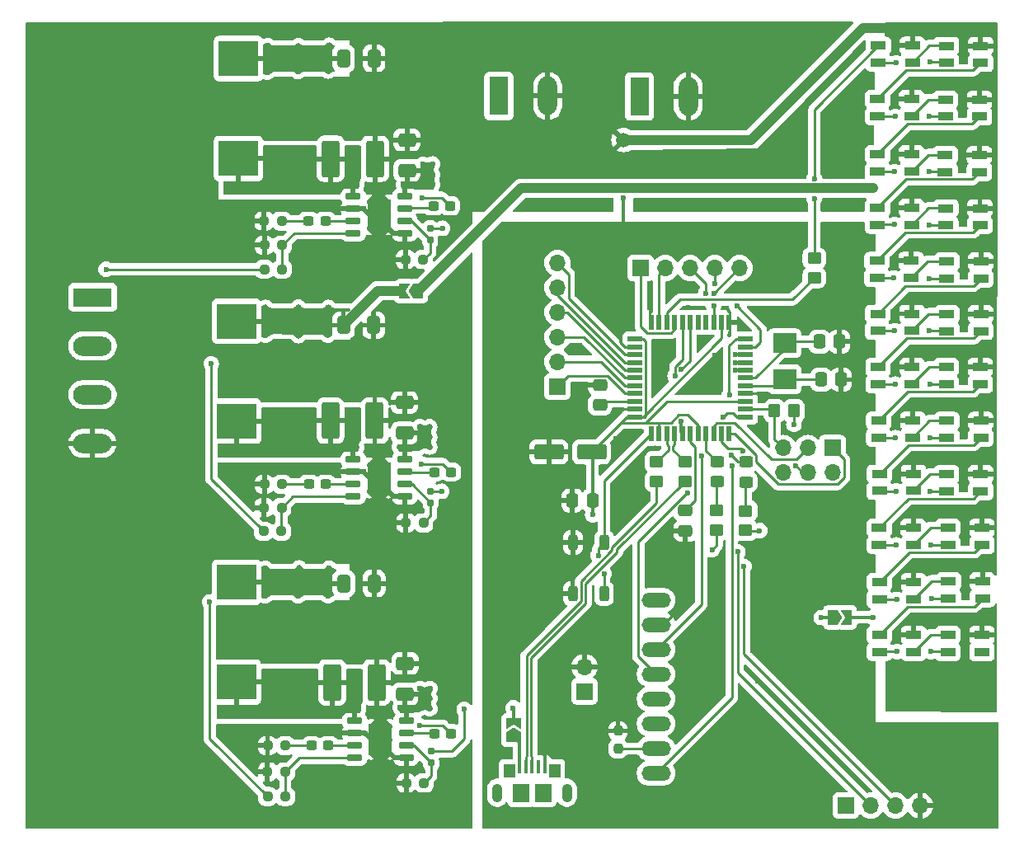
<source format=gbr>
%TF.GenerationSoftware,KiCad,Pcbnew,8.0.4*%
%TF.CreationDate,2025-10-24T14:41:15-04:00*%
%TF.ProjectId,Board,426f6172-642e-46b6-9963-61645f706362,rev?*%
%TF.SameCoordinates,Original*%
%TF.FileFunction,Copper,L1,Top*%
%TF.FilePolarity,Positive*%
%FSLAX46Y46*%
G04 Gerber Fmt 4.6, Leading zero omitted, Abs format (unit mm)*
G04 Created by KiCad (PCBNEW 8.0.4) date 2025-10-24 14:41:15*
%MOMM*%
%LPD*%
G01*
G04 APERTURE LIST*
G04 Aperture macros list*
%AMRoundRect*
0 Rectangle with rounded corners*
0 $1 Rounding radius*
0 $2 $3 $4 $5 $6 $7 $8 $9 X,Y pos of 4 corners*
0 Add a 4 corners polygon primitive as box body*
4,1,4,$2,$3,$4,$5,$6,$7,$8,$9,$2,$3,0*
0 Add four circle primitives for the rounded corners*
1,1,$1+$1,$2,$3*
1,1,$1+$1,$4,$5*
1,1,$1+$1,$6,$7*
1,1,$1+$1,$8,$9*
0 Add four rect primitives between the rounded corners*
20,1,$1+$1,$2,$3,$4,$5,0*
20,1,$1+$1,$4,$5,$6,$7,0*
20,1,$1+$1,$6,$7,$8,$9,0*
20,1,$1+$1,$8,$9,$2,$3,0*%
%AMFreePoly0*
4,1,6,1.000000,0.000000,0.500000,-0.750000,-0.500000,-0.750000,-0.500000,0.750000,0.500000,0.750000,1.000000,0.000000,1.000000,0.000000,$1*%
%AMFreePoly1*
4,1,6,0.500000,-0.750000,-0.650000,-0.750000,-0.150000,0.000000,-0.650000,0.750000,0.500000,0.750000,0.500000,-0.750000,0.500000,-0.750000,$1*%
G04 Aperture macros list end*
%TA.AperFunction,SMDPad,CuDef*%
%ADD10RoundRect,0.250000X-0.450000X0.350000X-0.450000X-0.350000X0.450000X-0.350000X0.450000X0.350000X0*%
%TD*%
%TA.AperFunction,SMDPad,CuDef*%
%ADD11R,1.600000X0.850000*%
%TD*%
%TA.AperFunction,SMDPad,CuDef*%
%ADD12R,2.400000X2.000000*%
%TD*%
%TA.AperFunction,ComponentPad*%
%ADD13O,3.000000X1.500000*%
%TD*%
%TA.AperFunction,SMDPad,CuDef*%
%ADD14RoundRect,0.250000X0.475000X-0.337500X0.475000X0.337500X-0.475000X0.337500X-0.475000X-0.337500X0*%
%TD*%
%TA.AperFunction,SMDPad,CuDef*%
%ADD15RoundRect,0.250000X-0.412500X-0.650000X0.412500X-0.650000X0.412500X0.650000X-0.412500X0.650000X0*%
%TD*%
%TA.AperFunction,SMDPad,CuDef*%
%ADD16RoundRect,0.237500X-0.300000X-0.237500X0.300000X-0.237500X0.300000X0.237500X-0.300000X0.237500X0*%
%TD*%
%TA.AperFunction,SMDPad,CuDef*%
%ADD17RoundRect,0.237500X0.250000X0.237500X-0.250000X0.237500X-0.250000X-0.237500X0.250000X-0.237500X0*%
%TD*%
%TA.AperFunction,SMDPad,CuDef*%
%ADD18RoundRect,0.237500X0.300000X0.237500X-0.300000X0.237500X-0.300000X-0.237500X0.300000X-0.237500X0*%
%TD*%
%TA.AperFunction,SMDPad,CuDef*%
%ADD19RoundRect,0.250000X-0.337500X-0.475000X0.337500X-0.475000X0.337500X0.475000X-0.337500X0.475000X0*%
%TD*%
%TA.AperFunction,SMDPad,CuDef*%
%ADD20RoundRect,0.150000X-0.650000X-0.150000X0.650000X-0.150000X0.650000X0.150000X-0.650000X0.150000X0*%
%TD*%
%TA.AperFunction,HeatsinkPad*%
%ADD21C,0.500000*%
%TD*%
%TA.AperFunction,HeatsinkPad*%
%ADD22R,2.400000X3.200000*%
%TD*%
%TA.AperFunction,SMDPad,CuDef*%
%ADD23RoundRect,0.250000X0.337500X0.475000X-0.337500X0.475000X-0.337500X-0.475000X0.337500X-0.475000X0*%
%TD*%
%TA.AperFunction,SMDPad,CuDef*%
%ADD24RoundRect,0.250000X0.450000X-0.350000X0.450000X0.350000X-0.450000X0.350000X-0.450000X-0.350000X0*%
%TD*%
%TA.AperFunction,SMDPad,CuDef*%
%ADD25FreePoly0,0.000000*%
%TD*%
%TA.AperFunction,SMDPad,CuDef*%
%ADD26FreePoly1,0.000000*%
%TD*%
%TA.AperFunction,ComponentPad*%
%ADD27R,1.700000X1.700000*%
%TD*%
%TA.AperFunction,ComponentPad*%
%ADD28O,1.700000X1.700000*%
%TD*%
%TA.AperFunction,SMDPad,CuDef*%
%ADD29RoundRect,0.250000X0.650000X-0.412500X0.650000X0.412500X-0.650000X0.412500X-0.650000X-0.412500X0*%
%TD*%
%TA.AperFunction,SMDPad,CuDef*%
%ADD30RoundRect,0.250000X1.250000X0.550000X-1.250000X0.550000X-1.250000X-0.550000X1.250000X-0.550000X0*%
%TD*%
%TA.AperFunction,SMDPad,CuDef*%
%ADD31RoundRect,0.250000X0.350000X0.450000X-0.350000X0.450000X-0.350000X-0.450000X0.350000X-0.450000X0*%
%TD*%
%TA.AperFunction,ComponentPad*%
%ADD32C,1.500000*%
%TD*%
%TA.AperFunction,SMDPad,CuDef*%
%ADD33RoundRect,0.160000X0.160000X-0.197500X0.160000X0.197500X-0.160000X0.197500X-0.160000X-0.197500X0*%
%TD*%
%TA.AperFunction,SMDPad,CuDef*%
%ADD34RoundRect,0.250000X-0.450000X0.325000X-0.450000X-0.325000X0.450000X-0.325000X0.450000X0.325000X0*%
%TD*%
%TA.AperFunction,SMDPad,CuDef*%
%ADD35RoundRect,0.250000X-0.675000X-1.625000X0.675000X-1.625000X0.675000X1.625000X-0.675000X1.625000X0*%
%TD*%
%TA.AperFunction,SMDPad,CuDef*%
%ADD36R,4.038600X3.657600*%
%TD*%
%TA.AperFunction,ComponentPad*%
%ADD37R,3.960000X1.980000*%
%TD*%
%TA.AperFunction,ComponentPad*%
%ADD38O,3.960000X1.980000*%
%TD*%
%TA.AperFunction,SMDPad,CuDef*%
%ADD39R,0.400000X1.400000*%
%TD*%
%TA.AperFunction,ComponentPad*%
%ADD40O,1.050000X1.900000*%
%TD*%
%TA.AperFunction,SMDPad,CuDef*%
%ADD41R,1.150000X1.450000*%
%TD*%
%TA.AperFunction,SMDPad,CuDef*%
%ADD42R,1.750000X1.900000*%
%TD*%
%TA.AperFunction,SMDPad,CuDef*%
%ADD43FreePoly0,90.000000*%
%TD*%
%TA.AperFunction,SMDPad,CuDef*%
%ADD44FreePoly1,90.000000*%
%TD*%
%TA.AperFunction,SMDPad,CuDef*%
%ADD45R,0.550000X1.500000*%
%TD*%
%TA.AperFunction,SMDPad,CuDef*%
%ADD46R,1.500000X0.550000*%
%TD*%
%TA.AperFunction,SMDPad,CuDef*%
%ADD47RoundRect,0.250000X0.250000X-0.525000X0.250000X0.525000X-0.250000X0.525000X-0.250000X-0.525000X0*%
%TD*%
%TA.AperFunction,ComponentPad*%
%ADD48R,1.980000X3.960000*%
%TD*%
%TA.AperFunction,ComponentPad*%
%ADD49O,1.980000X3.960000*%
%TD*%
%TA.AperFunction,SMDPad,CuDef*%
%ADD50RoundRect,0.237500X-0.237500X0.250000X-0.237500X-0.250000X0.237500X-0.250000X0.237500X0.250000X0*%
%TD*%
%TA.AperFunction,SMDPad,CuDef*%
%ADD51FreePoly0,180.000000*%
%TD*%
%TA.AperFunction,SMDPad,CuDef*%
%ADD52FreePoly1,180.000000*%
%TD*%
%TA.AperFunction,SMDPad,CuDef*%
%ADD53RoundRect,0.250000X-0.475000X0.337500X-0.475000X-0.337500X0.475000X-0.337500X0.475000X0.337500X0*%
%TD*%
%TA.AperFunction,ViaPad*%
%ADD54C,0.600000*%
%TD*%
%TA.AperFunction,Conductor*%
%ADD55C,0.300000*%
%TD*%
%TA.AperFunction,Conductor*%
%ADD56C,0.250000*%
%TD*%
%TA.AperFunction,Conductor*%
%ADD57C,1.000000*%
%TD*%
G04 APERTURE END LIST*
D10*
%TO.P,R1,1*%
%TO.N,Net-(D1-A)*%
X149550000Y-98880000D03*
%TO.P,R1,2*%
%TO.N,+5V*%
X149550000Y-100880000D03*
%TD*%
D11*
%TO.P,D6,1,DOUT*%
%TO.N,Net-(D6-DOUT)*%
X173550000Y-58400000D03*
%TO.P,D6,2,VSS*%
%TO.N,GND*%
X173550000Y-56650000D03*
%TO.P,D6,3,DIN*%
%TO.N,Net-(D5-DOUT)*%
X170050000Y-56650000D03*
%TO.P,D6,4,VDD*%
%TO.N,+5VD*%
X170050000Y-58400000D03*
%TD*%
D12*
%TO.P,Y1,1,1*%
%TO.N,Net-(U1-XTAL1)*%
X153540000Y-81660000D03*
%TO.P,Y1,2,2*%
%TO.N,Net-(U1-XTAL2)*%
X153540000Y-85360000D03*
%TD*%
D13*
%TO.P,ACC1,AD0,AD0*%
%TO.N,Net-(ACC1-PadAD0)*%
X140348400Y-123292600D03*
%TO.P,ACC1,GND,GND*%
%TO.N,GND*%
X140348400Y-110592600D03*
%TO.P,ACC1,INT,INT*%
%TO.N,/IMU_INT*%
X140348400Y-125832600D03*
%TO.P,ACC1,SCL,SCL*%
%TO.N,/SCL*%
X140348400Y-113132600D03*
%TO.P,ACC1,SDA,SDA*%
%TO.N,/SDA*%
X140348400Y-115672600D03*
%TO.P,ACC1,VCC,VCC*%
%TO.N,+5V*%
X140348400Y-108052600D03*
%TO.P,ACC1,XCL,XCL*%
%TO.N,unconnected-(ACC1-PadXCL)*%
X140348400Y-120752600D03*
%TO.P,ACC1,XDA,XDA*%
%TO.N,unconnected-(ACC1-PadXDA)*%
X140348400Y-118212600D03*
%TD*%
D11*
%TO.P,D12,1,DOUT*%
%TO.N,/LED12->LED13*%
X173690000Y-75030000D03*
%TO.P,D12,2,VSS*%
%TO.N,GND*%
X173690000Y-73280000D03*
%TO.P,D12,3,DIN*%
%TO.N,Net-(D11-DOUT)*%
X170190000Y-73280000D03*
%TO.P,D12,4,VDD*%
%TO.N,+5VD*%
X170190000Y-75030000D03*
%TD*%
D14*
%TO.P,C5,1*%
%TO.N,/AREF*%
X134590000Y-88007500D03*
%TO.P,C5,2*%
%TO.N,GND*%
X134590000Y-85932500D03*
%TD*%
D11*
%TO.P,D10,1,DOUT*%
%TO.N,Net-(D10-DOUT)*%
X173600000Y-69555000D03*
%TO.P,D10,2,VSS*%
%TO.N,GND*%
X173600000Y-67805000D03*
%TO.P,D10,3,DIN*%
%TO.N,Net-(D10-DIN)*%
X170100000Y-67805000D03*
%TO.P,D10,4,VDD*%
%TO.N,+5VD*%
X170100000Y-69555000D03*
%TD*%
D15*
%TO.P,C8,1*%
%TO.N,+3V3*%
X108247500Y-52425000D03*
%TO.P,C8,2*%
%TO.N,GND*%
X111372500Y-52425000D03*
%TD*%
D16*
%TO.P,C7,1*%
%TO.N,BST_3V3*%
X117470000Y-67575000D03*
%TO.P,C7,2*%
%TO.N,Net-(D28-K)*%
X119195000Y-67575000D03*
%TD*%
D17*
%TO.P,R14,1*%
%TO.N,Net-(U3-EN)*%
X116470000Y-100110000D03*
%TO.P,R14,2*%
%TO.N,GND*%
X114645000Y-100110000D03*
%TD*%
D11*
%TO.P,D20,1,DOUT*%
%TO.N,Net-(D20-DOUT)*%
X173660000Y-96860000D03*
%TO.P,D20,2,VSS*%
%TO.N,GND*%
X173660000Y-95110000D03*
%TO.P,D20,3,DIN*%
%TO.N,Net-(D19-DOUT)*%
X170160000Y-95110000D03*
%TO.P,D20,4,VDD*%
%TO.N,+5VD*%
X170160000Y-96860000D03*
%TD*%
D17*
%TO.P,R17,1*%
%TO.N,Net-(U3-FB)*%
X101872500Y-100970000D03*
%TO.P,R17,2*%
%TO.N,+5VA*%
X100047500Y-100970000D03*
%TD*%
D18*
%TO.P,C16,1*%
%TO.N,Net-(U4-VC)*%
X106702500Y-123000000D03*
%TO.P,C16,2*%
%TO.N,Net-(C16-Pad2)*%
X104977500Y-123000000D03*
%TD*%
D11*
%TO.P,D24,1,DOUT*%
%TO.N,Net-(D24-DOUT)*%
X173870000Y-107860000D03*
%TO.P,D24,2,VSS*%
%TO.N,GND*%
X173870000Y-106110000D03*
%TO.P,D24,3,DIN*%
%TO.N,Net-(D23-DOUT)*%
X170370000Y-106110000D03*
%TO.P,D24,4,VDD*%
%TO.N,+5VD*%
X170370000Y-107860000D03*
%TD*%
%TO.P,D5,1,DOUT*%
%TO.N,Net-(D5-DOUT)*%
X166590000Y-58360000D03*
%TO.P,D5,2,VSS*%
%TO.N,GND*%
X166590000Y-56610000D03*
%TO.P,D5,3,DIN*%
%TO.N,Net-(D4-DOUT)*%
X163090000Y-56610000D03*
%TO.P,D5,4,VDD*%
%TO.N,+5VD*%
X163090000Y-58360000D03*
%TD*%
D17*
%TO.P,R21,1*%
%TO.N,Net-(U4-FB)*%
X102262500Y-125680000D03*
%TO.P,R21,2*%
%TO.N,GND*%
X100437500Y-125680000D03*
%TD*%
D11*
%TO.P,D15,1,DOUT*%
%TO.N,Net-(D15-DOUT)*%
X166650000Y-85865000D03*
%TO.P,D15,2,VSS*%
%TO.N,GND*%
X166650000Y-84115000D03*
%TO.P,D15,3,DIN*%
%TO.N,Net-(D14-DOUT)*%
X163150000Y-84115000D03*
%TO.P,D15,4,VDD*%
%TO.N,+5VD*%
X163150000Y-85865000D03*
%TD*%
%TO.P,D7,1,DOUT*%
%TO.N,/LED7->LED8*%
X166580000Y-64025000D03*
%TO.P,D7,2,VSS*%
%TO.N,GND*%
X166580000Y-62275000D03*
%TO.P,D7,3,DIN*%
%TO.N,Net-(D6-DOUT)*%
X163080000Y-62275000D03*
%TO.P,D7,4,VDD*%
%TO.N,+5VD*%
X163080000Y-64025000D03*
%TD*%
D19*
%TO.P,C3,1*%
%TO.N,Net-(U1-XTAL1)*%
X157110000Y-81510000D03*
%TO.P,C3,2*%
%TO.N,GND*%
X159185000Y-81510000D03*
%TD*%
D20*
%TO.P,U4,1,LX*%
%TO.N,Net-(D30-K)*%
X109380000Y-120450000D03*
%TO.P,U4,2,GND*%
%TO.N,GND*%
X109380000Y-121720000D03*
%TO.P,U4,3,VC*%
%TO.N,Net-(U4-VC)*%
X109380000Y-122990000D03*
%TO.P,U4,4,FB*%
%TO.N,Net-(U4-FB)*%
X109380000Y-124260000D03*
%TO.P,U4,5,RT*%
%TO.N,GND*%
X114680000Y-124260000D03*
%TO.P,U4,6,EN*%
%TO.N,Net-(U4-EN)*%
X114680000Y-122990000D03*
%TO.P,U4,7,BST*%
%TO.N,BST_6V*%
X114680000Y-121720000D03*
%TO.P,U4,8,VCC*%
%TO.N,+7.4V*%
X114680000Y-120450000D03*
D21*
%TO.P,U4,9*%
%TO.N,GND*%
X111080000Y-121005000D03*
X111080000Y-122355000D03*
X111080000Y-123705000D03*
D22*
X112030000Y-122355000D03*
D21*
X112980000Y-121005000D03*
X112980000Y-122355000D03*
X112980000Y-123705000D03*
%TD*%
D16*
%TO.P,C13,1*%
%TO.N,BST_5V*%
X117560000Y-94910000D03*
%TO.P,C13,2*%
%TO.N,Net-(D29-K)*%
X119285000Y-94910000D03*
%TD*%
D23*
%TO.P,C1,1*%
%TO.N,+5V*%
X133807500Y-97820000D03*
%TO.P,C1,2*%
%TO.N,GND*%
X131732500Y-97820000D03*
%TD*%
D24*
%TO.P,R8,1*%
%TO.N,/LED_DIN*%
X156590000Y-74920000D03*
%TO.P,R8,2*%
%TO.N,Net-(D3-DIN)*%
X156590000Y-72920000D03*
%TD*%
D11*
%TO.P,D13,1,DOUT*%
%TO.N,Net-(D13-DOUT)*%
X166610000Y-80390000D03*
%TO.P,D13,2,VSS*%
%TO.N,GND*%
X166610000Y-78640000D03*
%TO.P,D13,3,DIN*%
%TO.N,/LED12->LED13*%
X163110000Y-78640000D03*
%TO.P,D13,4,VDD*%
%TO.N,+5VD*%
X163110000Y-80390000D03*
%TD*%
%TO.P,D19,1,DOUT*%
%TO.N,Net-(D19-DOUT)*%
X166790000Y-96830000D03*
%TO.P,D19,2,VSS*%
%TO.N,GND*%
X166790000Y-95080000D03*
%TO.P,D19,3,DIN*%
%TO.N,Net-(D18-DOUT)*%
X163290000Y-95080000D03*
%TO.P,D19,4,VDD*%
%TO.N,+5VD*%
X163290000Y-96830000D03*
%TD*%
D25*
%TO.P,JP3,1,A*%
%TO.N,+5V*%
X158510000Y-109820000D03*
D26*
%TO.P,JP3,2,B*%
%TO.N,+5VD*%
X159960000Y-109820000D03*
%TD*%
D27*
%TO.P,J8,1,Pin_1*%
%TO.N,+5V*%
X132990000Y-117420000D03*
D28*
%TO.P,J8,2,Pin_2*%
%TO.N,GND*%
X132990000Y-114880000D03*
%TD*%
D29*
%TO.P,C15,1*%
%TO.N,+7.4V*%
X114570000Y-117675000D03*
%TO.P,C15,2*%
%TO.N,GND*%
X114570000Y-114550000D03*
%TD*%
D30*
%TO.P,C2,1*%
%TO.N,+5V*%
X133730000Y-92830000D03*
%TO.P,C2,2*%
%TO.N,GND*%
X129330000Y-92830000D03*
%TD*%
D17*
%TO.P,R16,1*%
%TO.N,Net-(U3-FB)*%
X101910000Y-98550000D03*
%TO.P,R16,2*%
%TO.N,GND*%
X100085000Y-98550000D03*
%TD*%
D11*
%TO.P,D25,1,DOUT*%
%TO.N,Net-(D25-DOUT)*%
X166790000Y-113360000D03*
%TO.P,D25,2,VSS*%
%TO.N,GND*%
X166790000Y-111610000D03*
%TO.P,D25,3,DIN*%
%TO.N,Net-(D24-DOUT)*%
X163290000Y-111610000D03*
%TO.P,D25,4,VDD*%
%TO.N,+5VD*%
X163290000Y-113360000D03*
%TD*%
D31*
%TO.P,R5,1*%
%TO.N,+5V*%
X154500000Y-88620000D03*
%TO.P,R5,2*%
%TO.N,/RESET*%
X152500000Y-88620000D03*
%TD*%
D17*
%TO.P,R10,1*%
%TO.N,Net-(C9-Pad2)*%
X101910000Y-69115000D03*
%TO.P,R10,2*%
%TO.N,GND*%
X100085000Y-69115000D03*
%TD*%
D11*
%TO.P,D14,1,DOUT*%
%TO.N,Net-(D14-DOUT)*%
X173700000Y-80420000D03*
%TO.P,D14,2,VSS*%
%TO.N,GND*%
X173700000Y-78670000D03*
%TO.P,D14,3,DIN*%
%TO.N,Net-(D13-DOUT)*%
X170200000Y-78670000D03*
%TO.P,D14,4,VDD*%
%TO.N,+5VD*%
X170200000Y-80420000D03*
%TD*%
D10*
%TO.P,R2,1*%
%TO.N,Net-(D2-A)*%
X146570000Y-98850000D03*
%TO.P,R2,2*%
%TO.N,+5V*%
X146570000Y-100850000D03*
%TD*%
D20*
%TO.P,U3,1,LX*%
%TO.N,Net-(D29-K)*%
X109240000Y-93595000D03*
%TO.P,U3,2,GND*%
%TO.N,GND*%
X109240000Y-94865000D03*
%TO.P,U3,3,VC*%
%TO.N,Net-(U3-VC)*%
X109240000Y-96135000D03*
%TO.P,U3,4,FB*%
%TO.N,Net-(U3-FB)*%
X109240000Y-97405000D03*
%TO.P,U3,5,RT*%
%TO.N,GND*%
X114540000Y-97405000D03*
%TO.P,U3,6,EN*%
%TO.N,Net-(U3-EN)*%
X114540000Y-96135000D03*
%TO.P,U3,7,BST*%
%TO.N,BST_5V*%
X114540000Y-94865000D03*
%TO.P,U3,8,VCC*%
%TO.N,+7.4V*%
X114540000Y-93595000D03*
D21*
%TO.P,U3,9*%
%TO.N,GND*%
X110940000Y-94150000D03*
X110940000Y-95500000D03*
X110940000Y-96850000D03*
D22*
X111890000Y-95500000D03*
D21*
X112840000Y-94150000D03*
X112840000Y-95500000D03*
X112840000Y-96850000D03*
%TD*%
D17*
%TO.P,R6,1*%
%TO.N,Net-(U6-FB)*%
X101940000Y-71595000D03*
%TO.P,R6,2*%
%TO.N,GND*%
X100115000Y-71595000D03*
%TD*%
D32*
%TO.P,.,3*%
%TO.N,GND*%
X136990000Y-60790000D03*
%TD*%
D33*
%TO.P,R18,1*%
%TO.N,Net-(U4-EN)*%
X117260000Y-124780000D03*
%TO.P,R18,2*%
%TO.N,+7.4V*%
X117260000Y-123585000D03*
%TD*%
D11*
%TO.P,D3,1,DOUT*%
%TO.N,Net-(D3-DOUT)*%
X166670000Y-52860000D03*
%TO.P,D3,2,VSS*%
%TO.N,GND*%
X166670000Y-51110000D03*
%TO.P,D3,3,DIN*%
%TO.N,Net-(D3-DIN)*%
X163170000Y-51110000D03*
%TO.P,D3,4,VDD*%
%TO.N,+5VD*%
X163170000Y-52860000D03*
%TD*%
%TO.P,D23,1,DOUT*%
%TO.N,Net-(D23-DOUT)*%
X166770000Y-107940000D03*
%TO.P,D23,2,VSS*%
%TO.N,GND*%
X166770000Y-106190000D03*
%TO.P,D23,3,DIN*%
%TO.N,/LED22->LED23*%
X163270000Y-106190000D03*
%TO.P,D23,4,VDD*%
%TO.N,+5VD*%
X163270000Y-107940000D03*
%TD*%
%TO.P,D8,1,DOUT*%
%TO.N,Net-(D8-DOUT)*%
X173540000Y-64085000D03*
%TO.P,D8,2,VSS*%
%TO.N,GND*%
X173540000Y-62335000D03*
%TO.P,D8,3,DIN*%
%TO.N,/LED7->LED8*%
X170040000Y-62335000D03*
%TO.P,D8,4,VDD*%
%TO.N,+5VD*%
X170040000Y-64085000D03*
%TD*%
D34*
%TO.P,D2,1,K*%
%TO.N,/RXLED*%
X146590000Y-93850000D03*
%TO.P,D2,2,A*%
%TO.N,Net-(D2-A)*%
X146590000Y-95900000D03*
%TD*%
D33*
%TO.P,R11,1*%
%TO.N,Net-(U6-EN)*%
X117140000Y-71080000D03*
%TO.P,R11,2*%
%TO.N,+7.4V*%
X117140000Y-69885000D03*
%TD*%
D35*
%TO.P,D30,1,K*%
%TO.N,Net-(D30-K)*%
X107090000Y-116495000D03*
%TO.P,D30,2,A*%
%TO.N,GND*%
X111640000Y-116495000D03*
%TD*%
D27*
%TO.P,U2,1,VCC*%
%TO.N,+5V*%
X159850000Y-129140000D03*
D28*
%TO.P,U2,2,TRIG*%
%TO.N,/Ultra_TRIG*%
X162390000Y-129140000D03*
%TO.P,U2,3,ECHO*%
%TO.N,/Ultra_ECHO*%
X164930000Y-129140000D03*
%TO.P,U2,4,GND*%
%TO.N,GND*%
X167470000Y-129140000D03*
%TD*%
D27*
%TO.P,J1,1,Pin_1*%
%TO.N,/MISO*%
X158460000Y-92430000D03*
D28*
%TO.P,J1,2,Pin_2*%
%TO.N,+5V*%
X158460000Y-94970000D03*
%TO.P,J1,3,Pin_3*%
%TO.N,/SCK*%
X155920000Y-92430000D03*
%TO.P,J1,4,Pin_4*%
%TO.N,/MOSI*%
X155920000Y-94970000D03*
%TO.P,J1,5,Pin_5*%
%TO.N,/RESET*%
X153380000Y-92430000D03*
%TO.P,J1,6,Pin_6*%
%TO.N,GND*%
X153380000Y-94970000D03*
%TD*%
D34*
%TO.P,D1,1,K*%
%TO.N,/TXLED*%
X149560000Y-93860000D03*
%TO.P,D1,2,A*%
%TO.N,Net-(D1-A)*%
X149560000Y-95910000D03*
%TD*%
D20*
%TO.P,U6,1,LX*%
%TO.N,Net-(D28-K)*%
X109240000Y-66580000D03*
%TO.P,U6,2,GND*%
%TO.N,GND*%
X109240000Y-67850000D03*
%TO.P,U6,3,VC*%
%TO.N,Net-(U6-VC)*%
X109240000Y-69120000D03*
%TO.P,U6,4,FB*%
%TO.N,Net-(U6-FB)*%
X109240000Y-70390000D03*
%TO.P,U6,5,RT*%
%TO.N,GND*%
X114540000Y-70390000D03*
%TO.P,U6,6,EN*%
%TO.N,Net-(U6-EN)*%
X114540000Y-69120000D03*
%TO.P,U6,7,BST*%
%TO.N,BST_3V3*%
X114540000Y-67850000D03*
%TO.P,U6,8,VCC*%
%TO.N,+7.4V*%
X114540000Y-66580000D03*
D21*
%TO.P,U6,9*%
%TO.N,GND*%
X110940000Y-67135000D03*
X110940000Y-68485000D03*
X110940000Y-69835000D03*
D22*
X111890000Y-68485000D03*
D21*
X112840000Y-67135000D03*
X112840000Y-68485000D03*
X112840000Y-69835000D03*
%TD*%
D11*
%TO.P,D16,1,DOUT*%
%TO.N,Net-(D16-DOUT)*%
X173640000Y-85875000D03*
%TO.P,D16,2,VSS*%
%TO.N,GND*%
X173640000Y-84125000D03*
%TO.P,D16,3,DIN*%
%TO.N,Net-(D15-DOUT)*%
X170140000Y-84125000D03*
%TO.P,D16,4,VDD*%
%TO.N,+5VD*%
X170140000Y-85875000D03*
%TD*%
D17*
%TO.P,R22,1*%
%TO.N,Net-(U4-FB)*%
X102272500Y-128210000D03*
%TO.P,R22,2*%
%TO.N,+6V*%
X100447500Y-128210000D03*
%TD*%
D36*
%TO.P,L3,1,1*%
%TO.N,Net-(D30-K)*%
X97250000Y-116465000D03*
%TO.P,L3,2,2*%
%TO.N,+6V*%
X97250000Y-106203400D03*
%TD*%
D37*
%TO.P,J7,1,Pin_1*%
%TO.N,+3V3*%
X82480000Y-76950000D03*
D38*
%TO.P,J7,2,Pin_2*%
%TO.N,+5VA*%
X82480000Y-81950000D03*
%TO.P,J7,3,Pin_3*%
%TO.N,+6V*%
X82480000Y-86950000D03*
%TO.P,J7,4,Pin_4*%
%TO.N,GND*%
X82480000Y-91950000D03*
%TD*%
D36*
%TO.P,L1,1,1*%
%TO.N,Net-(D28-K)*%
X97460000Y-62695000D03*
%TO.P,L1,2,2*%
%TO.N,+3V3*%
X97460000Y-52433400D03*
%TD*%
D29*
%TO.P,C11,1*%
%TO.N,+7.4V*%
X114510000Y-90890000D03*
%TO.P,C11,2*%
%TO.N,GND*%
X114510000Y-87765000D03*
%TD*%
D27*
%TO.P,J6,1,Pin_1*%
%TO.N,/A5*%
X130220000Y-86120000D03*
D28*
%TO.P,J6,2,Pin_2*%
%TO.N,/A4*%
X130220000Y-83580000D03*
%TO.P,J6,3,Pin_3*%
%TO.N,/A3*%
X130220000Y-81040000D03*
%TO.P,J6,4,Pin_4*%
%TO.N,/A2*%
X130220000Y-78500000D03*
%TO.P,J6,5,Pin_5*%
%TO.N,/A1*%
X130220000Y-75960000D03*
%TO.P,J6,6,Pin_6*%
%TO.N,/A0*%
X130220000Y-73420000D03*
%TD*%
D18*
%TO.P,C9,1*%
%TO.N,Net-(U6-VC)*%
X106380000Y-69115000D03*
%TO.P,C9,2*%
%TO.N,Net-(C9-Pad2)*%
X104655000Y-69115000D03*
%TD*%
D11*
%TO.P,D21,1,DOUT*%
%TO.N,Net-(D21-DOUT)*%
X166760000Y-102380000D03*
%TO.P,D21,2,VSS*%
%TO.N,GND*%
X166760000Y-100630000D03*
%TO.P,D21,3,DIN*%
%TO.N,Net-(D20-DOUT)*%
X163260000Y-100630000D03*
%TO.P,D21,4,VDD*%
%TO.N,+5VD*%
X163260000Y-102380000D03*
%TD*%
D39*
%TO.P,J2,1,VBUS*%
%TO.N,Net-(J2-VBUS)*%
X126310000Y-125180000D03*
%TO.P,J2,2,D-*%
%TO.N,/U_D-*%
X126960000Y-125180000D03*
%TO.P,J2,3,D+*%
%TO.N,/U_D+*%
X127610000Y-125180000D03*
%TO.P,J2,4,ID*%
%TO.N,unconnected-(J2-ID-Pad4)*%
X128260000Y-125180000D03*
%TO.P,J2,5,GND*%
%TO.N,GND*%
X128910000Y-125180000D03*
D40*
%TO.P,J2,6,Shield*%
%TO.N,unconnected-(J2-Shield-Pad6)_1*%
X124035000Y-127830000D03*
D41*
%TO.N,unconnected-(J2-Shield-Pad6)_5*%
X125290000Y-125600000D03*
D42*
%TO.N,unconnected-(J2-Shield-Pad6)_2*%
X126485000Y-127830000D03*
%TO.N,unconnected-(J2-Shield-Pad6)_4*%
X128735000Y-127830000D03*
D41*
%TO.N,unconnected-(J2-Shield-Pad6)_3*%
X129930000Y-125600000D03*
D40*
%TO.N,unconnected-(J2-Shield-Pad6)*%
X131185000Y-127830000D03*
%TD*%
D43*
%TO.P,JP1,1,A*%
%TO.N,Net-(J2-VBUS)*%
X125690000Y-122120000D03*
D44*
%TO.P,JP1,2,B*%
%TO.N,+5V*%
X125690000Y-120670000D03*
%TD*%
D35*
%TO.P,D29,1,K*%
%TO.N,Net-(D29-K)*%
X106900000Y-89630000D03*
%TO.P,D29,2,A*%
%TO.N,GND*%
X111450000Y-89630000D03*
%TD*%
D45*
%TO.P,U1,1,PE6*%
%TO.N,/BUTTON*%
X139850000Y-90940000D03*
%TO.P,U1,2,UVCC*%
%TO.N,+5V*%
X140650000Y-90940000D03*
%TO.P,U1,3,D-*%
%TO.N,/D-*%
X141450000Y-90940000D03*
%TO.P,U1,4,D+*%
%TO.N,/D+*%
X142250000Y-90940000D03*
%TO.P,U1,5,UGND*%
%TO.N,GND*%
X143050000Y-90940000D03*
%TO.P,U1,6,UCAP*%
%TO.N,Net-(U1-UCAP)*%
X143850000Y-90940000D03*
%TO.P,U1,7,VBUS*%
%TO.N,+5V*%
X144650000Y-90940000D03*
%TO.P,U1,8,PB0*%
%TO.N,/RXLED*%
X145450000Y-90940000D03*
%TO.P,U1,9,PB1*%
%TO.N,/SCK*%
X146250000Y-90940000D03*
%TO.P,U1,10,PB2*%
%TO.N,/MOSI*%
X147050000Y-90940000D03*
%TO.P,U1,11,PB3*%
%TO.N,/MISO*%
X147850000Y-90940000D03*
D46*
%TO.P,U1,12,PB7*%
%TO.N,/IMU_INT*%
X149550000Y-89240000D03*
%TO.P,U1,13,~{RESET}*%
%TO.N,/RESET*%
X149550000Y-88440000D03*
%TO.P,U1,14,VCC*%
%TO.N,+5V*%
X149550000Y-87640000D03*
%TO.P,U1,15,GND*%
%TO.N,GND*%
X149550000Y-86840000D03*
%TO.P,U1,16,XTAL2*%
%TO.N,Net-(U1-XTAL2)*%
X149550000Y-86040000D03*
%TO.P,U1,17,XTAL1*%
%TO.N,Net-(U1-XTAL1)*%
X149550000Y-85240000D03*
%TO.P,U1,18,PD0*%
%TO.N,/SCL*%
X149550000Y-84440000D03*
%TO.P,U1,19,PD1*%
%TO.N,/SDA*%
X149550000Y-83640000D03*
%TO.P,U1,20,PD2*%
%TO.N,/D0*%
X149550000Y-82840000D03*
%TO.P,U1,21,PD3*%
%TO.N,/D1*%
X149550000Y-82040000D03*
%TO.P,U1,22,PD5*%
%TO.N,/TXLED*%
X149550000Y-81240000D03*
D45*
%TO.P,U1,23,GND*%
%TO.N,GND*%
X147850000Y-79540000D03*
%TO.P,U1,24,AVCC*%
%TO.N,+5V*%
X147050000Y-79540000D03*
%TO.P,U1,25,PD4*%
%TO.N,/D4*%
X146250000Y-79540000D03*
%TO.P,U1,26,PD6*%
%TO.N,unconnected-(U1-PD6-Pad26)*%
X145450000Y-79540000D03*
%TO.P,U1,27,PD7*%
%TO.N,unconnected-(U1-PD7-Pad27)*%
X144650000Y-79540000D03*
%TO.P,U1,28,PB4*%
%TO.N,/Ultra_TRIG*%
X143850000Y-79540000D03*
%TO.P,U1,29,PB5*%
%TO.N,/Ultra_ECHO*%
X143050000Y-79540000D03*
%TO.P,U1,30,PB6*%
%TO.N,/D10*%
X142250000Y-79540000D03*
%TO.P,U1,31,PC6*%
%TO.N,/LED_DIN*%
X141450000Y-79540000D03*
%TO.P,U1,32,PC7*%
%TO.N,/D13*%
X140650000Y-79540000D03*
%TO.P,U1,33,~{HWB}/PE2*%
%TO.N,GND*%
X139850000Y-79540000D03*
D46*
%TO.P,U1,34,VCC*%
%TO.N,+5V*%
X138150000Y-81240000D03*
%TO.P,U1,35,GND*%
%TO.N,GND*%
X138150000Y-82040000D03*
%TO.P,U1,36,PF7*%
%TO.N,/A0*%
X138150000Y-82840000D03*
%TO.P,U1,37,PF6*%
%TO.N,/A1*%
X138150000Y-83640000D03*
%TO.P,U1,38,PF5*%
%TO.N,/A2*%
X138150000Y-84440000D03*
%TO.P,U1,39,PF4*%
%TO.N,/A3*%
X138150000Y-85240000D03*
%TO.P,U1,40,PF1*%
%TO.N,/A4*%
X138150000Y-86040000D03*
%TO.P,U1,41,PF0*%
%TO.N,/A5*%
X138150000Y-86840000D03*
%TO.P,U1,42,AREF*%
%TO.N,/AREF*%
X138150000Y-87640000D03*
%TO.P,U1,43,GND*%
%TO.N,GND*%
X138150000Y-88440000D03*
%TO.P,U1,44,AVCC*%
%TO.N,+5V*%
X138150000Y-89240000D03*
%TD*%
D17*
%TO.P,R19,1*%
%TO.N,Net-(U4-EN)*%
X116500000Y-126835000D03*
%TO.P,R19,2*%
%TO.N,GND*%
X114675000Y-126835000D03*
%TD*%
D27*
%TO.P,J4,1,Pin_1*%
%TO.N,/D10*%
X138770000Y-73950000D03*
D28*
%TO.P,J4,2,Pin_2*%
%TO.N,/D13*%
X141310000Y-73950000D03*
%TO.P,J4,3,Pin_3*%
%TO.N,/D0*%
X143850000Y-73950000D03*
%TO.P,J4,4,Pin_4*%
%TO.N,/D1*%
X146390000Y-73950000D03*
%TO.P,J4,5,Pin_5*%
%TO.N,/D4*%
X148930000Y-73950000D03*
%TD*%
D47*
%TO.P,SW1,1,1*%
%TO.N,GND*%
X131800000Y-107400000D03*
X131800000Y-102150000D03*
%TO.P,SW1,2,2*%
%TO.N,/BUTTON*%
X135000000Y-107400000D03*
X135000000Y-102150000D03*
%TD*%
D48*
%TO.P,J5,1,Pin_1*%
%TO.N,+7.4V*%
X138630000Y-56320000D03*
D49*
%TO.P,J5,2,Pin_2*%
%TO.N,GND*%
X143630000Y-56320000D03*
%TD*%
D15*
%TO.P,C14,1*%
%TO.N,+5VA*%
X108237500Y-79820000D03*
%TO.P,C14,2*%
%TO.N,GND*%
X111362500Y-79820000D03*
%TD*%
D36*
%TO.P,L2,1,1*%
%TO.N,Net-(D29-K)*%
X97270000Y-89670800D03*
%TO.P,L2,2,2*%
%TO.N,+5VA*%
X97270000Y-79409200D03*
%TD*%
D17*
%TO.P,R20,1*%
%TO.N,Net-(C16-Pad2)*%
X102272500Y-122990000D03*
%TO.P,R20,2*%
%TO.N,GND*%
X100447500Y-122990000D03*
%TD*%
D50*
%TO.P,R7,1*%
%TO.N,GND*%
X136430000Y-121477500D03*
%TO.P,R7,2*%
%TO.N,Net-(ACC1-PadAD0)*%
X136430000Y-123302500D03*
%TD*%
D51*
%TO.P,JP4,1,A*%
%TO.N,+5VD*%
X115935000Y-76320000D03*
D52*
%TO.P,JP4,2,B*%
%TO.N,+5VA*%
X114485000Y-76320000D03*
%TD*%
D29*
%TO.P,C10,1*%
%TO.N,+7.4V*%
X114770000Y-63915000D03*
%TO.P,C10,2*%
%TO.N,GND*%
X114770000Y-60790000D03*
%TD*%
D16*
%TO.P,C17,1*%
%TO.N,BST_6V*%
X117550000Y-121745000D03*
%TO.P,C17,2*%
%TO.N,Net-(D30-K)*%
X119275000Y-121745000D03*
%TD*%
D18*
%TO.P,C12,1*%
%TO.N,Net-(U3-VC)*%
X106420000Y-96140000D03*
%TO.P,C12,2*%
%TO.N,Net-(C12-Pad2)*%
X104695000Y-96140000D03*
%TD*%
D10*
%TO.P,R4,1*%
%TO.N,/D-*%
X140360000Y-93850000D03*
%TO.P,R4,2*%
%TO.N,/U_D-*%
X140360000Y-95850000D03*
%TD*%
D53*
%TO.P,C6,1*%
%TO.N,Net-(U1-UCAP)*%
X143340000Y-98860000D03*
%TO.P,C6,2*%
%TO.N,GND*%
X143340000Y-100935000D03*
%TD*%
D11*
%TO.P,D11,1,DOUT*%
%TO.N,Net-(D11-DOUT)*%
X166530000Y-74960000D03*
%TO.P,D11,2,VSS*%
%TO.N,GND*%
X166530000Y-73210000D03*
%TO.P,D11,3,DIN*%
%TO.N,Net-(D10-DOUT)*%
X163030000Y-73210000D03*
%TO.P,D11,4,VDD*%
%TO.N,+5VD*%
X163030000Y-74960000D03*
%TD*%
%TO.P,D18,1,DOUT*%
%TO.N,Net-(D18-DOUT)*%
X173690000Y-91385000D03*
%TO.P,D18,2,VSS*%
%TO.N,GND*%
X173690000Y-89635000D03*
%TO.P,D18,3,DIN*%
%TO.N,/LED17->LED18*%
X170190000Y-89635000D03*
%TO.P,D18,4,VDD*%
%TO.N,+5VD*%
X170190000Y-91385000D03*
%TD*%
D19*
%TO.P,C4,1*%
%TO.N,Net-(U1-XTAL2)*%
X157290000Y-85410000D03*
%TO.P,C4,2*%
%TO.N,GND*%
X159365000Y-85410000D03*
%TD*%
D15*
%TO.P,C18,1*%
%TO.N,+6V*%
X108275000Y-106345000D03*
%TO.P,C18,2*%
%TO.N,GND*%
X111400000Y-106345000D03*
%TD*%
D48*
%TO.P,J3,1,Pin_1*%
%TO.N,+7.4V*%
X124200000Y-56280000D03*
D49*
%TO.P,J3,2,Pin_2*%
%TO.N,GND*%
X129200000Y-56280000D03*
%TD*%
D17*
%TO.P,R12,1*%
%TO.N,Net-(U6-EN)*%
X116440000Y-73075000D03*
%TO.P,R12,2*%
%TO.N,GND*%
X114615000Y-73075000D03*
%TD*%
D33*
%TO.P,R13,1*%
%TO.N,Net-(U3-EN)*%
X117200000Y-98045000D03*
%TO.P,R13,2*%
%TO.N,+7.4V*%
X117200000Y-96850000D03*
%TD*%
D10*
%TO.P,R3,1*%
%TO.N,/D+*%
X143330000Y-93840000D03*
%TO.P,R3,2*%
%TO.N,/U_D+*%
X143330000Y-95840000D03*
%TD*%
D11*
%TO.P,D4,1,DOUT*%
%TO.N,Net-(D4-DOUT)*%
X173660000Y-52880000D03*
%TO.P,D4,2,VSS*%
%TO.N,GND*%
X173660000Y-51130000D03*
%TO.P,D4,3,DIN*%
%TO.N,Net-(D3-DOUT)*%
X170160000Y-51130000D03*
%TO.P,D4,4,VDD*%
%TO.N,+5VD*%
X170160000Y-52880000D03*
%TD*%
%TO.P,D17,1,DOUT*%
%TO.N,/LED17->LED18*%
X166710000Y-91355000D03*
%TO.P,D17,2,VSS*%
%TO.N,GND*%
X166710000Y-89605000D03*
%TO.P,D17,3,DIN*%
%TO.N,Net-(D16-DOUT)*%
X163210000Y-89605000D03*
%TO.P,D17,4,VDD*%
%TO.N,+5VD*%
X163210000Y-91355000D03*
%TD*%
%TO.P,D22,1,DOUT*%
%TO.N,/LED22->LED23*%
X173800000Y-102375000D03*
%TO.P,D22,2,VSS*%
%TO.N,GND*%
X173800000Y-100625000D03*
%TO.P,D22,3,DIN*%
%TO.N,Net-(D21-DOUT)*%
X170300000Y-100625000D03*
%TO.P,D22,4,VDD*%
%TO.N,+5VD*%
X170300000Y-102375000D03*
%TD*%
%TO.P,D26,1,DOUT*%
%TO.N,unconnected-(D26-DOUT-Pad1)*%
X173800000Y-113370000D03*
%TO.P,D26,2,VSS*%
%TO.N,GND*%
X173800000Y-111620000D03*
%TO.P,D26,3,DIN*%
%TO.N,Net-(D25-DOUT)*%
X170300000Y-111620000D03*
%TO.P,D26,4,VDD*%
%TO.N,+5VD*%
X170300000Y-113370000D03*
%TD*%
D35*
%TO.P,D28,1,K*%
%TO.N,Net-(D28-K)*%
X106930000Y-62725000D03*
%TO.P,D28,2,A*%
%TO.N,GND*%
X111480000Y-62725000D03*
%TD*%
D11*
%TO.P,D9,1,DOUT*%
%TO.N,Net-(D10-DIN)*%
X166580000Y-69505000D03*
%TO.P,D9,2,VSS*%
%TO.N,GND*%
X166580000Y-67755000D03*
%TO.P,D9,3,DIN*%
%TO.N,Net-(D8-DOUT)*%
X163080000Y-67755000D03*
%TO.P,D9,4,VDD*%
%TO.N,+5VD*%
X163080000Y-69505000D03*
%TD*%
D17*
%TO.P,R9,1*%
%TO.N,Net-(U6-FB)*%
X101940000Y-74085000D03*
%TO.P,R9,2*%
%TO.N,+3V3*%
X100115000Y-74085000D03*
%TD*%
%TO.P,R15,1*%
%TO.N,Net-(C12-Pad2)*%
X101940000Y-96150000D03*
%TO.P,R15,2*%
%TO.N,GND*%
X100115000Y-96150000D03*
%TD*%
D54*
%TO.N,GND*%
X151280000Y-90580000D03*
X137730000Y-76700000D03*
X155360000Y-64110000D03*
X142050000Y-81890000D03*
X136170000Y-100120000D03*
X139730000Y-76710000D03*
X145070000Y-81510000D03*
X137290000Y-104130000D03*
X172110000Y-107010000D03*
X140400000Y-81740000D03*
X136990000Y-66760000D03*
X141570000Y-76680000D03*
X155350000Y-67480000D03*
X142935000Y-89670000D03*
X132590000Y-86320000D03*
X135030000Y-89890000D03*
X139770000Y-104130000D03*
X143480000Y-86480000D03*
X150790000Y-116340000D03*
X132740000Y-82530000D03*
X133820000Y-100640000D03*
X153510000Y-90640000D03*
X131550000Y-67110000D03*
X157730000Y-67430000D03*
X149110000Y-117740000D03*
X146390000Y-82930000D03*
X157810000Y-64160000D03*
X136185000Y-91445000D03*
X136960000Y-70290000D03*
X149150000Y-79960000D03*
X151220000Y-78700000D03*
X153360000Y-97500000D03*
X131610000Y-63880000D03*
X137560000Y-79920000D03*
X143630000Y-77990000D03*
X147080000Y-116050000D03*
X172110000Y-109980000D03*
%TO.N,/SCL*%
X145000000Y-93210000D03*
X148480000Y-84450000D03*
%TO.N,+5V*%
X146087500Y-102887500D03*
X133830000Y-99290000D03*
X150990000Y-100910000D03*
X125670000Y-119120000D03*
X154500000Y-90000000D03*
X157300000Y-109840000D03*
%TO.N,/IMU_INT*%
X148140000Y-94260000D03*
X147230000Y-89240000D03*
%TO.N,/SDA*%
X148480000Y-83649997D03*
X143560000Y-97060000D03*
%TO.N,+7.4V*%
X118410000Y-69870000D03*
X117110000Y-118160000D03*
X117110000Y-119190000D03*
X117090000Y-90260000D03*
X115400000Y-65330000D03*
X116100000Y-91320000D03*
X116110000Y-118150000D03*
X116380000Y-63300000D03*
X118320000Y-96880000D03*
X116400000Y-64350000D03*
X117400000Y-64350000D03*
X115080000Y-92310000D03*
X114390000Y-65340000D03*
X117410000Y-65360000D03*
X117100000Y-91280000D03*
X115090000Y-119150000D03*
X114070000Y-119090000D03*
X116100000Y-92320000D03*
X117130000Y-117140000D03*
X117390000Y-63270000D03*
X120640000Y-119250000D03*
X116090000Y-90250000D03*
X117100000Y-92330000D03*
X116100000Y-117140000D03*
X114000000Y-92320000D03*
X116110000Y-119170000D03*
X116400000Y-65360000D03*
%TO.N,Net-(D28-K)*%
X116280000Y-66720000D03*
X109620000Y-65390000D03*
%TO.N,+3V3*%
X103580000Y-53780000D03*
X105240000Y-52350000D03*
X100430000Y-53860000D03*
X83870000Y-74085000D03*
X102060000Y-52380000D03*
X106680000Y-53720000D03*
X103600000Y-51140000D03*
X106790000Y-51060000D03*
X100470000Y-51090000D03*
%TO.N,Net-(D29-K)*%
X116270000Y-94080000D03*
X109580000Y-92360000D03*
%TO.N,Net-(D30-K)*%
X109785000Y-119245000D03*
X116095000Y-120945000D03*
%TO.N,+6V*%
X100190000Y-107610000D03*
X105250000Y-106190000D03*
X100220000Y-104780000D03*
X94510000Y-108230000D03*
X103680000Y-104740000D03*
X106680000Y-107620000D03*
X103580000Y-107620000D03*
X101940000Y-106250000D03*
X106760000Y-104760000D03*
%TO.N,/TXLED*%
X147860000Y-87015000D03*
X148050000Y-93135000D03*
%TO.N,Net-(D3-DIN)*%
X156590000Y-64760000D03*
X156590000Y-66820000D03*
%TO.N,/MOSI*%
X154664163Y-94230000D03*
X149250558Y-92699442D03*
%TO.N,/D0*%
X145449997Y-76555000D03*
X148480000Y-82849994D03*
%TO.N,/D1*%
X146368058Y-75568058D03*
X148625000Y-77825000D03*
%TO.N,/D4*%
X146250000Y-77805000D03*
X146250000Y-76555000D03*
%TO.N,/BUTTON*%
X135000000Y-105336062D03*
X134410608Y-103450608D03*
%TO.N,/Ultra_TRIG*%
X142938058Y-84388058D03*
X148745000Y-103100000D03*
%TO.N,/Ultra_ECHO*%
X142305168Y-85020947D03*
X149375000Y-104600000D03*
%TO.N,+5VA*%
X103610000Y-77970000D03*
X100240000Y-77990000D03*
X106700000Y-78000000D03*
X103620000Y-80890000D03*
X100260000Y-80840000D03*
X105260000Y-79460000D03*
X94660000Y-83780000D03*
X106630000Y-80820000D03*
X101940000Y-79490000D03*
%TO.N,+5VD*%
X164820000Y-64050000D03*
X164930000Y-58380000D03*
X168350000Y-64040000D03*
X168450000Y-91360000D03*
X162630000Y-109820000D03*
X168360000Y-58380000D03*
X164980000Y-52880000D03*
X164870000Y-80400000D03*
X168550000Y-113330000D03*
X162610000Y-65760000D03*
X165050000Y-107980000D03*
X168460000Y-85840000D03*
X164860000Y-69480000D03*
X165060000Y-113340000D03*
X168560000Y-102400000D03*
X168410000Y-80390000D03*
X168610000Y-107850000D03*
X168400000Y-75000000D03*
X168490000Y-52800000D03*
X165030000Y-96850000D03*
X168490000Y-96850000D03*
X164780000Y-74960000D03*
X164890000Y-85870000D03*
X164960000Y-91370000D03*
X168370000Y-69510000D03*
X165010000Y-102380000D03*
%TD*%
D55*
%TO.N,GND*%
X142935000Y-90825000D02*
X143050000Y-90940000D01*
D56*
X149550000Y-86840000D02*
X151080000Y-86840000D01*
D55*
X128910000Y-125180000D02*
X128910000Y-123630000D01*
X141097400Y-110592600D02*
X142460000Y-109230000D01*
D56*
X151080000Y-86840000D02*
X151210000Y-86970000D01*
D55*
X142935000Y-89670000D02*
X142935000Y-90825000D01*
X140348400Y-110592600D02*
X141097400Y-110592600D01*
D57*
X161600000Y-49330000D02*
X164090000Y-49330000D01*
X136990000Y-60790000D02*
X150140000Y-60790000D01*
D56*
X136640000Y-81530000D02*
X136640000Y-81020000D01*
X138150000Y-82040000D02*
X137150000Y-82040000D01*
X136990000Y-66760000D02*
X136960000Y-66790000D01*
X137150000Y-82040000D02*
X136640000Y-81530000D01*
X138150000Y-88440000D02*
X136540000Y-88440000D01*
D57*
X150140000Y-60790000D02*
X161600000Y-49330000D01*
D55*
X136960000Y-66790000D02*
X136960000Y-70290000D01*
D56*
X136540000Y-88440000D02*
X136340000Y-88640000D01*
%TO.N,/SCL*%
X145000000Y-108481000D02*
X140348400Y-113132600D01*
X149540000Y-84450000D02*
X149550000Y-84440000D01*
X145000000Y-93210000D02*
X145000000Y-108481000D01*
X148480000Y-84450000D02*
X149540000Y-84450000D01*
%TO.N,+5V*%
X139225000Y-81440000D02*
X139025000Y-81240000D01*
X158490000Y-109840000D02*
X158510000Y-109820000D01*
X137320000Y-89240000D02*
X138150000Y-89240000D01*
X140650000Y-90940000D02*
X140650000Y-89940000D01*
X146087500Y-102887500D02*
X146570000Y-102405000D01*
X143608884Y-89030000D02*
X144650000Y-90071116D01*
X140090000Y-89865000D02*
X141856116Y-89865000D01*
X136695000Y-89865000D02*
X133730000Y-92830000D01*
D55*
X157300000Y-109840000D02*
X158490000Y-109840000D01*
D56*
X146570000Y-102405000D02*
X146570000Y-100850000D01*
X133730000Y-92830000D02*
X137320000Y-89240000D01*
X147050000Y-79540000D02*
X147050000Y-81160000D01*
X144650000Y-90071116D02*
X144650000Y-90940000D01*
X140650000Y-89940000D02*
X140575000Y-89865000D01*
D55*
X133807500Y-97820000D02*
X133807500Y-92907500D01*
X125690000Y-119140000D02*
X125690000Y-120670000D01*
D56*
X141475000Y-87640000D02*
X139250000Y-89865000D01*
X141856116Y-89865000D02*
X142691116Y-89030000D01*
X147050000Y-81160000D02*
X138970000Y-89240000D01*
X149550000Y-87640000D02*
X141475000Y-87640000D01*
X142691116Y-89030000D02*
X143608884Y-89030000D01*
X150990000Y-100910000D02*
X149580000Y-100910000D01*
X154500000Y-90000000D02*
X154500000Y-88620000D01*
X139250000Y-89865000D02*
X136695000Y-89865000D01*
X138970000Y-89240000D02*
X138150000Y-89240000D01*
D55*
X133830000Y-99290000D02*
X133830000Y-97842500D01*
D56*
X138150000Y-89240000D02*
X139150000Y-89240000D01*
X139225000Y-89165000D02*
X139225000Y-81440000D01*
X140575000Y-89865000D02*
X136695000Y-89865000D01*
X133807500Y-92907500D02*
X133730000Y-92830000D01*
X139150000Y-89240000D02*
X139225000Y-89165000D01*
X133830000Y-97842500D02*
X133807500Y-97820000D01*
X139025000Y-81240000D02*
X138150000Y-81240000D01*
X125670000Y-119120000D02*
X125690000Y-119140000D01*
X149580000Y-100910000D02*
X149550000Y-100880000D01*
%TO.N,Net-(ACC1-PadAD0)*%
X136430000Y-123302500D02*
X140338500Y-123302500D01*
X140338500Y-123302500D02*
X140348400Y-123292600D01*
%TO.N,/IMU_INT*%
X148265000Y-88830000D02*
X148675000Y-89240000D01*
X147640000Y-88830000D02*
X148265000Y-88830000D01*
X147230000Y-89240000D02*
X147640000Y-88830000D01*
X148120000Y-118061000D02*
X140348400Y-125832600D01*
X148140000Y-94260000D02*
X148120000Y-94280000D01*
X148675000Y-89240000D02*
X149550000Y-89240000D01*
X148120000Y-94280000D02*
X148120000Y-118061000D01*
%TO.N,/SDA*%
X138523400Y-113847600D02*
X140348400Y-115672600D01*
X148480000Y-83649997D02*
X148489997Y-83640000D01*
X148489997Y-83640000D02*
X149550000Y-83640000D01*
X143507400Y-97060000D02*
X138523400Y-102044000D01*
X138523400Y-102044000D02*
X138523400Y-113847600D01*
X143560000Y-97060000D02*
X143507400Y-97060000D01*
%TO.N,Net-(U1-XTAL1)*%
X150550000Y-85240000D02*
X153540000Y-82250000D01*
X157110000Y-81510000D02*
X153690000Y-81510000D01*
X153540000Y-82250000D02*
X153540000Y-81660000D01*
X153690000Y-81510000D02*
X153540000Y-81660000D01*
X149550000Y-85240000D02*
X150550000Y-85240000D01*
%TO.N,Net-(U1-XTAL2)*%
X152860000Y-86040000D02*
X153540000Y-85360000D01*
X157290000Y-85410000D02*
X153590000Y-85410000D01*
X149550000Y-86040000D02*
X152860000Y-86040000D01*
X153590000Y-85410000D02*
X153540000Y-85360000D01*
%TO.N,/AREF*%
X134957500Y-87640000D02*
X138150000Y-87640000D01*
X134590000Y-88007500D02*
X134957500Y-87640000D01*
%TO.N,Net-(U1-UCAP)*%
X144355000Y-97845000D02*
X144355000Y-92320000D01*
X143850000Y-91815000D02*
X143850000Y-90940000D01*
X143340000Y-98860000D02*
X144355000Y-97845000D01*
X144355000Y-92320000D02*
X143850000Y-91815000D01*
%TO.N,+7.4V*%
X118410000Y-69870000D02*
X117155000Y-69870000D01*
X117230000Y-96880000D02*
X117200000Y-96850000D01*
X120640000Y-122320000D02*
X120640000Y-119250000D01*
X118320000Y-96880000D02*
X117230000Y-96880000D01*
X119375000Y-123585000D02*
X120640000Y-122320000D01*
X117155000Y-69870000D02*
X117140000Y-69885000D01*
X117260000Y-123585000D02*
X119375000Y-123585000D01*
%TO.N,Net-(D28-K)*%
X116280000Y-66720000D02*
X118340000Y-66720000D01*
X118340000Y-66720000D02*
X119195000Y-67575000D01*
%TO.N,+3V3*%
X83870000Y-74085000D02*
X100115000Y-74085000D01*
%TO.N,Net-(U6-VC)*%
X109240000Y-69120000D02*
X106385000Y-69120000D01*
X106385000Y-69120000D02*
X106380000Y-69115000D01*
%TO.N,Net-(C9-Pad2)*%
X104655000Y-69115000D02*
X101910000Y-69115000D01*
%TO.N,Net-(U3-VC)*%
X109240000Y-96135000D02*
X106425000Y-96135000D01*
X106425000Y-96135000D02*
X106420000Y-96140000D01*
%TO.N,Net-(C12-Pad2)*%
X101950000Y-96140000D02*
X101940000Y-96150000D01*
X104695000Y-96140000D02*
X101950000Y-96140000D01*
%TO.N,Net-(D29-K)*%
X116270000Y-94080000D02*
X118455000Y-94080000D01*
X118455000Y-94080000D02*
X119285000Y-94910000D01*
%TO.N,Net-(C16-Pad2)*%
X104977500Y-123000000D02*
X102282500Y-123000000D01*
X102282500Y-123000000D02*
X102272500Y-122990000D01*
%TO.N,Net-(U4-VC)*%
X106712500Y-122990000D02*
X106702500Y-123000000D01*
X109380000Y-122990000D02*
X106712500Y-122990000D01*
%TO.N,Net-(D30-K)*%
X116095000Y-120945000D02*
X118475000Y-120945000D01*
X118475000Y-120945000D02*
X119275000Y-121745000D01*
%TO.N,+6V*%
X94510000Y-122272500D02*
X94510000Y-108230000D01*
X100447500Y-128210000D02*
X94510000Y-122272500D01*
%TO.N,Net-(D1-A)*%
X149550000Y-95920000D02*
X149560000Y-95910000D01*
X149550000Y-98880000D02*
X149550000Y-95920000D01*
%TO.N,/TXLED*%
X148550000Y-81240000D02*
X149550000Y-81240000D01*
X148050000Y-93135000D02*
X148775000Y-93860000D01*
X147855000Y-87010000D02*
X147855000Y-81935000D01*
X147855000Y-81935000D02*
X148550000Y-81240000D01*
X148775000Y-93860000D02*
X149560000Y-93860000D01*
X147860000Y-87015000D02*
X147855000Y-87010000D01*
%TO.N,Net-(D2-A)*%
X146570000Y-98850000D02*
X146570000Y-95920000D01*
X146570000Y-95920000D02*
X146590000Y-95900000D01*
%TO.N,/RXLED*%
X145450000Y-92710000D02*
X145450000Y-90940000D01*
X146590000Y-93850000D02*
X145450000Y-92710000D01*
%TO.N,Net-(D3-DOUT)*%
X168420000Y-51110000D02*
X170140000Y-51110000D01*
X170140000Y-51110000D02*
X170160000Y-51130000D01*
X166670000Y-52860000D02*
X168420000Y-51110000D01*
%TO.N,Net-(D3-DIN)*%
X156590000Y-57690000D02*
X163170000Y-51110000D01*
X156590000Y-64760000D02*
X156590000Y-57690000D01*
X156590000Y-66820000D02*
X156590000Y-72920000D01*
%TO.N,Net-(D4-DOUT)*%
X173660000Y-52880000D02*
X172900000Y-53640000D01*
X172900000Y-53640000D02*
X166060000Y-53640000D01*
X166060000Y-53640000D02*
X163090000Y-56610000D01*
%TO.N,Net-(D5-DOUT)*%
X168290000Y-56660000D02*
X170040000Y-56660000D01*
X166590000Y-58360000D02*
X168290000Y-56660000D01*
X170040000Y-56660000D02*
X170050000Y-56650000D01*
%TO.N,Net-(D6-DOUT)*%
X173550000Y-58400000D02*
X172800000Y-59150000D01*
X172800000Y-59150000D02*
X166205000Y-59150000D01*
X166205000Y-59150000D02*
X163080000Y-62275000D01*
%TO.N,/LED7->LED8*%
X166580000Y-64025000D02*
X168275000Y-62330000D01*
X168275000Y-62330000D02*
X170035000Y-62330000D01*
X170035000Y-62330000D02*
X170040000Y-62335000D01*
%TO.N,Net-(D8-DOUT)*%
X172790000Y-64835000D02*
X166000000Y-64835000D01*
X166000000Y-64835000D02*
X163080000Y-67755000D01*
X173540000Y-64085000D02*
X172790000Y-64835000D01*
%TO.N,Net-(D10-DIN)*%
X166580000Y-69505000D02*
X168285000Y-67800000D01*
X168285000Y-67800000D02*
X170095000Y-67800000D01*
X170095000Y-67800000D02*
X170100000Y-67805000D01*
%TO.N,Net-(D10-DOUT)*%
X172850000Y-70305000D02*
X165935000Y-70305000D01*
X165935000Y-70305000D02*
X163030000Y-73210000D01*
X173600000Y-69555000D02*
X172850000Y-70305000D01*
%TO.N,Net-(D11-DOUT)*%
X170180000Y-73290000D02*
X170190000Y-73280000D01*
X168200000Y-73290000D02*
X170180000Y-73290000D01*
X166530000Y-74960000D02*
X168200000Y-73290000D01*
%TO.N,/LED12->LED13*%
X172940000Y-75780000D02*
X165970000Y-75780000D01*
X165970000Y-75780000D02*
X163110000Y-78640000D01*
X173690000Y-75030000D02*
X172940000Y-75780000D01*
%TO.N,Net-(D13-DOUT)*%
X168330000Y-78670000D02*
X170200000Y-78670000D01*
X166610000Y-80390000D02*
X168330000Y-78670000D01*
%TO.N,Net-(D14-DOUT)*%
X166095000Y-81170000D02*
X163150000Y-84115000D01*
X173700000Y-80420000D02*
X172950000Y-81170000D01*
X172950000Y-81170000D02*
X166095000Y-81170000D01*
%TO.N,Net-(D15-DOUT)*%
X170135000Y-84120000D02*
X170140000Y-84125000D01*
X168395000Y-84120000D02*
X170135000Y-84120000D01*
X166650000Y-85865000D02*
X168395000Y-84120000D01*
%TO.N,Net-(D16-DOUT)*%
X166190000Y-86625000D02*
X163210000Y-89605000D01*
X172890000Y-86625000D02*
X166190000Y-86625000D01*
X173640000Y-85875000D02*
X172890000Y-86625000D01*
%TO.N,/LED17->LED18*%
X170185000Y-89640000D02*
X170190000Y-89635000D01*
X168425000Y-89640000D02*
X170185000Y-89640000D01*
X166710000Y-91355000D02*
X168425000Y-89640000D01*
%TO.N,Net-(D18-DOUT)*%
X166235000Y-92135000D02*
X163290000Y-95080000D01*
X172940000Y-92135000D02*
X166235000Y-92135000D01*
X173690000Y-91385000D02*
X172940000Y-92135000D01*
%TO.N,Net-(D19-DOUT)*%
X166790000Y-96830000D02*
X168510000Y-95110000D01*
X168510000Y-95110000D02*
X170160000Y-95110000D01*
%TO.N,Net-(D20-DOUT)*%
X172920000Y-97610000D02*
X166280000Y-97610000D01*
X173660000Y-96870000D02*
X172920000Y-97610000D01*
X173660000Y-96860000D02*
X173660000Y-96870000D01*
X166280000Y-97610000D02*
X163260000Y-100630000D01*
%TO.N,Net-(D21-DOUT)*%
X170285000Y-100610000D02*
X170300000Y-100625000D01*
X166760000Y-102380000D02*
X168530000Y-100610000D01*
X168530000Y-100610000D02*
X170285000Y-100610000D01*
%TO.N,/LED22->LED23*%
X166330000Y-103130000D02*
X163270000Y-106190000D01*
X173060000Y-103130000D02*
X166330000Y-103130000D01*
X173800000Y-102390000D02*
X173060000Y-103130000D01*
X173800000Y-102375000D02*
X173800000Y-102390000D01*
%TO.N,Net-(D23-DOUT)*%
X166770000Y-107940000D02*
X168610000Y-106100000D01*
X170360000Y-106100000D02*
X170370000Y-106110000D01*
X168610000Y-106100000D02*
X170360000Y-106100000D01*
%TO.N,Net-(D24-DOUT)*%
X173870000Y-107860000D02*
X173020000Y-108710000D01*
X173020000Y-108710000D02*
X166190000Y-108710000D01*
X166190000Y-108710000D02*
X163290000Y-111610000D01*
%TO.N,Net-(D25-DOUT)*%
X166790000Y-113360000D02*
X168530000Y-111620000D01*
X168530000Y-111620000D02*
X170300000Y-111620000D01*
%TO.N,/SCK*%
X146250000Y-90180000D02*
X146250000Y-90940000D01*
X146565000Y-89865000D02*
X146250000Y-90180000D01*
X148450000Y-89865000D02*
X146565000Y-89865000D01*
X154745000Y-93605000D02*
X152190000Y-93605000D01*
X152190000Y-93605000D02*
X148450000Y-89865000D01*
X155920000Y-92430000D02*
X154745000Y-93605000D01*
%TO.N,/MISO*%
X150585000Y-93845000D02*
X150585000Y-93150000D01*
X158460000Y-92430000D02*
X159635000Y-93605000D01*
X158965000Y-96145000D02*
X152885000Y-96145000D01*
X150585000Y-93150000D02*
X148375000Y-90940000D01*
X148375000Y-90940000D02*
X147850000Y-90940000D01*
X159635000Y-95475000D02*
X158965000Y-96145000D01*
X152885000Y-96145000D02*
X150585000Y-93845000D01*
X159635000Y-93605000D02*
X159635000Y-95475000D01*
%TO.N,/MOSI*%
X147050000Y-91815000D02*
X147050000Y-90940000D01*
X149250558Y-92699442D02*
X149061116Y-92510000D01*
X149061116Y-92510000D02*
X147745000Y-92510000D01*
X155404163Y-94970000D02*
X155920000Y-94970000D01*
X154664163Y-94230000D02*
X155404163Y-94970000D01*
X147745000Y-92510000D02*
X147050000Y-91815000D01*
%TO.N,/RESET*%
X149550000Y-88440000D02*
X152320000Y-88440000D01*
X152320000Y-88440000D02*
X152500000Y-88620000D01*
X152500000Y-91550000D02*
X152500000Y-88620000D01*
X153380000Y-92430000D02*
X152500000Y-91550000D01*
%TO.N,/U_D+*%
X127610000Y-124129999D02*
X127535000Y-124054999D01*
X127535000Y-124054999D02*
X127535000Y-113967178D01*
X136324980Y-103127198D02*
X136324980Y-102845020D01*
X127535000Y-113967178D02*
X133124980Y-108377198D01*
X127610000Y-125180000D02*
X127610000Y-124129999D01*
X133124980Y-108377198D02*
X133124980Y-106327198D01*
X136324980Y-102845020D02*
X143330000Y-95840000D01*
X133124980Y-106327198D02*
X136324980Y-103127198D01*
D55*
%TO.N,Net-(J2-VBUS)*%
X126310000Y-125180000D02*
X126310000Y-122740000D01*
X126310000Y-122740000D02*
X125690000Y-122120000D01*
D56*
%TO.N,/U_D-*%
X135825000Y-102637893D02*
X140360000Y-98102893D01*
X127035000Y-124054999D02*
X127035000Y-113760100D01*
X127035000Y-113760100D02*
X132625000Y-108170100D01*
X135825000Y-102920100D02*
X135825000Y-102637893D01*
X126960000Y-124129999D02*
X127035000Y-124054999D01*
X132625000Y-106120100D02*
X135825000Y-102920100D01*
X126960000Y-125180000D02*
X126960000Y-124129999D01*
X140360000Y-98102893D02*
X140360000Y-95850000D01*
X132625000Y-108170100D02*
X132625000Y-106120100D01*
%TO.N,/D0*%
X145449997Y-76555000D02*
X145449997Y-75549997D01*
X145449997Y-75549997D02*
X143850000Y-73950000D01*
X148489994Y-82840000D02*
X149550000Y-82840000D01*
X148480000Y-82849994D02*
X148489994Y-82840000D01*
%TO.N,/D1*%
X146368058Y-75568058D02*
X146368058Y-73971942D01*
X151070000Y-80270000D02*
X151070000Y-81520000D01*
X150550000Y-82040000D02*
X149550000Y-82040000D01*
X148625000Y-77825000D02*
X151070000Y-80270000D01*
X146368058Y-73971942D02*
X146390000Y-73950000D01*
X151070000Y-81520000D02*
X150550000Y-82040000D01*
%TO.N,/D10*%
X139425000Y-80615000D02*
X138770000Y-79960000D01*
X142250000Y-79540000D02*
X142250000Y-80230000D01*
X142250000Y-80230000D02*
X141865000Y-80615000D01*
X141865000Y-80615000D02*
X139425000Y-80615000D01*
X138770000Y-79960000D02*
X138770000Y-73950000D01*
%TO.N,/D4*%
X146250000Y-76555000D02*
X146265000Y-76555000D01*
X146250000Y-77805000D02*
X146250000Y-79540000D01*
X146265000Y-76555000D02*
X148870000Y-73950000D01*
X148870000Y-73950000D02*
X148930000Y-73950000D01*
%TO.N,/D13*%
X140650000Y-79540000D02*
X140650000Y-74610000D01*
X140650000Y-74610000D02*
X141310000Y-73950000D01*
%TO.N,/A5*%
X138150000Y-86840000D02*
X137150000Y-86840000D01*
X131320000Y-85020000D02*
X130220000Y-86120000D01*
X135330000Y-85020000D02*
X131320000Y-85020000D01*
X137150000Y-86840000D02*
X135330000Y-85020000D01*
%TO.N,/A3*%
X138150000Y-85240000D02*
X137150000Y-85240000D01*
X132950000Y-81040000D02*
X130220000Y-81040000D01*
X137150000Y-85240000D02*
X132950000Y-81040000D01*
%TO.N,/A2*%
X131210000Y-78500000D02*
X130220000Y-78500000D01*
X137150000Y-84440000D02*
X131210000Y-78500000D01*
X138150000Y-84440000D02*
X137150000Y-84440000D01*
%TO.N,/A1*%
X130220000Y-76710000D02*
X130220000Y-75960000D01*
X137150000Y-83640000D02*
X130220000Y-76710000D01*
X138150000Y-83640000D02*
X137150000Y-83640000D01*
%TO.N,/A4*%
X138150000Y-86040000D02*
X137150000Y-86040000D01*
X137150000Y-86040000D02*
X134690000Y-83580000D01*
X134690000Y-83580000D02*
X130220000Y-83580000D01*
%TO.N,/A0*%
X131395000Y-74595000D02*
X130220000Y-73420000D01*
X137150000Y-82840000D02*
X131395000Y-77085000D01*
X138150000Y-82840000D02*
X137150000Y-82840000D01*
X131395000Y-77085000D02*
X131395000Y-74595000D01*
%TO.N,/D+*%
X142100000Y-92215001D02*
X142250000Y-92065001D01*
X143330000Y-93840000D02*
X142100000Y-92610000D01*
X142250000Y-92065001D02*
X142250000Y-90940000D01*
X142100000Y-92610000D02*
X142100000Y-92215001D01*
%TO.N,/D-*%
X141600000Y-92610000D02*
X141600000Y-92215001D01*
X140360000Y-93850000D02*
X141600000Y-92610000D01*
X141600000Y-92215001D02*
X141450000Y-92065001D01*
X141450000Y-92065001D02*
X141450000Y-90940000D01*
%TO.N,Net-(U6-FB)*%
X109240000Y-70390000D02*
X103160000Y-70390000D01*
X103160000Y-70390000D02*
X101955000Y-71595000D01*
X101940000Y-74085000D02*
X101940000Y-71595000D01*
X101955000Y-71595000D02*
X101940000Y-71595000D01*
%TO.N,/LED_DIN*%
X154330000Y-77180000D02*
X156590000Y-74920000D01*
X142810000Y-77180000D02*
X154330000Y-77180000D01*
X141450000Y-78540000D02*
X142810000Y-77180000D01*
X141450000Y-79540000D02*
X141450000Y-78540000D01*
%TO.N,Net-(U6-EN)*%
X117140000Y-72375000D02*
X116440000Y-73075000D01*
X117140000Y-71080000D02*
X117140000Y-72375000D01*
X115180000Y-69120000D02*
X114540000Y-69120000D01*
X117140000Y-71080000D02*
X115180000Y-69120000D01*
%TO.N,Net-(U3-EN)*%
X117175000Y-98045000D02*
X117200000Y-98045000D01*
X114540000Y-96135000D02*
X115265000Y-96135000D01*
X116470000Y-100110000D02*
X117200000Y-99380000D01*
X115265000Y-96135000D02*
X117175000Y-98045000D01*
X117200000Y-99380000D02*
X117200000Y-98045000D01*
%TO.N,Net-(U3-FB)*%
X101872500Y-98587500D02*
X101910000Y-98550000D01*
X103045000Y-97405000D02*
X101910000Y-98540000D01*
X109240000Y-97405000D02*
X103045000Y-97405000D01*
X101910000Y-98540000D02*
X101910000Y-98550000D01*
X101872500Y-100970000D02*
X101872500Y-98587500D01*
%TO.N,Net-(U4-EN)*%
X115450000Y-122990000D02*
X114680000Y-122990000D01*
X117260000Y-124780000D02*
X117240000Y-124780000D01*
X117240000Y-124780000D02*
X115450000Y-122990000D01*
X116500000Y-126835000D02*
X117260000Y-126075000D01*
X117260000Y-126075000D02*
X117260000Y-124780000D01*
%TO.N,Net-(U4-FB)*%
X102272500Y-128210000D02*
X102272500Y-125690000D01*
X109380000Y-124260000D02*
X103690000Y-124260000D01*
X102272500Y-125690000D02*
X102262500Y-125680000D01*
X102270000Y-125680000D02*
X102262500Y-125680000D01*
X103690000Y-124260000D02*
X102270000Y-125680000D01*
%TO.N,/BUTTON*%
X134410608Y-103450608D02*
X134410608Y-102739392D01*
X135000000Y-95790000D02*
X139850000Y-90940000D01*
X134410608Y-102739392D02*
X135000000Y-102150000D01*
X135000000Y-102150000D02*
X135000000Y-95790000D01*
X135000000Y-105336062D02*
X135000000Y-107400000D01*
%TO.N,/Ultra_TRIG*%
X148750000Y-103105000D02*
X148750000Y-115500000D01*
X148745000Y-103100000D02*
X148750000Y-103105000D01*
X143850000Y-83476116D02*
X143850000Y-79540000D01*
X148750000Y-115500000D02*
X162390000Y-129140000D01*
X142938058Y-84388058D02*
X143850000Y-83476116D01*
%TO.N,/Ultra_ECHO*%
X143050000Y-83350000D02*
X143050000Y-79540000D01*
X142305168Y-84094832D02*
X143050000Y-83350000D01*
X149375000Y-113585000D02*
X164930000Y-129140000D01*
X142305168Y-85020947D02*
X142305168Y-84094832D01*
X149375000Y-104600000D02*
X149375000Y-113585000D01*
D57*
%TO.N,+5VA*%
X113950000Y-76280000D02*
X111777500Y-76280000D01*
D56*
X100047500Y-100970000D02*
X94660000Y-95582500D01*
X94660000Y-95582500D02*
X94660000Y-83780000D01*
D57*
X111777500Y-76280000D02*
X108237500Y-79820000D01*
D56*
%TO.N,+5VD*%
X168360000Y-58380000D02*
X170030000Y-58380000D01*
X170360000Y-107850000D02*
X170370000Y-107860000D01*
X163155000Y-85870000D02*
X163150000Y-85865000D01*
X170170000Y-80390000D02*
X170200000Y-80420000D01*
X165010000Y-102380000D02*
X163260000Y-102380000D01*
X168550000Y-113330000D02*
X170260000Y-113330000D01*
X164780000Y-74960000D02*
X163030000Y-74960000D01*
X170150000Y-96850000D02*
X170160000Y-96860000D01*
X163310000Y-113340000D02*
X163290000Y-113360000D01*
D57*
X115935000Y-76320000D02*
X126495000Y-65760000D01*
D56*
X168490000Y-52800000D02*
X170080000Y-52800000D01*
X163225000Y-91370000D02*
X163210000Y-91355000D01*
X170165000Y-91360000D02*
X170190000Y-91385000D01*
X163310000Y-96850000D02*
X163290000Y-96830000D01*
X168450000Y-91360000D02*
X170165000Y-91360000D01*
X168460000Y-85840000D02*
X170105000Y-85840000D01*
X164820000Y-64050000D02*
X163105000Y-64050000D01*
X165060000Y-113340000D02*
X163310000Y-113340000D01*
X170080000Y-52800000D02*
X170160000Y-52880000D01*
X168350000Y-64040000D02*
X169995000Y-64040000D01*
X168410000Y-80390000D02*
X170170000Y-80390000D01*
X164860000Y-69480000D02*
X163105000Y-69480000D01*
X168490000Y-96850000D02*
X170150000Y-96850000D01*
X163110000Y-58380000D02*
X163090000Y-58360000D01*
X164980000Y-52880000D02*
X163190000Y-52880000D01*
X164930000Y-58380000D02*
X163110000Y-58380000D01*
X165030000Y-96850000D02*
X163310000Y-96850000D01*
X170105000Y-85840000D02*
X170140000Y-85875000D01*
X164960000Y-91370000D02*
X163225000Y-91370000D01*
X163105000Y-69480000D02*
X163080000Y-69505000D01*
X170055000Y-69510000D02*
X170100000Y-69555000D01*
X170275000Y-102400000D02*
X170300000Y-102375000D01*
X163190000Y-52880000D02*
X163170000Y-52860000D01*
X164870000Y-80400000D02*
X163120000Y-80400000D01*
D55*
X159960000Y-109820000D02*
X162630000Y-109820000D01*
D56*
X170260000Y-113330000D02*
X170300000Y-113370000D01*
X168370000Y-69510000D02*
X170055000Y-69510000D01*
X170030000Y-58380000D02*
X170050000Y-58400000D01*
X165050000Y-107980000D02*
X163310000Y-107980000D01*
X168560000Y-102400000D02*
X170275000Y-102400000D01*
X163120000Y-80400000D02*
X163110000Y-80390000D01*
X164890000Y-85870000D02*
X163155000Y-85870000D01*
X163310000Y-107980000D02*
X163270000Y-107940000D01*
X168400000Y-75000000D02*
X170160000Y-75000000D01*
X170160000Y-75000000D02*
X170190000Y-75030000D01*
X163105000Y-64050000D02*
X163080000Y-64025000D01*
X168610000Y-107850000D02*
X170360000Y-107850000D01*
X169995000Y-64040000D02*
X170040000Y-64085000D01*
D57*
X126495000Y-65760000D02*
X162610000Y-65760000D01*
D56*
%TO.N,BST_3V3*%
X114540000Y-67850000D02*
X114670000Y-67720000D01*
X117325000Y-67720000D02*
X117470000Y-67575000D01*
X114670000Y-67720000D02*
X117325000Y-67720000D01*
%TO.N,BST_5V*%
X117560000Y-94910000D02*
X114585000Y-94910000D01*
X114585000Y-94910000D02*
X114540000Y-94865000D01*
%TO.N,BST_6V*%
X117525000Y-121720000D02*
X117550000Y-121745000D01*
X114680000Y-121720000D02*
X117525000Y-121720000D01*
%TD*%
%TA.AperFunction,Conductor*%
%TO.N,+5VA*%
G36*
X103662173Y-77679010D02*
G01*
X103689239Y-77685188D01*
X103725617Y-77697917D01*
X103750627Y-77709960D01*
X103779659Y-77728203D01*
X103779662Y-77728204D01*
X103783270Y-77730471D01*
X103804977Y-77747783D01*
X103837554Y-77780360D01*
X103847045Y-77791011D01*
X103910192Y-77870670D01*
X103947994Y-77908915D01*
X104033594Y-77978412D01*
X104094711Y-78006432D01*
X104164381Y-78038374D01*
X104164383Y-78038374D01*
X104164384Y-78038375D01*
X104214607Y-78053202D01*
X104229338Y-78057551D01*
X104230882Y-78058036D01*
X104231381Y-78058154D01*
X104231394Y-78058158D01*
X104231397Y-78058159D01*
X104373783Y-78078843D01*
X105951770Y-78081153D01*
X105951770Y-78081152D01*
X105951774Y-78081153D01*
X106062104Y-78069131D01*
X106062107Y-78069130D01*
X106062110Y-78069130D01*
X106070932Y-78067170D01*
X106114936Y-78057398D01*
X106114941Y-78057396D01*
X106114947Y-78057395D01*
X106219997Y-78021582D01*
X106340241Y-77942569D01*
X106348800Y-77934999D01*
X106392578Y-77896281D01*
X106392591Y-77896269D01*
X106392592Y-77896267D01*
X106392595Y-77896265D01*
X106423316Y-77860070D01*
X106430152Y-77852652D01*
X106505029Y-77777774D01*
X106526727Y-77760470D01*
X106559367Y-77739961D01*
X106584373Y-77727919D01*
X106620761Y-77715186D01*
X106647822Y-77709010D01*
X106686118Y-77704696D01*
X106713880Y-77704696D01*
X106752173Y-77709010D01*
X106779237Y-77715187D01*
X106815620Y-77727918D01*
X106840636Y-77739966D01*
X106873266Y-77760469D01*
X106894975Y-77777781D01*
X106947779Y-77830585D01*
X106957263Y-77841228D01*
X106984170Y-77875171D01*
X107021972Y-77913416D01*
X107107572Y-77982913D01*
X107160682Y-78007262D01*
X107238359Y-78042875D01*
X107238361Y-78042875D01*
X107238362Y-78042876D01*
X107273339Y-78053202D01*
X107303316Y-78062052D01*
X107304860Y-78062537D01*
X107305359Y-78062655D01*
X107305372Y-78062659D01*
X107305375Y-78062660D01*
X107447761Y-78083344D01*
X108796184Y-78085317D01*
X108863192Y-78105100D01*
X108908870Y-78157971D01*
X108920000Y-78209317D01*
X108920000Y-78305164D01*
X108900315Y-78372203D01*
X108847511Y-78417958D01*
X108783398Y-78428522D01*
X108699988Y-78420000D01*
X108487500Y-78420000D01*
X108487500Y-79946000D01*
X108467815Y-80013039D01*
X108415011Y-80058794D01*
X108363500Y-80070000D01*
X107075001Y-80070000D01*
X107075001Y-80519986D01*
X107085494Y-80622698D01*
X107111479Y-80701117D01*
X107113880Y-80770945D01*
X107078149Y-80830987D01*
X107061901Y-80843728D01*
X107003169Y-80882347D01*
X106974919Y-80900923D01*
X106937906Y-80933678D01*
X106929631Y-80937562D01*
X106902394Y-80964799D01*
X106899181Y-80967822D01*
X106898030Y-80969163D01*
X106824973Y-81042219D01*
X106803265Y-81059530D01*
X106770637Y-81080032D01*
X106745618Y-81092081D01*
X106709243Y-81104809D01*
X106682172Y-81110987D01*
X106643882Y-81115301D01*
X106616117Y-81115301D01*
X106577825Y-81110987D01*
X106550776Y-81104817D01*
X106550753Y-81104809D01*
X106549818Y-81104481D01*
X106549819Y-81104477D01*
X106549793Y-81104473D01*
X106514382Y-81092082D01*
X106489364Y-81080034D01*
X106456731Y-81059529D01*
X106435025Y-81042219D01*
X106357626Y-80964820D01*
X106353330Y-80960524D01*
X106349802Y-80956847D01*
X106342408Y-80948818D01*
X106339136Y-80945951D01*
X106333186Y-80940379D01*
X106323429Y-80930622D01*
X106322738Y-80929996D01*
X106322732Y-80929991D01*
X106322728Y-80929987D01*
X106237146Y-80860506D01*
X106227379Y-80856028D01*
X106106357Y-80800542D01*
X106043620Y-80782020D01*
X106041503Y-80781311D01*
X106039345Y-80780757D01*
X105896964Y-80760073D01*
X104400241Y-80757881D01*
X104305456Y-80768212D01*
X104289884Y-80769910D01*
X104263492Y-80775772D01*
X104237055Y-80781645D01*
X104237051Y-80781646D01*
X104237048Y-80781647D01*
X104182922Y-80800101D01*
X104131993Y-80817466D01*
X104011765Y-80896477D01*
X104011759Y-80896481D01*
X104011757Y-80896483D01*
X104011752Y-80896487D01*
X104011750Y-80896489D01*
X103962168Y-80940345D01*
X103959832Y-80942291D01*
X103866318Y-81052464D01*
X103866313Y-81052471D01*
X103859530Y-81063267D01*
X103842219Y-81084973D01*
X103814975Y-81112217D01*
X103793266Y-81129529D01*
X103760636Y-81150032D01*
X103735618Y-81162081D01*
X103699243Y-81174809D01*
X103672172Y-81180987D01*
X103633882Y-81185301D01*
X103606116Y-81185301D01*
X103567826Y-81180987D01*
X103540758Y-81174810D01*
X103522532Y-81168433D01*
X103522528Y-81168430D01*
X103522528Y-81168431D01*
X103504373Y-81162078D01*
X103479356Y-81150030D01*
X103446733Y-81129531D01*
X103425025Y-81112219D01*
X103397778Y-81084972D01*
X103380467Y-81063265D01*
X103372246Y-81050181D01*
X103303746Y-80963769D01*
X103296904Y-80956847D01*
X103265945Y-80925524D01*
X103180344Y-80856026D01*
X103049552Y-80796064D01*
X103049548Y-80796063D01*
X102983574Y-80776585D01*
X102982606Y-80776290D01*
X102840166Y-80755598D01*
X101011946Y-80752920D01*
X100918341Y-80763123D01*
X100901587Y-80764949D01*
X100859659Y-80774263D01*
X100848751Y-80776686D01*
X100848750Y-80776686D01*
X100848747Y-80776687D01*
X100791910Y-80796066D01*
X100743695Y-80812505D01*
X100623457Y-80891522D01*
X100623447Y-80891530D01*
X100571111Y-80937822D01*
X100528036Y-80988573D01*
X100521180Y-80996012D01*
X100454975Y-81062217D01*
X100433266Y-81079529D01*
X100400636Y-81100032D01*
X100375618Y-81112081D01*
X100339243Y-81124809D01*
X100312172Y-81130987D01*
X100273882Y-81135301D01*
X100246116Y-81135301D01*
X100207826Y-81130987D01*
X100180756Y-81124809D01*
X100144383Y-81112082D01*
X100119362Y-81100032D01*
X100112051Y-81095438D01*
X100112048Y-81095436D01*
X100112038Y-81095430D01*
X100034154Y-81055445D01*
X100034152Y-81055444D01*
X99994542Y-81039273D01*
X99994543Y-81039273D01*
X99971135Y-81032009D01*
X99910930Y-81013326D01*
X99910926Y-81013325D01*
X99910923Y-81013325D01*
X99904448Y-81012862D01*
X99838985Y-80988441D01*
X99797116Y-80932506D01*
X99789300Y-80889178D01*
X99789300Y-79659200D01*
X97144000Y-79659200D01*
X97076961Y-79639515D01*
X97031206Y-79586711D01*
X97020000Y-79535200D01*
X97020000Y-79283200D01*
X97039685Y-79216161D01*
X97092489Y-79170406D01*
X97144000Y-79159200D01*
X99789300Y-79159200D01*
X99789300Y-79120013D01*
X107075000Y-79120013D01*
X107075000Y-79570000D01*
X107987500Y-79570000D01*
X107987500Y-78420000D01*
X107775029Y-78420000D01*
X107775012Y-78420001D01*
X107672302Y-78430494D01*
X107505880Y-78485641D01*
X107505875Y-78485643D01*
X107356654Y-78577684D01*
X107232684Y-78701654D01*
X107140643Y-78850875D01*
X107140641Y-78850880D01*
X107085494Y-79017302D01*
X107085493Y-79017309D01*
X107075000Y-79120013D01*
X99789300Y-79120013D01*
X99789300Y-77924781D01*
X99808985Y-77857742D01*
X99861789Y-77811987D01*
X99896907Y-77801870D01*
X99912813Y-77799749D01*
X99980050Y-77780750D01*
X99980052Y-77780749D01*
X99980874Y-77780430D01*
X99982586Y-77779622D01*
X100105934Y-77724805D01*
X100115271Y-77721103D01*
X100160763Y-77705184D01*
X100187807Y-77699012D01*
X100226126Y-77694695D01*
X100253879Y-77694695D01*
X100292171Y-77699010D01*
X100319237Y-77705187D01*
X100355620Y-77717918D01*
X100380636Y-77729966D01*
X100413266Y-77750469D01*
X100434975Y-77767781D01*
X100487343Y-77820149D01*
X100496834Y-77830800D01*
X100524507Y-77865709D01*
X100562312Y-77903958D01*
X100647909Y-77973453D01*
X100647916Y-77973457D01*
X100778699Y-78033417D01*
X100778701Y-78033417D01*
X100778702Y-78033418D01*
X100795493Y-78038375D01*
X100843656Y-78052594D01*
X100845200Y-78053079D01*
X100845699Y-78053197D01*
X100845712Y-78053201D01*
X100845715Y-78053202D01*
X100988101Y-78073886D01*
X102845777Y-78076606D01*
X102845777Y-78076605D01*
X102845781Y-78076606D01*
X102900948Y-78070594D01*
X102956120Y-78064582D01*
X102965328Y-78062537D01*
X103007357Y-78053202D01*
X103008960Y-78052846D01*
X103114026Y-78017025D01*
X103234266Y-77938008D01*
X103284318Y-77893735D01*
X103285850Y-77892447D01*
X103286601Y-77891717D01*
X103286606Y-77891713D01*
X103370433Y-77792951D01*
X103377266Y-77785537D01*
X103415026Y-77747777D01*
X103436731Y-77730469D01*
X103469361Y-77709966D01*
X103494373Y-77697919D01*
X103530761Y-77685186D01*
X103557822Y-77679010D01*
X103596118Y-77674696D01*
X103623880Y-77674696D01*
X103662173Y-77679010D01*
G37*
%TD.AperFunction*%
%TD*%
%TA.AperFunction,Conductor*%
%TO.N,Net-(D29-K)*%
G36*
X105418039Y-88275185D02*
G01*
X105463794Y-88327989D01*
X105475000Y-88379500D01*
X105475000Y-89380000D01*
X108324999Y-89380000D01*
X108324999Y-88379500D01*
X108344684Y-88312461D01*
X108397488Y-88266706D01*
X108448999Y-88255500D01*
X109900500Y-88255500D01*
X109967539Y-88275185D01*
X110013294Y-88327989D01*
X110024500Y-88379500D01*
X110024500Y-91305001D01*
X110024501Y-91305018D01*
X110035001Y-91407799D01*
X110042683Y-91430984D01*
X110048976Y-91470018D01*
X110048957Y-91539895D01*
X110029254Y-91606929D01*
X110022688Y-91616180D01*
X109933754Y-91730064D01*
X109933749Y-91730072D01*
X109899025Y-91790691D01*
X109899021Y-91790699D01*
X109899019Y-91790704D01*
X109846002Y-91924457D01*
X109846001Y-91924461D01*
X109832814Y-92067732D01*
X109836378Y-92137513D01*
X109864089Y-92278696D01*
X109864090Y-92278701D01*
X109864811Y-92280760D01*
X109870987Y-92307825D01*
X109875301Y-92346115D01*
X109875301Y-92373880D01*
X109870987Y-92412172D01*
X109864808Y-92439245D01*
X109852060Y-92475676D01*
X109841883Y-92497521D01*
X109841892Y-92497526D01*
X109841826Y-92497643D01*
X109841670Y-92497979D01*
X109841118Y-92498908D01*
X109815972Y-92543864D01*
X109815957Y-92543891D01*
X109804774Y-92566519D01*
X109784322Y-92613834D01*
X109784319Y-92613844D01*
X109766153Y-92697357D01*
X109732669Y-92758681D01*
X109671346Y-92792166D01*
X109644987Y-92795000D01*
X109490000Y-92795000D01*
X109490000Y-93721000D01*
X109470315Y-93788039D01*
X109417511Y-93833794D01*
X109366000Y-93845000D01*
X109114000Y-93845000D01*
X109046961Y-93825315D01*
X109001206Y-93772511D01*
X108990000Y-93721000D01*
X108990000Y-92795000D01*
X108524350Y-92795000D01*
X108487510Y-92797899D01*
X108487504Y-92797900D01*
X108329806Y-92843716D01*
X108329803Y-92843717D01*
X108188447Y-92927314D01*
X108188438Y-92927321D01*
X108072321Y-93043438D01*
X108072314Y-93043447D01*
X107988717Y-93184803D01*
X107988716Y-93184804D01*
X107953540Y-93305881D01*
X107915933Y-93364766D01*
X107852461Y-93393972D01*
X107834358Y-93395285D01*
X95409394Y-93384661D01*
X95342371Y-93364919D01*
X95296662Y-93312076D01*
X95285500Y-93260661D01*
X95285500Y-92123600D01*
X95305185Y-92056561D01*
X95357989Y-92010806D01*
X95409500Y-91999600D01*
X97020000Y-91999600D01*
X97520000Y-91999600D01*
X99337128Y-91999600D01*
X99337144Y-91999599D01*
X99396672Y-91993198D01*
X99396679Y-91993196D01*
X99531386Y-91942954D01*
X99531393Y-91942950D01*
X99646487Y-91856790D01*
X99646490Y-91856787D01*
X99732650Y-91741693D01*
X99732654Y-91741686D01*
X99782896Y-91606979D01*
X99782898Y-91606972D01*
X99789299Y-91547444D01*
X99789300Y-91547427D01*
X99789300Y-91304986D01*
X105475001Y-91304986D01*
X105485494Y-91407697D01*
X105540641Y-91574119D01*
X105540643Y-91574124D01*
X105632684Y-91723345D01*
X105756654Y-91847315D01*
X105905875Y-91939356D01*
X105905880Y-91939358D01*
X106072302Y-91994505D01*
X106072309Y-91994506D01*
X106175019Y-92004999D01*
X106649999Y-92004999D01*
X107150000Y-92004999D01*
X107624972Y-92004999D01*
X107624986Y-92004998D01*
X107727697Y-91994505D01*
X107894119Y-91939358D01*
X107894124Y-91939356D01*
X108043345Y-91847315D01*
X108167315Y-91723345D01*
X108259356Y-91574124D01*
X108259358Y-91574119D01*
X108314505Y-91407697D01*
X108314506Y-91407690D01*
X108324999Y-91304986D01*
X108325000Y-91304973D01*
X108325000Y-89880000D01*
X107150000Y-89880000D01*
X107150000Y-92004999D01*
X106649999Y-92004999D01*
X106650000Y-92004998D01*
X106650000Y-89880000D01*
X105475001Y-89880000D01*
X105475001Y-91304986D01*
X99789300Y-91304986D01*
X99789300Y-89920800D01*
X97520000Y-89920800D01*
X97520000Y-91999600D01*
X97020000Y-91999600D01*
X97020000Y-89544800D01*
X97039685Y-89477761D01*
X97092489Y-89432006D01*
X97144000Y-89420800D01*
X99789300Y-89420800D01*
X99789300Y-88379500D01*
X99808985Y-88312461D01*
X99861789Y-88266706D01*
X99913300Y-88255500D01*
X105351000Y-88255500D01*
X105418039Y-88275185D01*
G37*
%TD.AperFunction*%
%TD*%
%TA.AperFunction,Conductor*%
%TO.N,Net-(D28-K)*%
G36*
X105448039Y-61385185D02*
G01*
X105493794Y-61437989D01*
X105505000Y-61489500D01*
X105505000Y-62475000D01*
X108354999Y-62475000D01*
X108354999Y-61489500D01*
X108374684Y-61422461D01*
X108427488Y-61376706D01*
X108478999Y-61365500D01*
X109917043Y-61365500D01*
X109984082Y-61385185D01*
X110029837Y-61437989D01*
X110041043Y-61489294D01*
X110046422Y-64733891D01*
X110026848Y-64800963D01*
X110022445Y-64807387D01*
X110000718Y-64837038D01*
X110000716Y-64837041D01*
X110000715Y-64837043D01*
X109995551Y-64846734D01*
X109933054Y-64964018D01*
X109903906Y-65104914D01*
X109903905Y-65104918D01*
X109902208Y-65132624D01*
X109899633Y-65174655D01*
X109901733Y-65200337D01*
X109902820Y-65213628D01*
X109899048Y-65231857D01*
X109915301Y-65376116D01*
X109915301Y-65403883D01*
X109910987Y-65442171D01*
X109904809Y-65469240D01*
X109891837Y-65506313D01*
X109883018Y-65525890D01*
X109857875Y-65570843D01*
X109857872Y-65570848D01*
X109846699Y-65593456D01*
X109826251Y-65640764D01*
X109826248Y-65640774D01*
X109817203Y-65682357D01*
X109783719Y-65743681D01*
X109722396Y-65777166D01*
X109696037Y-65780000D01*
X109490000Y-65780000D01*
X109490000Y-66706000D01*
X109470315Y-66773039D01*
X109417511Y-66818794D01*
X109366000Y-66830000D01*
X109114000Y-66830000D01*
X109046961Y-66810315D01*
X109001206Y-66757511D01*
X108990000Y-66706000D01*
X108990000Y-65780000D01*
X108524350Y-65780000D01*
X108487510Y-65782899D01*
X108487504Y-65782900D01*
X108329806Y-65828716D01*
X108329803Y-65828717D01*
X108188447Y-65912314D01*
X108188438Y-65912321D01*
X108072321Y-66028438D01*
X108072314Y-66028447D01*
X107988717Y-66169803D01*
X107988716Y-66169804D01*
X107951436Y-66298123D01*
X107913829Y-66357008D01*
X107850357Y-66386214D01*
X107832529Y-66387527D01*
X96039669Y-66403638D01*
X95972603Y-66384045D01*
X95926776Y-66331304D01*
X95915500Y-66279638D01*
X95915500Y-65147800D01*
X95935185Y-65080761D01*
X95987989Y-65035006D01*
X96039500Y-65023800D01*
X97210000Y-65023800D01*
X97710000Y-65023800D01*
X99527128Y-65023800D01*
X99527144Y-65023799D01*
X99586672Y-65017398D01*
X99586679Y-65017396D01*
X99721386Y-64967154D01*
X99721393Y-64967150D01*
X99836487Y-64880990D01*
X99836490Y-64880987D01*
X99922650Y-64765893D01*
X99922654Y-64765886D01*
X99972896Y-64631179D01*
X99972898Y-64631172D01*
X99979299Y-64571644D01*
X99979300Y-64571627D01*
X99979300Y-64399986D01*
X105505001Y-64399986D01*
X105515494Y-64502697D01*
X105570641Y-64669119D01*
X105570643Y-64669124D01*
X105662684Y-64818345D01*
X105786654Y-64942315D01*
X105935875Y-65034356D01*
X105935880Y-65034358D01*
X106102302Y-65089505D01*
X106102309Y-65089506D01*
X106205019Y-65099999D01*
X106679999Y-65099999D01*
X107180000Y-65099999D01*
X107654972Y-65099999D01*
X107654986Y-65099998D01*
X107757697Y-65089505D01*
X107924119Y-65034358D01*
X107924124Y-65034356D01*
X108073345Y-64942315D01*
X108197315Y-64818345D01*
X108289356Y-64669124D01*
X108289358Y-64669119D01*
X108344505Y-64502697D01*
X108344506Y-64502690D01*
X108354999Y-64399986D01*
X108355000Y-64399973D01*
X108355000Y-62975000D01*
X107180000Y-62975000D01*
X107180000Y-65099999D01*
X106679999Y-65099999D01*
X106680000Y-65099998D01*
X106680000Y-62975000D01*
X105505001Y-62975000D01*
X105505001Y-64399986D01*
X99979300Y-64399986D01*
X99979300Y-62945000D01*
X97710000Y-62945000D01*
X97710000Y-65023800D01*
X97210000Y-65023800D01*
X97210000Y-62569000D01*
X97229685Y-62501961D01*
X97282489Y-62456206D01*
X97334000Y-62445000D01*
X99979300Y-62445000D01*
X99979300Y-61489500D01*
X99998985Y-61422461D01*
X100051789Y-61376706D01*
X100103300Y-61365500D01*
X105381000Y-61365500D01*
X105448039Y-61385185D01*
G37*
%TD.AperFunction*%
%TD*%
%TA.AperFunction,Conductor*%
%TO.N,+7.4V*%
G36*
X117442173Y-62979010D02*
G01*
X117469238Y-62985188D01*
X117505615Y-62997916D01*
X117530631Y-63009962D01*
X117563267Y-63030469D01*
X117584975Y-63047781D01*
X117612217Y-63075023D01*
X117629529Y-63096732D01*
X117650032Y-63129362D01*
X117662081Y-63154380D01*
X117674809Y-63190755D01*
X117680987Y-63217825D01*
X117685301Y-63256113D01*
X117685301Y-63283882D01*
X117680986Y-63322175D01*
X117674808Y-63349243D01*
X117662081Y-63385616D01*
X117650034Y-63410634D01*
X117614536Y-63467129D01*
X117557532Y-63593653D01*
X117538532Y-63658361D01*
X117538530Y-63658367D01*
X117518082Y-63795616D01*
X117518082Y-63795618D01*
X117518082Y-63795620D01*
X117534982Y-63922328D01*
X117537105Y-63938246D01*
X117556095Y-64005450D01*
X117556103Y-64005473D01*
X117614540Y-64136963D01*
X117660031Y-64209360D01*
X117672079Y-64234377D01*
X117684808Y-64270753D01*
X117690986Y-64297822D01*
X117695302Y-64336120D01*
X117695302Y-64363883D01*
X117690989Y-64402170D01*
X117684810Y-64429242D01*
X117672081Y-64465618D01*
X117660037Y-64490629D01*
X117646533Y-64512121D01*
X117646527Y-64512132D01*
X117589525Y-64638649D01*
X117589519Y-64638665D01*
X117570526Y-64703352D01*
X117570522Y-64703369D01*
X117550072Y-64840629D01*
X117569096Y-64983238D01*
X117569097Y-64983244D01*
X117569098Y-64983246D01*
X117577183Y-65011856D01*
X117588101Y-65050490D01*
X117639023Y-65165067D01*
X117643284Y-65174655D01*
X117646532Y-65181962D01*
X117670034Y-65219365D01*
X117682080Y-65244379D01*
X117694809Y-65280753D01*
X117700987Y-65307825D01*
X117705301Y-65346117D01*
X117705301Y-65373882D01*
X117700987Y-65412172D01*
X117694809Y-65439242D01*
X117682081Y-65475618D01*
X117670032Y-65500639D01*
X117645588Y-65539540D01*
X117632850Y-65556421D01*
X117631204Y-65558253D01*
X117631196Y-65558263D01*
X117553408Y-65679304D01*
X117553398Y-65679322D01*
X117524640Y-65742296D01*
X117524387Y-65742844D01*
X117524381Y-65742863D01*
X117524381Y-65742864D01*
X117501458Y-65820935D01*
X117463686Y-65879712D01*
X117400131Y-65908738D01*
X117382482Y-65910000D01*
X115678169Y-65910000D01*
X115664927Y-65917230D01*
X115595236Y-65912242D01*
X115575454Y-65902794D01*
X115450196Y-65828717D01*
X115450193Y-65828716D01*
X115292495Y-65782900D01*
X115292489Y-65782899D01*
X115255649Y-65780000D01*
X114790000Y-65780000D01*
X114790000Y-66706000D01*
X114770315Y-66773039D01*
X114717511Y-66818794D01*
X114666000Y-66830000D01*
X114414000Y-66830000D01*
X114346961Y-66810315D01*
X114301206Y-66757511D01*
X114290000Y-66706000D01*
X114290000Y-65780000D01*
X114288586Y-65778586D01*
X114226362Y-65760315D01*
X114180607Y-65707511D01*
X114170976Y-65671687D01*
X114170927Y-65671697D01*
X114170786Y-65670982D01*
X114169982Y-65667989D01*
X114169769Y-65665797D01*
X114148664Y-65558265D01*
X114142059Y-65524611D01*
X114129530Y-65488806D01*
X114105191Y-65419249D01*
X114099012Y-65392176D01*
X114094697Y-65353875D01*
X114094697Y-65326111D01*
X114099011Y-65287823D01*
X114105186Y-65260762D01*
X114130489Y-65188455D01*
X114131798Y-65181962D01*
X114132799Y-65176997D01*
X114165342Y-65115169D01*
X114226146Y-65080750D01*
X114254354Y-65077499D01*
X114520000Y-65077499D01*
X115020000Y-65077499D01*
X115469972Y-65077499D01*
X115469986Y-65077498D01*
X115572697Y-65067005D01*
X115739119Y-65011858D01*
X115739124Y-65011856D01*
X115888345Y-64919815D01*
X116012315Y-64795845D01*
X116104356Y-64646624D01*
X116104358Y-64646619D01*
X116159505Y-64480197D01*
X116159506Y-64480190D01*
X116169999Y-64377486D01*
X116170000Y-64377473D01*
X116170000Y-64165000D01*
X115020000Y-64165000D01*
X115020000Y-65077499D01*
X114520000Y-65077499D01*
X114520000Y-63789000D01*
X114539685Y-63721961D01*
X114592489Y-63676206D01*
X114644000Y-63665000D01*
X116169999Y-63665000D01*
X116169999Y-63452528D01*
X116169998Y-63452513D01*
X116159506Y-63349804D01*
X116122210Y-63237255D01*
X116119808Y-63167426D01*
X116152232Y-63110573D01*
X116185030Y-63077774D01*
X116206723Y-63060474D01*
X116239370Y-63039959D01*
X116264373Y-63027919D01*
X116300760Y-63015187D01*
X116327824Y-63009010D01*
X116366118Y-63004696D01*
X116393881Y-63004696D01*
X116432175Y-63009010D01*
X116459245Y-63015188D01*
X116495614Y-63027915D01*
X116520629Y-63039962D01*
X116526206Y-63043466D01*
X116526209Y-63043467D01*
X116526213Y-63043470D01*
X116563939Y-63060467D01*
X116652727Y-63100470D01*
X116652733Y-63100472D01*
X116652737Y-63100474D01*
X116652740Y-63100474D01*
X116652743Y-63100476D01*
X116669059Y-63105266D01*
X116717444Y-63119474D01*
X116717447Y-63119474D01*
X116717449Y-63119475D01*
X116749098Y-63124190D01*
X116854707Y-63139925D01*
X116975955Y-63123752D01*
X116997318Y-63120903D01*
X116997319Y-63120902D01*
X116997324Y-63120902D01*
X117060598Y-63103022D01*
X117063848Y-63102218D01*
X117064555Y-63101903D01*
X117064561Y-63101902D01*
X117064562Y-63101902D01*
X117196043Y-63043469D01*
X117249368Y-63009961D01*
X117274373Y-62997919D01*
X117310760Y-62985187D01*
X117337822Y-62979010D01*
X117376118Y-62974696D01*
X117403880Y-62974696D01*
X117442173Y-62979010D01*
G37*
%TD.AperFunction*%
%TD*%
%TA.AperFunction,Conductor*%
%TO.N,Net-(D30-K)*%
G36*
X105541083Y-115124922D02*
G01*
X105608109Y-115144651D01*
X105653829Y-115197486D01*
X105665000Y-115248922D01*
X105665000Y-116245000D01*
X108514999Y-116245000D01*
X108514999Y-115250986D01*
X108534684Y-115183947D01*
X108587488Y-115138192D01*
X108639078Y-115126986D01*
X110087036Y-115127953D01*
X110154062Y-115147682D01*
X110199782Y-115200517D01*
X110210953Y-115251987D01*
X110210073Y-118456471D01*
X110190370Y-118523505D01*
X110183805Y-118532755D01*
X110132804Y-118598065D01*
X110132800Y-118598072D01*
X110098075Y-118658691D01*
X110045053Y-118792457D01*
X110045052Y-118792461D01*
X110031865Y-118935732D01*
X110035429Y-119005512D01*
X110063138Y-119146689D01*
X110069809Y-119165752D01*
X110075987Y-119192823D01*
X110080301Y-119231112D01*
X110080301Y-119258879D01*
X110075986Y-119297175D01*
X110069808Y-119324245D01*
X110057080Y-119360620D01*
X110045037Y-119385630D01*
X110038820Y-119395526D01*
X110038814Y-119395536D01*
X110032622Y-119405389D01*
X110007465Y-119450359D01*
X109996264Y-119473022D01*
X109975816Y-119520328D01*
X109975814Y-119520335D01*
X109968848Y-119552359D01*
X109935363Y-119613682D01*
X109874040Y-119647166D01*
X109847682Y-119650000D01*
X109630000Y-119650000D01*
X109630000Y-120576000D01*
X109610315Y-120643039D01*
X109557511Y-120688794D01*
X109506000Y-120700000D01*
X109254000Y-120700000D01*
X109186961Y-120680315D01*
X109141206Y-120627511D01*
X109130000Y-120576000D01*
X109130000Y-119650000D01*
X108664350Y-119650000D01*
X108627510Y-119652899D01*
X108627504Y-119652900D01*
X108469806Y-119698716D01*
X108469803Y-119698717D01*
X108328447Y-119782314D01*
X108328438Y-119782321D01*
X108212321Y-119898438D01*
X108212314Y-119898447D01*
X108128717Y-120039803D01*
X108128715Y-120039806D01*
X108088879Y-120176925D01*
X108051273Y-120235811D01*
X107987800Y-120265017D01*
X107969616Y-120266330D01*
X95325964Y-120247224D01*
X95258954Y-120227438D01*
X95213279Y-120174565D01*
X95202152Y-120123027D01*
X95204115Y-118917596D01*
X95223909Y-118850591D01*
X95276787Y-118804922D01*
X95328115Y-118793800D01*
X97000000Y-118793800D01*
X97500000Y-118793800D01*
X99317128Y-118793800D01*
X99317144Y-118793799D01*
X99376672Y-118787398D01*
X99376679Y-118787396D01*
X99511386Y-118737154D01*
X99511393Y-118737150D01*
X99626487Y-118650990D01*
X99626490Y-118650987D01*
X99712650Y-118535893D01*
X99712654Y-118535886D01*
X99762896Y-118401179D01*
X99762898Y-118401172D01*
X99769299Y-118341644D01*
X99769300Y-118341627D01*
X99769300Y-118169986D01*
X105665001Y-118169986D01*
X105675494Y-118272697D01*
X105730641Y-118439119D01*
X105730643Y-118439124D01*
X105822684Y-118588345D01*
X105946654Y-118712315D01*
X106095875Y-118804356D01*
X106095880Y-118804358D01*
X106262302Y-118859505D01*
X106262309Y-118859506D01*
X106365019Y-118869999D01*
X106839999Y-118869999D01*
X107340000Y-118869999D01*
X107814972Y-118869999D01*
X107814986Y-118869998D01*
X107917697Y-118859505D01*
X108084119Y-118804358D01*
X108084124Y-118804356D01*
X108233345Y-118712315D01*
X108357315Y-118588345D01*
X108449356Y-118439124D01*
X108449358Y-118439119D01*
X108504505Y-118272697D01*
X108504506Y-118272690D01*
X108514999Y-118169986D01*
X108515000Y-118169973D01*
X108515000Y-116745000D01*
X107340000Y-116745000D01*
X107340000Y-118869999D01*
X106839999Y-118869999D01*
X106840000Y-118869998D01*
X106840000Y-116745000D01*
X105665001Y-116745000D01*
X105665001Y-118169986D01*
X99769300Y-118169986D01*
X99769300Y-116715000D01*
X97500000Y-116715000D01*
X97500000Y-118793800D01*
X97000000Y-118793800D01*
X97000000Y-116339000D01*
X97019685Y-116271961D01*
X97072489Y-116226206D01*
X97124000Y-116215000D01*
X99769300Y-116215000D01*
X99769300Y-115245156D01*
X99788985Y-115178117D01*
X99841789Y-115132362D01*
X99893378Y-115121156D01*
X105541083Y-115124922D01*
G37*
%TD.AperFunction*%
%TD*%
%TA.AperFunction,Conductor*%
%TO.N,GND*%
G36*
X155840626Y-69213032D02*
G01*
X155907643Y-69232782D01*
X155953345Y-69285631D01*
X155964500Y-69337031D01*
X155964500Y-71747983D01*
X155944815Y-71815022D01*
X155892011Y-71860777D01*
X155879510Y-71865686D01*
X155820666Y-71885186D01*
X155820663Y-71885187D01*
X155671342Y-71977289D01*
X155547289Y-72101342D01*
X155455187Y-72250663D01*
X155455185Y-72250668D01*
X155443974Y-72284501D01*
X155400001Y-72417203D01*
X155400001Y-72417204D01*
X155400000Y-72417204D01*
X155389500Y-72519983D01*
X155389500Y-73320001D01*
X155389501Y-73320019D01*
X155400000Y-73422796D01*
X155400001Y-73422799D01*
X155421055Y-73486335D01*
X155455186Y-73589334D01*
X155532445Y-73714592D01*
X155547289Y-73738657D01*
X155640951Y-73832319D01*
X155674436Y-73893642D01*
X155669452Y-73963334D01*
X155640951Y-74007681D01*
X155547289Y-74101342D01*
X155455187Y-74250663D01*
X155455185Y-74250668D01*
X155441267Y-74292671D01*
X155400001Y-74417203D01*
X155400001Y-74417204D01*
X155400000Y-74417204D01*
X155389500Y-74519983D01*
X155389500Y-75184546D01*
X155369815Y-75251585D01*
X155353180Y-75272227D01*
X154403950Y-76221460D01*
X154107229Y-76518181D01*
X154045906Y-76551666D01*
X154019548Y-76554500D01*
X147449452Y-76554500D01*
X147382413Y-76534815D01*
X147336658Y-76482011D01*
X147326714Y-76412853D01*
X147355739Y-76349297D01*
X147361771Y-76342819D01*
X147892044Y-75812546D01*
X148427033Y-75277556D01*
X148488354Y-75244073D01*
X148546805Y-75245464D01*
X148594125Y-75258143D01*
X148694592Y-75285063D01*
X148871034Y-75300500D01*
X148929999Y-75305659D01*
X148930000Y-75305659D01*
X148930001Y-75305659D01*
X148988966Y-75300500D01*
X149165408Y-75285063D01*
X149393663Y-75223903D01*
X149607830Y-75124035D01*
X149801401Y-74988495D01*
X149968495Y-74821401D01*
X150104035Y-74627830D01*
X150203903Y-74413663D01*
X150265063Y-74185408D01*
X150285659Y-73950000D01*
X150285425Y-73947331D01*
X150274725Y-73825024D01*
X150265063Y-73714592D01*
X150203903Y-73486337D01*
X150104035Y-73272171D01*
X150098425Y-73264158D01*
X149968494Y-73078597D01*
X149801402Y-72911506D01*
X149801395Y-72911501D01*
X149607834Y-72775967D01*
X149607830Y-72775965D01*
X149546823Y-72747517D01*
X149393663Y-72676097D01*
X149393659Y-72676096D01*
X149393655Y-72676094D01*
X149165413Y-72614938D01*
X149165403Y-72614936D01*
X148930001Y-72594341D01*
X148929999Y-72594341D01*
X148694596Y-72614936D01*
X148694586Y-72614938D01*
X148466344Y-72676094D01*
X148466335Y-72676098D01*
X148252171Y-72775964D01*
X148252169Y-72775965D01*
X148058597Y-72911505D01*
X147891505Y-73078597D01*
X147761575Y-73264158D01*
X147706998Y-73307783D01*
X147637500Y-73314977D01*
X147575145Y-73283454D01*
X147558425Y-73264158D01*
X147428494Y-73078597D01*
X147261402Y-72911506D01*
X147261395Y-72911501D01*
X147067834Y-72775967D01*
X147067830Y-72775965D01*
X147006823Y-72747517D01*
X146853663Y-72676097D01*
X146853659Y-72676096D01*
X146853655Y-72676094D01*
X146625413Y-72614938D01*
X146625403Y-72614936D01*
X146390001Y-72594341D01*
X146389999Y-72594341D01*
X146154596Y-72614936D01*
X146154586Y-72614938D01*
X145926344Y-72676094D01*
X145926335Y-72676098D01*
X145712171Y-72775964D01*
X145712169Y-72775965D01*
X145518597Y-72911505D01*
X145351505Y-73078597D01*
X145221575Y-73264158D01*
X145166998Y-73307783D01*
X145097500Y-73314977D01*
X145035145Y-73283454D01*
X145018425Y-73264158D01*
X144888494Y-73078597D01*
X144721402Y-72911506D01*
X144721395Y-72911501D01*
X144527834Y-72775967D01*
X144527830Y-72775965D01*
X144466823Y-72747517D01*
X144313663Y-72676097D01*
X144313659Y-72676096D01*
X144313655Y-72676094D01*
X144085413Y-72614938D01*
X144085403Y-72614936D01*
X143850001Y-72594341D01*
X143849999Y-72594341D01*
X143614596Y-72614936D01*
X143614586Y-72614938D01*
X143386344Y-72676094D01*
X143386335Y-72676098D01*
X143172171Y-72775964D01*
X143172169Y-72775965D01*
X142978597Y-72911505D01*
X142811505Y-73078597D01*
X142681575Y-73264158D01*
X142626998Y-73307783D01*
X142557500Y-73314977D01*
X142495145Y-73283454D01*
X142478425Y-73264158D01*
X142348494Y-73078597D01*
X142181402Y-72911506D01*
X142181395Y-72911501D01*
X141987834Y-72775967D01*
X141987830Y-72775965D01*
X141926823Y-72747517D01*
X141773663Y-72676097D01*
X141773659Y-72676096D01*
X141773655Y-72676094D01*
X141545413Y-72614938D01*
X141545403Y-72614936D01*
X141310001Y-72594341D01*
X141309999Y-72594341D01*
X141074596Y-72614936D01*
X141074586Y-72614938D01*
X140846344Y-72676094D01*
X140846335Y-72676098D01*
X140632171Y-72775964D01*
X140632169Y-72775965D01*
X140438600Y-72911503D01*
X140316673Y-73033430D01*
X140255350Y-73066914D01*
X140185658Y-73061930D01*
X140129725Y-73020058D01*
X140112810Y-72989081D01*
X140063797Y-72857671D01*
X140063793Y-72857664D01*
X139977547Y-72742455D01*
X139977544Y-72742452D01*
X139862335Y-72656206D01*
X139862328Y-72656202D01*
X139727482Y-72605908D01*
X139727483Y-72605908D01*
X139667883Y-72599501D01*
X139667881Y-72599500D01*
X139667873Y-72599500D01*
X139667864Y-72599500D01*
X137872129Y-72599500D01*
X137872123Y-72599501D01*
X137812516Y-72605908D01*
X137677671Y-72656202D01*
X137677664Y-72656206D01*
X137562455Y-72742452D01*
X137562452Y-72742455D01*
X137476206Y-72857664D01*
X137476202Y-72857671D01*
X137425908Y-72992517D01*
X137419501Y-73052116D01*
X137419500Y-73052135D01*
X137419500Y-74847870D01*
X137419501Y-74847876D01*
X137425908Y-74907483D01*
X137476202Y-75042328D01*
X137476206Y-75042335D01*
X137562452Y-75157544D01*
X137562455Y-75157547D01*
X137677664Y-75243793D01*
X137677671Y-75243797D01*
X137698552Y-75251585D01*
X137812517Y-75294091D01*
X137872127Y-75300500D01*
X138020500Y-75300499D01*
X138087539Y-75320183D01*
X138133294Y-75372987D01*
X138144500Y-75424499D01*
X138144500Y-80021606D01*
X138158961Y-80094311D01*
X138168537Y-80142451D01*
X138215688Y-80256286D01*
X138225927Y-80271609D01*
X138246805Y-80338286D01*
X138228321Y-80405666D01*
X138176342Y-80452357D01*
X138122825Y-80464500D01*
X137352129Y-80464500D01*
X137352123Y-80464501D01*
X137292516Y-80470908D01*
X137157671Y-80521202D01*
X137157664Y-80521206D01*
X137042455Y-80607452D01*
X137042452Y-80607455D01*
X136956206Y-80722664D01*
X136956202Y-80722671D01*
X136905910Y-80857513D01*
X136905909Y-80857517D01*
X136899500Y-80917127D01*
X136899500Y-80917134D01*
X136899500Y-80917135D01*
X136899500Y-81405548D01*
X136879815Y-81472587D01*
X136827011Y-81518342D01*
X136757853Y-81528286D01*
X136694297Y-81499261D01*
X136687819Y-81493229D01*
X132056819Y-76862229D01*
X132023334Y-76800906D01*
X132020500Y-76774548D01*
X132020500Y-74533393D01*
X132020499Y-74533389D01*
X132011295Y-74487116D01*
X131996463Y-74412548D01*
X131974091Y-74358537D01*
X131949312Y-74298715D01*
X131915060Y-74247454D01*
X131880858Y-74196267D01*
X131880856Y-74196264D01*
X131790637Y-74106045D01*
X131790606Y-74106016D01*
X131560237Y-73875647D01*
X131526752Y-73814324D01*
X131528143Y-73755872D01*
X131532756Y-73738657D01*
X131555063Y-73655408D01*
X131575659Y-73420000D01*
X131555063Y-73184592D01*
X131493903Y-72956337D01*
X131394035Y-72742171D01*
X131390504Y-72737127D01*
X131258494Y-72548597D01*
X131091402Y-72381506D01*
X131091395Y-72381501D01*
X130897834Y-72245967D01*
X130897830Y-72245965D01*
X130858187Y-72227479D01*
X130683663Y-72146097D01*
X130683659Y-72146096D01*
X130683655Y-72146094D01*
X130455413Y-72084938D01*
X130455403Y-72084936D01*
X130220001Y-72064341D01*
X130219999Y-72064341D01*
X129984596Y-72084936D01*
X129984586Y-72084938D01*
X129756344Y-72146094D01*
X129756335Y-72146098D01*
X129542171Y-72245964D01*
X129542169Y-72245965D01*
X129348597Y-72381505D01*
X129181505Y-72548597D01*
X129045965Y-72742169D01*
X129045964Y-72742171D01*
X128946098Y-72956335D01*
X128946094Y-72956344D01*
X128884938Y-73184586D01*
X128884936Y-73184596D01*
X128864341Y-73419999D01*
X128864341Y-73420000D01*
X128884936Y-73655403D01*
X128884938Y-73655413D01*
X128946094Y-73883655D01*
X128946096Y-73883659D01*
X128946097Y-73883663D01*
X128989755Y-73977288D01*
X129045965Y-74097830D01*
X129045967Y-74097834D01*
X129114889Y-74196264D01*
X129169468Y-74274211D01*
X129181501Y-74291395D01*
X129181506Y-74291402D01*
X129348597Y-74458493D01*
X129348603Y-74458498D01*
X129534158Y-74588425D01*
X129577783Y-74643002D01*
X129584977Y-74712500D01*
X129553454Y-74774855D01*
X129534158Y-74791575D01*
X129348597Y-74921505D01*
X129181505Y-75088597D01*
X129045965Y-75282169D01*
X129045964Y-75282171D01*
X128946098Y-75496335D01*
X128946094Y-75496344D01*
X128884938Y-75724586D01*
X128884936Y-75724596D01*
X128864341Y-75959999D01*
X128864341Y-75960000D01*
X128884936Y-76195403D01*
X128884938Y-76195413D01*
X128946094Y-76423655D01*
X128946096Y-76423659D01*
X128946097Y-76423663D01*
X129018315Y-76578535D01*
X129045965Y-76637830D01*
X129045967Y-76637834D01*
X129181501Y-76831395D01*
X129181506Y-76831402D01*
X129348597Y-76998493D01*
X129348603Y-76998498D01*
X129534158Y-77128425D01*
X129577783Y-77183002D01*
X129584977Y-77252500D01*
X129553454Y-77314855D01*
X129534158Y-77331575D01*
X129348597Y-77461505D01*
X129181505Y-77628597D01*
X129045965Y-77822169D01*
X129045964Y-77822171D01*
X128946098Y-78036335D01*
X128946094Y-78036344D01*
X128884938Y-78264586D01*
X128884936Y-78264596D01*
X128864341Y-78499999D01*
X128864341Y-78500000D01*
X128884936Y-78735403D01*
X128884938Y-78735413D01*
X128946094Y-78963655D01*
X128946096Y-78963659D01*
X128946097Y-78963663D01*
X129029664Y-79142873D01*
X129045965Y-79177830D01*
X129045967Y-79177834D01*
X129181501Y-79371395D01*
X129181506Y-79371402D01*
X129348597Y-79538493D01*
X129348603Y-79538498D01*
X129534158Y-79668425D01*
X129577783Y-79723002D01*
X129584977Y-79792500D01*
X129553454Y-79854855D01*
X129534158Y-79871575D01*
X129348597Y-80001505D01*
X129181505Y-80168597D01*
X129045965Y-80362169D01*
X129045964Y-80362171D01*
X128952401Y-80562816D01*
X128948451Y-80571290D01*
X128946098Y-80576335D01*
X128946094Y-80576344D01*
X128884938Y-80804586D01*
X128884936Y-80804596D01*
X128864341Y-81039999D01*
X128864341Y-81040000D01*
X128884936Y-81275403D01*
X128884938Y-81275413D01*
X128946094Y-81503655D01*
X128946096Y-81503659D01*
X128946097Y-81503663D01*
X128952942Y-81518342D01*
X129045965Y-81717830D01*
X129045967Y-81717834D01*
X129152655Y-81870199D01*
X129181501Y-81911396D01*
X129181506Y-81911402D01*
X129348597Y-82078493D01*
X129348603Y-82078498D01*
X129534158Y-82208425D01*
X129577783Y-82263002D01*
X129584977Y-82332500D01*
X129553454Y-82394855D01*
X129534158Y-82411575D01*
X129348597Y-82541505D01*
X129181505Y-82708597D01*
X129045965Y-82902169D01*
X129045964Y-82902171D01*
X128946098Y-83116335D01*
X128946094Y-83116344D01*
X128884938Y-83344586D01*
X128884936Y-83344596D01*
X128864341Y-83579999D01*
X128864341Y-83580000D01*
X128884936Y-83815403D01*
X128884938Y-83815413D01*
X128946094Y-84043655D01*
X128946096Y-84043659D01*
X128946097Y-84043663D01*
X128980607Y-84117669D01*
X129045965Y-84257830D01*
X129045967Y-84257834D01*
X129181501Y-84451395D01*
X129181506Y-84451402D01*
X129303430Y-84573326D01*
X129336915Y-84634649D01*
X129331931Y-84704341D01*
X129290059Y-84760274D01*
X129259083Y-84777189D01*
X129127669Y-84826203D01*
X129127664Y-84826206D01*
X129012455Y-84912452D01*
X129012452Y-84912455D01*
X128926206Y-85027664D01*
X128926202Y-85027671D01*
X128875908Y-85162517D01*
X128869501Y-85222116D01*
X128869500Y-85222135D01*
X128869500Y-87017870D01*
X128869501Y-87017876D01*
X128875908Y-87077483D01*
X128926202Y-87212328D01*
X128926206Y-87212335D01*
X129012452Y-87327544D01*
X129012455Y-87327547D01*
X129127664Y-87413793D01*
X129127671Y-87413797D01*
X129262517Y-87464091D01*
X129262516Y-87464091D01*
X129269444Y-87464835D01*
X129322127Y-87470500D01*
X131117872Y-87470499D01*
X131177483Y-87464091D01*
X131312331Y-87413796D01*
X131427546Y-87327546D01*
X131513796Y-87212331D01*
X131564091Y-87077483D01*
X131570500Y-87017873D01*
X131570499Y-85769499D01*
X131590184Y-85702461D01*
X131642987Y-85656706D01*
X131694499Y-85645500D01*
X133276638Y-85645500D01*
X133343677Y-85665185D01*
X133364319Y-85681819D01*
X133365000Y-85682500D01*
X134716000Y-85682500D01*
X134783039Y-85702185D01*
X134828794Y-85754989D01*
X134840000Y-85806500D01*
X134840000Y-86058500D01*
X134820315Y-86125539D01*
X134767511Y-86171294D01*
X134716000Y-86182500D01*
X133365001Y-86182500D01*
X133365001Y-86319986D01*
X133375494Y-86422697D01*
X133430641Y-86589119D01*
X133430643Y-86589124D01*
X133522684Y-86738345D01*
X133646655Y-86862316D01*
X133646659Y-86862319D01*
X133649656Y-86864168D01*
X133651279Y-86865972D01*
X133652323Y-86866798D01*
X133652181Y-86866976D01*
X133696381Y-86916116D01*
X133707602Y-86985079D01*
X133679759Y-87049161D01*
X133649661Y-87075241D01*
X133646349Y-87077283D01*
X133646343Y-87077288D01*
X133522289Y-87201342D01*
X133430187Y-87350663D01*
X133430186Y-87350666D01*
X133375001Y-87517203D01*
X133375001Y-87517204D01*
X133375000Y-87517204D01*
X133364500Y-87619983D01*
X133364500Y-88395001D01*
X133364501Y-88395019D01*
X133375000Y-88497796D01*
X133375001Y-88497799D01*
X133430185Y-88664331D01*
X133430186Y-88664334D01*
X133522288Y-88813656D01*
X133646344Y-88937712D01*
X133795666Y-89029814D01*
X133962203Y-89084999D01*
X134064991Y-89095500D01*
X135115008Y-89095499D01*
X135115016Y-89095498D01*
X135115019Y-89095498D01*
X135171302Y-89089748D01*
X135217797Y-89084999D01*
X135384334Y-89029814D01*
X135533656Y-88937712D01*
X135657712Y-88813656D01*
X135749814Y-88664334D01*
X135804999Y-88497797D01*
X135815500Y-88395009D01*
X135815500Y-88389500D01*
X135835185Y-88322461D01*
X135887989Y-88276706D01*
X135939500Y-88265500D01*
X136991769Y-88265500D01*
X137058808Y-88285185D01*
X137066080Y-88290233D01*
X137133540Y-88340733D01*
X137175411Y-88396667D01*
X137180395Y-88466358D01*
X137146910Y-88527681D01*
X137133540Y-88539266D01*
X137042456Y-88607451D01*
X137042454Y-88607454D01*
X137017856Y-88640312D01*
X136961924Y-88682182D01*
X136918591Y-88690000D01*
X136900000Y-88690000D01*
X136900000Y-88724046D01*
X136880315Y-88791085D01*
X136863681Y-88811727D01*
X134182227Y-91493181D01*
X134120904Y-91526666D01*
X134094546Y-91529500D01*
X132429998Y-91529500D01*
X132429981Y-91529501D01*
X132327203Y-91540000D01*
X132327200Y-91540001D01*
X132160668Y-91595185D01*
X132160663Y-91595187D01*
X132011342Y-91687289D01*
X131887289Y-91811342D01*
X131795187Y-91960663D01*
X131795185Y-91960668D01*
X131781461Y-92002084D01*
X131740001Y-92127203D01*
X131740001Y-92127204D01*
X131740000Y-92127204D01*
X131729500Y-92229983D01*
X131729500Y-93430001D01*
X131729501Y-93430018D01*
X131740000Y-93532796D01*
X131740001Y-93532799D01*
X131761748Y-93598425D01*
X131795186Y-93699334D01*
X131887288Y-93848656D01*
X132011344Y-93972712D01*
X132160666Y-94064814D01*
X132327203Y-94119999D01*
X132429991Y-94130500D01*
X133033000Y-94130499D01*
X133100039Y-94150183D01*
X133145794Y-94202987D01*
X133157000Y-94254499D01*
X133157000Y-96587072D01*
X133137315Y-96654111D01*
X133098098Y-96692609D01*
X133080188Y-96703657D01*
X133001342Y-96752289D01*
X132877288Y-96876343D01*
X132877283Y-96876349D01*
X132875241Y-96879661D01*
X132873247Y-96881453D01*
X132872807Y-96882011D01*
X132872711Y-96881935D01*
X132823291Y-96926383D01*
X132754328Y-96937602D01*
X132690247Y-96909755D01*
X132664168Y-96879656D01*
X132662319Y-96876659D01*
X132662316Y-96876655D01*
X132538345Y-96752684D01*
X132389124Y-96660643D01*
X132389119Y-96660641D01*
X132222697Y-96605494D01*
X132222690Y-96605493D01*
X132119986Y-96595000D01*
X131982500Y-96595000D01*
X131982500Y-99044999D01*
X132119972Y-99044999D01*
X132119986Y-99044998D01*
X132222697Y-99034505D01*
X132389119Y-98979358D01*
X132389124Y-98979356D01*
X132538345Y-98887315D01*
X132662318Y-98763342D01*
X132664165Y-98760348D01*
X132665969Y-98758724D01*
X132666798Y-98757677D01*
X132666976Y-98757818D01*
X132716110Y-98713621D01*
X132785073Y-98702396D01*
X132849156Y-98730236D01*
X132875243Y-98760341D01*
X132877288Y-98763656D01*
X132877289Y-98763657D01*
X133001344Y-98887712D01*
X133016250Y-98896906D01*
X133062975Y-98948853D01*
X133074198Y-99017816D01*
X133068196Y-99043398D01*
X133044631Y-99110745D01*
X133044631Y-99110746D01*
X133024435Y-99289996D01*
X133024435Y-99290003D01*
X133044630Y-99469249D01*
X133044631Y-99469254D01*
X133104211Y-99639523D01*
X133149066Y-99710908D01*
X133200184Y-99792262D01*
X133327738Y-99919816D01*
X133372591Y-99947999D01*
X133475477Y-100012647D01*
X133480478Y-100015789D01*
X133499220Y-100022347D01*
X133650745Y-100075368D01*
X133650750Y-100075369D01*
X133829996Y-100095565D01*
X133830000Y-100095565D01*
X133830004Y-100095565D01*
X134009249Y-100075369D01*
X134009252Y-100075368D01*
X134009255Y-100075368D01*
X134179522Y-100015789D01*
X134184522Y-100012646D01*
X134251758Y-99993643D01*
X134318594Y-100014007D01*
X134363811Y-100067273D01*
X134374500Y-100117637D01*
X134374500Y-100905621D01*
X134354815Y-100972660D01*
X134315599Y-101011158D01*
X134281346Y-101032285D01*
X134157289Y-101156342D01*
X134065187Y-101305663D01*
X134065185Y-101305668D01*
X134065115Y-101305880D01*
X134010001Y-101472203D01*
X134010001Y-101472204D01*
X134010000Y-101472204D01*
X133999500Y-101574983D01*
X133999500Y-102214545D01*
X133979815Y-102281584D01*
X133963183Y-102302224D01*
X133924752Y-102340656D01*
X133924750Y-102340658D01*
X133898463Y-102380000D01*
X133898462Y-102379999D01*
X133856297Y-102443104D01*
X133856293Y-102443111D01*
X133823880Y-102521366D01*
X133823880Y-102521367D01*
X133809146Y-102556937D01*
X133809143Y-102556947D01*
X133785108Y-102677781D01*
X133785108Y-102905753D01*
X133766102Y-102971725D01*
X133684819Y-103101084D01*
X133625239Y-103271353D01*
X133625238Y-103271358D01*
X133605043Y-103450604D01*
X133605043Y-103450611D01*
X133625238Y-103629857D01*
X133625239Y-103629862D01*
X133684819Y-103800131D01*
X133777128Y-103947039D01*
X133796128Y-104014276D01*
X133775760Y-104081111D01*
X133759815Y-104100692D01*
X132607245Y-105253264D01*
X132226269Y-105634240D01*
X132226267Y-105634242D01*
X132202992Y-105657517D01*
X132139142Y-105721366D01*
X132122641Y-105746061D01*
X132106251Y-105770592D01*
X132070689Y-105823811D01*
X132070687Y-105823816D01*
X132063431Y-105841336D01*
X132063429Y-105841339D01*
X132023538Y-105937644D01*
X132023535Y-105937656D01*
X131999500Y-106058489D01*
X131999500Y-107526000D01*
X131979815Y-107593039D01*
X131927011Y-107638794D01*
X131875500Y-107650000D01*
X130800001Y-107650000D01*
X130800001Y-107974986D01*
X130810494Y-108077697D01*
X130865641Y-108244119D01*
X130865643Y-108244124D01*
X130957684Y-108393345D01*
X131081655Y-108517316D01*
X131081659Y-108517319D01*
X131140866Y-108553839D01*
X131187591Y-108605787D01*
X131198812Y-108674749D01*
X131170969Y-108738831D01*
X131163450Y-108747058D01*
X128895961Y-111014548D01*
X126636270Y-113274239D01*
X126636267Y-113274242D01*
X126609603Y-113300906D01*
X126549142Y-113361366D01*
X126535337Y-113382026D01*
X126521625Y-113402549D01*
X126480690Y-113463810D01*
X126480685Y-113463819D01*
X126433540Y-113577638D01*
X126433535Y-113577654D01*
X126411284Y-113689521D01*
X126411285Y-113689522D01*
X126409500Y-113698496D01*
X126409500Y-118428060D01*
X126389815Y-118495099D01*
X126337011Y-118540854D01*
X126267853Y-118550798D01*
X126204297Y-118521773D01*
X126197819Y-118515741D01*
X126172262Y-118490184D01*
X126019523Y-118394211D01*
X125849254Y-118334631D01*
X125849249Y-118334630D01*
X125670004Y-118314435D01*
X125669996Y-118314435D01*
X125490750Y-118334630D01*
X125490745Y-118334631D01*
X125320476Y-118394211D01*
X125167737Y-118490184D01*
X125040184Y-118617737D01*
X124944211Y-118770476D01*
X124884631Y-118940745D01*
X124884630Y-118940750D01*
X124864435Y-119119996D01*
X124864435Y-119120003D01*
X124884630Y-119299249D01*
X124884631Y-119299254D01*
X124944211Y-119469524D01*
X124951747Y-119481517D01*
X124970746Y-119548754D01*
X124950377Y-119615589D01*
X124897108Y-119660802D01*
X124868768Y-119669517D01*
X124868060Y-119669644D01*
X124730005Y-119710182D01*
X124608969Y-119787967D01*
X124608965Y-119787971D01*
X124514750Y-119896700D01*
X124514744Y-119896709D01*
X124454976Y-120027580D01*
X124454975Y-120027585D01*
X124434500Y-120169999D01*
X124434500Y-121320021D01*
X124440923Y-121400330D01*
X124440925Y-121400338D01*
X124449787Y-121428745D01*
X124454151Y-121483319D01*
X124434500Y-121619999D01*
X124434500Y-122620002D01*
X124439644Y-122691940D01*
X124480182Y-122829994D01*
X124557967Y-122951030D01*
X124557969Y-122951032D01*
X124666706Y-123045254D01*
X124707174Y-123063735D01*
X124797580Y-123105023D01*
X124797583Y-123105023D01*
X124797584Y-123105024D01*
X124940000Y-123125500D01*
X125535500Y-123125500D01*
X125602539Y-123145185D01*
X125648294Y-123197989D01*
X125659500Y-123249500D01*
X125659500Y-124233271D01*
X125651682Y-124276604D01*
X125645256Y-124293833D01*
X125603385Y-124349767D01*
X125537921Y-124374184D01*
X125529074Y-124374500D01*
X124667129Y-124374500D01*
X124667123Y-124374501D01*
X124607516Y-124380908D01*
X124472671Y-124431202D01*
X124472664Y-124431206D01*
X124357455Y-124517452D01*
X124357452Y-124517455D01*
X124271206Y-124632664D01*
X124271202Y-124632671D01*
X124220908Y-124767517D01*
X124214501Y-124827116D01*
X124214501Y-124827123D01*
X124214500Y-124827135D01*
X124214501Y-126255500D01*
X124194816Y-126322539D01*
X124142013Y-126368294D01*
X124090501Y-126379500D01*
X123933992Y-126379500D01*
X123735880Y-126418907D01*
X123735872Y-126418909D01*
X123549247Y-126496212D01*
X123549237Y-126496217D01*
X123381281Y-126608441D01*
X123238441Y-126751281D01*
X123126217Y-126919237D01*
X123126212Y-126919247D01*
X123048909Y-127105872D01*
X123048907Y-127105880D01*
X123009500Y-127303992D01*
X123009500Y-128356007D01*
X123048907Y-128554119D01*
X123048909Y-128554127D01*
X123126212Y-128740752D01*
X123126217Y-128740762D01*
X123238441Y-128908718D01*
X123381281Y-129051558D01*
X123549237Y-129163782D01*
X123549241Y-129163784D01*
X123549244Y-129163786D01*
X123735873Y-129241091D01*
X123901777Y-129274091D01*
X123933992Y-129280499D01*
X123933996Y-129280500D01*
X123933997Y-129280500D01*
X124136004Y-129280500D01*
X124136005Y-129280499D01*
X124334127Y-129241091D01*
X124520756Y-129163786D01*
X124688718Y-129051558D01*
X124831558Y-128908718D01*
X124885577Y-128827873D01*
X124888603Y-128823345D01*
X124942215Y-128778539D01*
X125011540Y-128769832D01*
X125074567Y-128799986D01*
X125111287Y-128859429D01*
X125114995Y-128878981D01*
X125115909Y-128887483D01*
X125166202Y-129022328D01*
X125166206Y-129022335D01*
X125252452Y-129137544D01*
X125252455Y-129137547D01*
X125367664Y-129223793D01*
X125367671Y-129223797D01*
X125502517Y-129274091D01*
X125502516Y-129274091D01*
X125509444Y-129274835D01*
X125562127Y-129280500D01*
X127407872Y-129280499D01*
X127467483Y-129274091D01*
X127566669Y-129237096D01*
X127636358Y-129232113D01*
X127653319Y-129237092D01*
X127752517Y-129274091D01*
X127812127Y-129280500D01*
X129657872Y-129280499D01*
X129717483Y-129274091D01*
X129852331Y-129223796D01*
X129967546Y-129137546D01*
X130053796Y-129022331D01*
X130104091Y-128887483D01*
X130105005Y-128878980D01*
X130131740Y-128814431D01*
X130189131Y-128774581D01*
X130258956Y-128772085D01*
X130319046Y-128807735D01*
X130331396Y-128823343D01*
X130388441Y-128908718D01*
X130531281Y-129051558D01*
X130699237Y-129163782D01*
X130699241Y-129163784D01*
X130699244Y-129163786D01*
X130885873Y-129241091D01*
X131051777Y-129274091D01*
X131083992Y-129280499D01*
X131083996Y-129280500D01*
X131083997Y-129280500D01*
X131286004Y-129280500D01*
X131286005Y-129280499D01*
X131484127Y-129241091D01*
X131670756Y-129163786D01*
X131838718Y-129051558D01*
X131981558Y-128908718D01*
X132093786Y-128740756D01*
X132171091Y-128554127D01*
X132210500Y-128356003D01*
X132210500Y-127303997D01*
X132171091Y-127105873D01*
X132093786Y-126919244D01*
X132093784Y-126919241D01*
X132093782Y-126919237D01*
X131981558Y-126751281D01*
X131838718Y-126608441D01*
X131670762Y-126496217D01*
X131670752Y-126496212D01*
X131484127Y-126418909D01*
X131484119Y-126418907D01*
X131286007Y-126379500D01*
X131286003Y-126379500D01*
X131129500Y-126379500D01*
X131062461Y-126359815D01*
X131016706Y-126307011D01*
X131005500Y-126255500D01*
X131005499Y-124827129D01*
X131005498Y-124827123D01*
X131005497Y-124827116D01*
X130999091Y-124767517D01*
X130948796Y-124632669D01*
X130948795Y-124632668D01*
X130948793Y-124632664D01*
X130862547Y-124517455D01*
X130862544Y-124517452D01*
X130747335Y-124431206D01*
X130747328Y-124431202D01*
X130612482Y-124380908D01*
X130612483Y-124380908D01*
X130552883Y-124374501D01*
X130552881Y-124374500D01*
X130552873Y-124374500D01*
X130552865Y-124374500D01*
X129690393Y-124374500D01*
X129623354Y-124354815D01*
X129577599Y-124302011D01*
X129574211Y-124293833D01*
X129553354Y-124237913D01*
X129553350Y-124237906D01*
X129467190Y-124122812D01*
X129467187Y-124122809D01*
X129352093Y-124036649D01*
X129352086Y-124036645D01*
X129217379Y-123986403D01*
X129217372Y-123986401D01*
X129157844Y-123980000D01*
X129110000Y-123980000D01*
X129110000Y-124140565D01*
X129090315Y-124207604D01*
X129037511Y-124253359D01*
X128968353Y-124263303D01*
X128904797Y-124234278D01*
X128886734Y-124214876D01*
X128817547Y-124122455D01*
X128759688Y-124079141D01*
X128717818Y-124023207D01*
X128710027Y-123980027D01*
X128710000Y-123980000D01*
X128662166Y-123980000D01*
X128600595Y-123986619D01*
X128574088Y-123986619D01*
X128562279Y-123985349D01*
X128507873Y-123979500D01*
X128507867Y-123979500D01*
X128307552Y-123979500D01*
X128240513Y-123959815D01*
X128194758Y-123907011D01*
X128193004Y-123902984D01*
X128169937Y-123847295D01*
X128160500Y-123799845D01*
X128160500Y-121178345D01*
X135455000Y-121178345D01*
X135455000Y-121227500D01*
X136180000Y-121227500D01*
X136680000Y-121227500D01*
X137404999Y-121227500D01*
X137404999Y-121178360D01*
X137404998Y-121178345D01*
X137394680Y-121077347D01*
X137340453Y-120913699D01*
X137340448Y-120913688D01*
X137249947Y-120766965D01*
X137249944Y-120766961D01*
X137128038Y-120645055D01*
X137128034Y-120645052D01*
X136981311Y-120554551D01*
X136981300Y-120554546D01*
X136817652Y-120500319D01*
X136716654Y-120490000D01*
X136680000Y-120490000D01*
X136680000Y-121227500D01*
X136180000Y-121227500D01*
X136180000Y-120490000D01*
X136143361Y-120490000D01*
X136143343Y-120490001D01*
X136042347Y-120500319D01*
X135878699Y-120554546D01*
X135878688Y-120554551D01*
X135731965Y-120645052D01*
X135731961Y-120645055D01*
X135610055Y-120766961D01*
X135610052Y-120766965D01*
X135519551Y-120913688D01*
X135519546Y-120913699D01*
X135465319Y-121077347D01*
X135455000Y-121178345D01*
X128160500Y-121178345D01*
X128160500Y-116522135D01*
X131639500Y-116522135D01*
X131639500Y-118317870D01*
X131639501Y-118317876D01*
X131645908Y-118377483D01*
X131696202Y-118512328D01*
X131696206Y-118512335D01*
X131782452Y-118627544D01*
X131782455Y-118627547D01*
X131897664Y-118713793D01*
X131897671Y-118713797D01*
X132032517Y-118764091D01*
X132032516Y-118764091D01*
X132039444Y-118764835D01*
X132092127Y-118770500D01*
X133887872Y-118770499D01*
X133947483Y-118764091D01*
X134082331Y-118713796D01*
X134197546Y-118627546D01*
X134283796Y-118512331D01*
X134334091Y-118377483D01*
X134340500Y-118317873D01*
X134340499Y-116522128D01*
X134334091Y-116462517D01*
X134283921Y-116328005D01*
X134283797Y-116327671D01*
X134283793Y-116327664D01*
X134197547Y-116212455D01*
X134197544Y-116212452D01*
X134082335Y-116126206D01*
X134082328Y-116126202D01*
X133950401Y-116076997D01*
X133894467Y-116035126D01*
X133870050Y-115969662D01*
X133884902Y-115901389D01*
X133906053Y-115873133D01*
X134028108Y-115751078D01*
X134163600Y-115557578D01*
X134263429Y-115343492D01*
X134263432Y-115343486D01*
X134320636Y-115130000D01*
X133423012Y-115130000D01*
X133455925Y-115072993D01*
X133490000Y-114945826D01*
X133490000Y-114814174D01*
X133455925Y-114687007D01*
X133423012Y-114630000D01*
X134320636Y-114630000D01*
X134320635Y-114629999D01*
X134263432Y-114416513D01*
X134263429Y-114416507D01*
X134163600Y-114202422D01*
X134163599Y-114202420D01*
X134028113Y-114008926D01*
X134028108Y-114008920D01*
X133861082Y-113841894D01*
X133667578Y-113706399D01*
X133453492Y-113606570D01*
X133453486Y-113606567D01*
X133240000Y-113549364D01*
X133240000Y-114446988D01*
X133182993Y-114414075D01*
X133055826Y-114380000D01*
X132924174Y-114380000D01*
X132797007Y-114414075D01*
X132740000Y-114446988D01*
X132740000Y-113549364D01*
X132739999Y-113549364D01*
X132526513Y-113606567D01*
X132526507Y-113606570D01*
X132312422Y-113706399D01*
X132312420Y-113706400D01*
X132118926Y-113841886D01*
X132118920Y-113841891D01*
X131951891Y-114008920D01*
X131951886Y-114008926D01*
X131816400Y-114202420D01*
X131816399Y-114202422D01*
X131716570Y-114416507D01*
X131716567Y-114416513D01*
X131659364Y-114629999D01*
X131659364Y-114630000D01*
X132556988Y-114630000D01*
X132524075Y-114687007D01*
X132490000Y-114814174D01*
X132490000Y-114945826D01*
X132524075Y-115072993D01*
X132556988Y-115130000D01*
X131659364Y-115130000D01*
X131716567Y-115343486D01*
X131716570Y-115343492D01*
X131816399Y-115557578D01*
X131951894Y-115751082D01*
X132073946Y-115873134D01*
X132107431Y-115934457D01*
X132102447Y-116004149D01*
X132060575Y-116060082D01*
X132029598Y-116076997D01*
X131897671Y-116126202D01*
X131897664Y-116126206D01*
X131782455Y-116212452D01*
X131782452Y-116212455D01*
X131696206Y-116327664D01*
X131696202Y-116327671D01*
X131645908Y-116462517D01*
X131639501Y-116522116D01*
X131639501Y-116522123D01*
X131639500Y-116522135D01*
X128160500Y-116522135D01*
X128160500Y-114277630D01*
X128180185Y-114210591D01*
X128196819Y-114189949D01*
X133610835Y-108775934D01*
X133610838Y-108775931D01*
X133635538Y-108738965D01*
X133679292Y-108673483D01*
X133712755Y-108592696D01*
X133726443Y-108559650D01*
X133731483Y-108534311D01*
X133750481Y-108438804D01*
X133750481Y-108315591D01*
X133750481Y-108310481D01*
X133750480Y-108310455D01*
X133750480Y-106637650D01*
X133770165Y-106570611D01*
X133786798Y-106549970D01*
X133836018Y-106500749D01*
X133897339Y-106467265D01*
X133967030Y-106472249D01*
X134022964Y-106514120D01*
X134047382Y-106579584D01*
X134041404Y-106627435D01*
X134010001Y-106722203D01*
X134010000Y-106722204D01*
X133999500Y-106824983D01*
X133999500Y-107975001D01*
X133999501Y-107975018D01*
X134010000Y-108077796D01*
X134010001Y-108077799D01*
X134034265Y-108151022D01*
X134065186Y-108244334D01*
X134157288Y-108393656D01*
X134281344Y-108517712D01*
X134430666Y-108609814D01*
X134597203Y-108664999D01*
X134699991Y-108675500D01*
X135300008Y-108675499D01*
X135300016Y-108675498D01*
X135300019Y-108675498D01*
X135356302Y-108669748D01*
X135402797Y-108664999D01*
X135569334Y-108609814D01*
X135718656Y-108517712D01*
X135842712Y-108393656D01*
X135934814Y-108244334D01*
X135989999Y-108077797D01*
X136000500Y-107975009D01*
X136000499Y-106824992D01*
X135989999Y-106722203D01*
X135934814Y-106555666D01*
X135842712Y-106406344D01*
X135718656Y-106282288D01*
X135718653Y-106282285D01*
X135684401Y-106261158D01*
X135637678Y-106209210D01*
X135625500Y-106155621D01*
X135625500Y-105880916D01*
X135644507Y-105814943D01*
X135725788Y-105685586D01*
X135743755Y-105634240D01*
X135785368Y-105515317D01*
X135789967Y-105474500D01*
X135805565Y-105336065D01*
X135805565Y-105336058D01*
X135785369Y-105156812D01*
X135785368Y-105156807D01*
X135766282Y-105102262D01*
X135725789Y-104986540D01*
X135725788Y-104986539D01*
X135725787Y-104986535D01*
X135633479Y-104839629D01*
X135614478Y-104772393D01*
X135634845Y-104705558D01*
X135650786Y-104685981D01*
X136810837Y-103525932D01*
X136813757Y-103521563D01*
X136879291Y-103423484D01*
X136926443Y-103309650D01*
X136949840Y-103192023D01*
X136950480Y-103188805D01*
X136950480Y-103155472D01*
X136970165Y-103088433D01*
X136986799Y-103067791D01*
X137686219Y-102368371D01*
X137747542Y-102334886D01*
X137817234Y-102339870D01*
X137873167Y-102381742D01*
X137897584Y-102447206D01*
X137897900Y-102456052D01*
X137897900Y-113909211D01*
X137921935Y-114030044D01*
X137921940Y-114030061D01*
X137969085Y-114143880D01*
X137969086Y-114143882D01*
X137969088Y-114143886D01*
X137974869Y-114152538D01*
X137974872Y-114152547D01*
X137974875Y-114152546D01*
X138037541Y-114246332D01*
X138037544Y-114246336D01*
X138128986Y-114337778D01*
X138129008Y-114337798D01*
X138571617Y-114780407D01*
X138605102Y-114841730D01*
X138600118Y-114911422D01*
X138584254Y-114940974D01*
X138528876Y-115017194D01*
X138439517Y-115192570D01*
X138378690Y-115379773D01*
X138347900Y-115574177D01*
X138347900Y-115771022D01*
X138378690Y-115965426D01*
X138439517Y-116152629D01*
X138528702Y-116327664D01*
X138528876Y-116328005D01*
X138644572Y-116487246D01*
X138783754Y-116626428D01*
X138942995Y-116742124D01*
X139066392Y-116804997D01*
X139119613Y-116832115D01*
X139170409Y-116880089D01*
X139187204Y-116947910D01*
X139164667Y-117014045D01*
X139119613Y-117053085D01*
X138942994Y-117143076D01*
X138852141Y-117209085D01*
X138783754Y-117258772D01*
X138783752Y-117258774D01*
X138783751Y-117258774D01*
X138644574Y-117397951D01*
X138644574Y-117397952D01*
X138644572Y-117397954D01*
X138594885Y-117466341D01*
X138528876Y-117557194D01*
X138439517Y-117732570D01*
X138378690Y-117919773D01*
X138347900Y-118114177D01*
X138347900Y-118311022D01*
X138378690Y-118505426D01*
X138439517Y-118692629D01*
X138499148Y-118809661D01*
X138528876Y-118868005D01*
X138644572Y-119027246D01*
X138783754Y-119166428D01*
X138942995Y-119282124D01*
X138976615Y-119299254D01*
X139119613Y-119372115D01*
X139170409Y-119420089D01*
X139187204Y-119487910D01*
X139164667Y-119554045D01*
X139119613Y-119593085D01*
X138942994Y-119683076D01*
X138852141Y-119749085D01*
X138783754Y-119798772D01*
X138783752Y-119798774D01*
X138783751Y-119798774D01*
X138644574Y-119937951D01*
X138644574Y-119937952D01*
X138644572Y-119937954D01*
X138594885Y-120006341D01*
X138528876Y-120097194D01*
X138439517Y-120272570D01*
X138378690Y-120459773D01*
X138347900Y-120654177D01*
X138347900Y-120851022D01*
X138378690Y-121045426D01*
X138439517Y-121232629D01*
X138484046Y-121320021D01*
X138528876Y-121408005D01*
X138644572Y-121567246D01*
X138783754Y-121706428D01*
X138942995Y-121822124D01*
X139051976Y-121877652D01*
X139119613Y-121912115D01*
X139170409Y-121960089D01*
X139187204Y-122027910D01*
X139164667Y-122094045D01*
X139119613Y-122133085D01*
X138942994Y-122223076D01*
X138852141Y-122289085D01*
X138783754Y-122338772D01*
X138783752Y-122338774D01*
X138783751Y-122338774D01*
X138644574Y-122477951D01*
X138644574Y-122477952D01*
X138644572Y-122477954D01*
X138541369Y-122620000D01*
X138537093Y-122625886D01*
X138481763Y-122668551D01*
X138436775Y-122677000D01*
X137372191Y-122677000D01*
X137305152Y-122657315D01*
X137266652Y-122618096D01*
X137250340Y-122591650D01*
X137136017Y-122477327D01*
X137102532Y-122416004D01*
X137107516Y-122346312D01*
X137136017Y-122301964D01*
X137249948Y-122188033D01*
X137340448Y-122041311D01*
X137340453Y-122041300D01*
X137394680Y-121877652D01*
X137404999Y-121776654D01*
X137405000Y-121776641D01*
X137405000Y-121727500D01*
X135455001Y-121727500D01*
X135455001Y-121776654D01*
X135465319Y-121877652D01*
X135519546Y-122041300D01*
X135519551Y-122041311D01*
X135610052Y-122188034D01*
X135610055Y-122188038D01*
X135723982Y-122301965D01*
X135757467Y-122363288D01*
X135752483Y-122432980D01*
X135723983Y-122477327D01*
X135609659Y-122591651D01*
X135519093Y-122738481D01*
X135519091Y-122738486D01*
X135491719Y-122821088D01*
X135464826Y-122902247D01*
X135464826Y-122902248D01*
X135464825Y-122902248D01*
X135454500Y-123003315D01*
X135454500Y-123601669D01*
X135454501Y-123601687D01*
X135464825Y-123702752D01*
X135519092Y-123866515D01*
X135519093Y-123866518D01*
X135553395Y-123922129D01*
X135609660Y-124013350D01*
X135731650Y-124135340D01*
X135878484Y-124225908D01*
X136042247Y-124280174D01*
X136143323Y-124290500D01*
X136716676Y-124290499D01*
X136716684Y-124290498D01*
X136716687Y-124290498D01*
X136772030Y-124284844D01*
X136817753Y-124280174D01*
X136981516Y-124225908D01*
X137128350Y-124135340D01*
X137250340Y-124013350D01*
X137266652Y-123986904D01*
X137318600Y-123940179D01*
X137372191Y-123928000D01*
X138451160Y-123928000D01*
X138518199Y-123947685D01*
X138551478Y-123979114D01*
X138552122Y-123980000D01*
X138644572Y-124107246D01*
X138783754Y-124246428D01*
X138942995Y-124362124D01*
X139066392Y-124424997D01*
X139119613Y-124452115D01*
X139170409Y-124500089D01*
X139187204Y-124567910D01*
X139164667Y-124634045D01*
X139119613Y-124673085D01*
X138942994Y-124763076D01*
X138854852Y-124827116D01*
X138783754Y-124878772D01*
X138783752Y-124878774D01*
X138783751Y-124878774D01*
X138644574Y-125017951D01*
X138644574Y-125017952D01*
X138644572Y-125017954D01*
X138594885Y-125086341D01*
X138528876Y-125177194D01*
X138439517Y-125352570D01*
X138378690Y-125539773D01*
X138347900Y-125734177D01*
X138347900Y-125931022D01*
X138378690Y-126125426D01*
X138439517Y-126312629D01*
X138493669Y-126418907D01*
X138528876Y-126488005D01*
X138644572Y-126647246D01*
X138783754Y-126786428D01*
X138942995Y-126902124D01*
X139025855Y-126944343D01*
X139118370Y-126991482D01*
X139118372Y-126991482D01*
X139118375Y-126991484D01*
X139218717Y-127024087D01*
X139305573Y-127052309D01*
X139499978Y-127083100D01*
X139499983Y-127083100D01*
X141196822Y-127083100D01*
X141391226Y-127052309D01*
X141578425Y-126991484D01*
X141753805Y-126902124D01*
X141913046Y-126786428D01*
X142052228Y-126647246D01*
X142167924Y-126488005D01*
X142257284Y-126312625D01*
X142318109Y-126125426D01*
X142348900Y-125931022D01*
X142348900Y-125734177D01*
X142318109Y-125539773D01*
X142257282Y-125352570D01*
X142167921Y-125177190D01*
X142112546Y-125100974D01*
X142089065Y-125035168D01*
X142104890Y-124967114D01*
X142125178Y-124940411D01*
X148518729Y-118546860D01*
X148518733Y-118546858D01*
X148605858Y-118459733D01*
X148640084Y-118408509D01*
X148674312Y-118357286D01*
X148721463Y-118243451D01*
X148745500Y-118122607D01*
X148745500Y-117999393D01*
X148745500Y-116679452D01*
X148765185Y-116612413D01*
X148817989Y-116566658D01*
X148887147Y-116556714D01*
X148950703Y-116585739D01*
X148957181Y-116591771D01*
X159943229Y-127577819D01*
X159976714Y-127639142D01*
X159971730Y-127708834D01*
X159929858Y-127764767D01*
X159864394Y-127789184D01*
X159855548Y-127789500D01*
X158952129Y-127789500D01*
X158952123Y-127789501D01*
X158892516Y-127795908D01*
X158757671Y-127846202D01*
X158757664Y-127846206D01*
X158642455Y-127932452D01*
X158642452Y-127932455D01*
X158556206Y-128047664D01*
X158556202Y-128047671D01*
X158505908Y-128182517D01*
X158499501Y-128242116D01*
X158499500Y-128242135D01*
X158499500Y-130037870D01*
X158499501Y-130037876D01*
X158505908Y-130097483D01*
X158556202Y-130232328D01*
X158556206Y-130232335D01*
X158642452Y-130347544D01*
X158642455Y-130347547D01*
X158757664Y-130433793D01*
X158757671Y-130433797D01*
X158892517Y-130484091D01*
X158892516Y-130484091D01*
X158899444Y-130484835D01*
X158952127Y-130490500D01*
X160747872Y-130490499D01*
X160807483Y-130484091D01*
X160942331Y-130433796D01*
X161057546Y-130347546D01*
X161143796Y-130232331D01*
X161192810Y-130100916D01*
X161234681Y-130044984D01*
X161300145Y-130020566D01*
X161368418Y-130035417D01*
X161396673Y-130056569D01*
X161518599Y-130178495D01*
X161615384Y-130246265D01*
X161712165Y-130314032D01*
X161712167Y-130314033D01*
X161712170Y-130314035D01*
X161926337Y-130413903D01*
X162154592Y-130475063D01*
X162331034Y-130490500D01*
X162389999Y-130495659D01*
X162390000Y-130495659D01*
X162390001Y-130495659D01*
X162448966Y-130490500D01*
X162625408Y-130475063D01*
X162853663Y-130413903D01*
X163067830Y-130314035D01*
X163261401Y-130178495D01*
X163428495Y-130011401D01*
X163558425Y-129825842D01*
X163613002Y-129782217D01*
X163682500Y-129775023D01*
X163744855Y-129806546D01*
X163761575Y-129825842D01*
X163891281Y-130011082D01*
X163891505Y-130011401D01*
X164058599Y-130178495D01*
X164155384Y-130246265D01*
X164252165Y-130314032D01*
X164252167Y-130314033D01*
X164252170Y-130314035D01*
X164466337Y-130413903D01*
X164694592Y-130475063D01*
X164871034Y-130490500D01*
X164929999Y-130495659D01*
X164930000Y-130495659D01*
X164930001Y-130495659D01*
X164988966Y-130490500D01*
X165165408Y-130475063D01*
X165393663Y-130413903D01*
X165607830Y-130314035D01*
X165801401Y-130178495D01*
X165968495Y-130011401D01*
X166098730Y-129825405D01*
X166153307Y-129781781D01*
X166222805Y-129774587D01*
X166285160Y-129806110D01*
X166301879Y-129825405D01*
X166431890Y-130011078D01*
X166598917Y-130178105D01*
X166792421Y-130313600D01*
X167006507Y-130413429D01*
X167006516Y-130413433D01*
X167220000Y-130470634D01*
X167220000Y-129573012D01*
X167277007Y-129605925D01*
X167404174Y-129640000D01*
X167535826Y-129640000D01*
X167662993Y-129605925D01*
X167720000Y-129573012D01*
X167720000Y-130470633D01*
X167933483Y-130413433D01*
X167933492Y-130413429D01*
X168147578Y-130313600D01*
X168341082Y-130178105D01*
X168508105Y-130011082D01*
X168643600Y-129817578D01*
X168743429Y-129603492D01*
X168743432Y-129603486D01*
X168800636Y-129390000D01*
X167903012Y-129390000D01*
X167935925Y-129332993D01*
X167970000Y-129205826D01*
X167970000Y-129074174D01*
X167935925Y-128947007D01*
X167903012Y-128890000D01*
X168800636Y-128890000D01*
X168800635Y-128889999D01*
X168743432Y-128676513D01*
X168743429Y-128676507D01*
X168643600Y-128462422D01*
X168643599Y-128462420D01*
X168508113Y-128268926D01*
X168508108Y-128268920D01*
X168341082Y-128101894D01*
X168147578Y-127966399D01*
X167933492Y-127866570D01*
X167933486Y-127866567D01*
X167720000Y-127809364D01*
X167720000Y-128706988D01*
X167662993Y-128674075D01*
X167535826Y-128640000D01*
X167404174Y-128640000D01*
X167277007Y-128674075D01*
X167220000Y-128706988D01*
X167220000Y-127809364D01*
X167219999Y-127809364D01*
X167006513Y-127866567D01*
X167006507Y-127866570D01*
X166792422Y-127966399D01*
X166792420Y-127966400D01*
X166598926Y-128101886D01*
X166598920Y-128101891D01*
X166431891Y-128268920D01*
X166431890Y-128268922D01*
X166301880Y-128454595D01*
X166247303Y-128498219D01*
X166177804Y-128505412D01*
X166115450Y-128473890D01*
X166098730Y-128454594D01*
X165968494Y-128268597D01*
X165801402Y-128101506D01*
X165801395Y-128101501D01*
X165607834Y-127965967D01*
X165607830Y-127965965D01*
X165393663Y-127866097D01*
X165393659Y-127866096D01*
X165393655Y-127866094D01*
X165165413Y-127804938D01*
X165165403Y-127804936D01*
X164930001Y-127784341D01*
X164929999Y-127784341D01*
X164694596Y-127804936D01*
X164694586Y-127804938D01*
X164594126Y-127831856D01*
X164524276Y-127830193D01*
X164474352Y-127799762D01*
X150036819Y-113362229D01*
X150003334Y-113300906D01*
X150000500Y-113274548D01*
X150000500Y-105144854D01*
X150019507Y-105078881D01*
X150100788Y-104949524D01*
X150160368Y-104779254D01*
X150160369Y-104779249D01*
X150180565Y-104600003D01*
X150180565Y-104599996D01*
X150160369Y-104420750D01*
X150160368Y-104420745D01*
X150100788Y-104250476D01*
X150004815Y-104097737D01*
X149877262Y-103970184D01*
X149724521Y-103874210D01*
X149554249Y-103814630D01*
X149485616Y-103806897D01*
X149421202Y-103779830D01*
X149381647Y-103722235D01*
X149375500Y-103683677D01*
X149375500Y-103636897D01*
X149394506Y-103570925D01*
X149421017Y-103528733D01*
X149470789Y-103449522D01*
X149530368Y-103279255D01*
X149531258Y-103271358D01*
X149550565Y-103100003D01*
X149550565Y-103099996D01*
X149530369Y-102920750D01*
X149530368Y-102920745D01*
X149519910Y-102890858D01*
X149470789Y-102750478D01*
X149374816Y-102597738D01*
X149247262Y-102470184D01*
X149204168Y-102443106D01*
X149094521Y-102374210D01*
X148924249Y-102314630D01*
X148855616Y-102306897D01*
X148791202Y-102279830D01*
X148751647Y-102222235D01*
X148745500Y-102183677D01*
X148745500Y-102074881D01*
X148765185Y-102007842D01*
X148817989Y-101962087D01*
X148887147Y-101952143D01*
X148908499Y-101957174D01*
X148947203Y-101969999D01*
X149049991Y-101980500D01*
X150050008Y-101980499D01*
X150050016Y-101980498D01*
X150050019Y-101980498D01*
X150106302Y-101974748D01*
X150152797Y-101969999D01*
X150319334Y-101914814D01*
X150468656Y-101822712D01*
X150592712Y-101698656D01*
X150592715Y-101698650D01*
X150596569Y-101694797D01*
X150657892Y-101661312D01*
X150725206Y-101665437D01*
X150810737Y-101695366D01*
X150810743Y-101695367D01*
X150810745Y-101695368D01*
X150810746Y-101695368D01*
X150810750Y-101695369D01*
X150989996Y-101715565D01*
X150990000Y-101715565D01*
X150990004Y-101715565D01*
X151169249Y-101695369D01*
X151169252Y-101695368D01*
X151169255Y-101695368D01*
X151339522Y-101635789D01*
X151492262Y-101539816D01*
X151619816Y-101412262D01*
X151715789Y-101259522D01*
X151775368Y-101089255D01*
X151781787Y-101032285D01*
X151795565Y-100910003D01*
X151795565Y-100909996D01*
X151775369Y-100730750D01*
X151775368Y-100730745D01*
X151715788Y-100560476D01*
X151619815Y-100407737D01*
X151492262Y-100280184D01*
X151339523Y-100184211D01*
X151169254Y-100124631D01*
X151169249Y-100124630D01*
X150990004Y-100104435D01*
X150989996Y-100104435D01*
X150810746Y-100124631D01*
X150810745Y-100124631D01*
X150757657Y-100143207D01*
X150687878Y-100146768D01*
X150627251Y-100112038D01*
X150611165Y-100091261D01*
X150592713Y-100061345D01*
X150499049Y-99967681D01*
X150465564Y-99906358D01*
X150470548Y-99836666D01*
X150499049Y-99792319D01*
X150535164Y-99756204D01*
X150592712Y-99698656D01*
X150684814Y-99549334D01*
X150739999Y-99382797D01*
X150750500Y-99280009D01*
X150750499Y-98479992D01*
X150739999Y-98377203D01*
X150684814Y-98210666D01*
X150592712Y-98061344D01*
X150468656Y-97937288D01*
X150319334Y-97845186D01*
X150260493Y-97825688D01*
X150203051Y-97785916D01*
X150176228Y-97721400D01*
X150175500Y-97707983D01*
X150175500Y-97060330D01*
X150195185Y-96993291D01*
X150247989Y-96947536D01*
X150260489Y-96942626D01*
X150329334Y-96919814D01*
X150478656Y-96827712D01*
X150602712Y-96703656D01*
X150694814Y-96554334D01*
X150749999Y-96387797D01*
X150760500Y-96285009D01*
X150760499Y-95534992D01*
X150758916Y-95519500D01*
X150749999Y-95432203D01*
X150749998Y-95432200D01*
X150736434Y-95391267D01*
X150694814Y-95265666D01*
X150602712Y-95116344D01*
X150478656Y-94992288D01*
X150475819Y-94990538D01*
X150474283Y-94988830D01*
X150472989Y-94987807D01*
X150473163Y-94987585D01*
X150429096Y-94938594D01*
X150417872Y-94869632D01*
X150445713Y-94805549D01*
X150475817Y-94779462D01*
X150478656Y-94777712D01*
X150478658Y-94777709D01*
X150484806Y-94773918D01*
X150485513Y-94775065D01*
X150543127Y-94751811D01*
X150611771Y-94764840D01*
X150642945Y-94787535D01*
X152396016Y-96540606D01*
X152396045Y-96540637D01*
X152486263Y-96630855D01*
X152486267Y-96630858D01*
X152588707Y-96699307D01*
X152588716Y-96699312D01*
X152599206Y-96703657D01*
X152702548Y-96746463D01*
X152747866Y-96755477D01*
X152823391Y-96770499D01*
X152823392Y-96770500D01*
X152823393Y-96770500D01*
X159026608Y-96770500D01*
X159026608Y-96770499D01*
X159102134Y-96755477D01*
X159102135Y-96755477D01*
X159118167Y-96752288D01*
X159147452Y-96746463D01*
X159180792Y-96732652D01*
X159261286Y-96699312D01*
X159318223Y-96661267D01*
X159363733Y-96630858D01*
X159450858Y-96543733D01*
X159450859Y-96543731D01*
X159457925Y-96536665D01*
X159457928Y-96536661D01*
X160033729Y-95960860D01*
X160033733Y-95960858D01*
X160120858Y-95873733D01*
X160184562Y-95778394D01*
X160189312Y-95771286D01*
X160235763Y-95659142D01*
X160236463Y-95657452D01*
X160245408Y-95612483D01*
X160257098Y-95553713D01*
X160257098Y-95553708D01*
X160260500Y-95536607D01*
X160260500Y-95413393D01*
X160260500Y-93543394D01*
X160258674Y-93534216D01*
X160258674Y-93534210D01*
X160258673Y-93534211D01*
X160243017Y-93455500D01*
X160243017Y-93455499D01*
X160240852Y-93444615D01*
X160236463Y-93422548D01*
X160210200Y-93359143D01*
X160205254Y-93347203D01*
X160189314Y-93308719D01*
X160189313Y-93308717D01*
X160159642Y-93264311D01*
X160120858Y-93206266D01*
X160030637Y-93116045D01*
X160030606Y-93116016D01*
X159846818Y-92932228D01*
X159813333Y-92870905D01*
X159810499Y-92844547D01*
X159810499Y-91532129D01*
X159810498Y-91532123D01*
X159810216Y-91529501D01*
X159804091Y-91472517D01*
X159802810Y-91469083D01*
X159753797Y-91337671D01*
X159753793Y-91337664D01*
X159667547Y-91222455D01*
X159667544Y-91222452D01*
X159552335Y-91136206D01*
X159552328Y-91136202D01*
X159417482Y-91085908D01*
X159417483Y-91085908D01*
X159357883Y-91079501D01*
X159357881Y-91079500D01*
X159357873Y-91079500D01*
X159357864Y-91079500D01*
X157562129Y-91079500D01*
X157562123Y-91079501D01*
X157502516Y-91085908D01*
X157367671Y-91136202D01*
X157367664Y-91136206D01*
X157252455Y-91222452D01*
X157252452Y-91222455D01*
X157166206Y-91337664D01*
X157166203Y-91337669D01*
X157117189Y-91469083D01*
X157075317Y-91525016D01*
X157009853Y-91549433D01*
X156941580Y-91534581D01*
X156913326Y-91513430D01*
X156791402Y-91391506D01*
X156791395Y-91391501D01*
X156597834Y-91255967D01*
X156597830Y-91255965D01*
X156597828Y-91255964D01*
X156383663Y-91156097D01*
X156383659Y-91156096D01*
X156383655Y-91156094D01*
X156155413Y-91094938D01*
X156155403Y-91094936D01*
X155920001Y-91074341D01*
X155919999Y-91074341D01*
X155684596Y-91094936D01*
X155684586Y-91094938D01*
X155456344Y-91156094D01*
X155456335Y-91156098D01*
X155242171Y-91255964D01*
X155242169Y-91255965D01*
X155048597Y-91391505D01*
X154881505Y-91558597D01*
X154751575Y-91744158D01*
X154696998Y-91787783D01*
X154627500Y-91794977D01*
X154565145Y-91763454D01*
X154548425Y-91744158D01*
X154418494Y-91558597D01*
X154251402Y-91391506D01*
X154251395Y-91391501D01*
X154057834Y-91255967D01*
X154057830Y-91255965D01*
X154057828Y-91255964D01*
X153843663Y-91156097D01*
X153843659Y-91156096D01*
X153843655Y-91156094D01*
X153615413Y-91094938D01*
X153615403Y-91094936D01*
X153380001Y-91074341D01*
X153379999Y-91074341D01*
X153321034Y-91079500D01*
X153260307Y-91084812D01*
X153191808Y-91071047D01*
X153141625Y-91022431D01*
X153125500Y-90961285D01*
X153125500Y-89851057D01*
X153145185Y-89784018D01*
X153184401Y-89745520D01*
X153318656Y-89662712D01*
X153412319Y-89569049D01*
X153473642Y-89535564D01*
X153543334Y-89540548D01*
X153587681Y-89569049D01*
X153681344Y-89662712D01*
X153681411Y-89662765D01*
X153681444Y-89662812D01*
X153686451Y-89667819D01*
X153685595Y-89668674D01*
X153721790Y-89719786D01*
X153724930Y-89789585D01*
X153721545Y-89800985D01*
X153714632Y-89820742D01*
X153714631Y-89820746D01*
X153694435Y-89999996D01*
X153694435Y-90000003D01*
X153714630Y-90179249D01*
X153714631Y-90179254D01*
X153774211Y-90349523D01*
X153856196Y-90480000D01*
X153870184Y-90502262D01*
X153997738Y-90629816D01*
X154150478Y-90725789D01*
X154304110Y-90779547D01*
X154320745Y-90785368D01*
X154320750Y-90785369D01*
X154499996Y-90805565D01*
X154500000Y-90805565D01*
X154500004Y-90805565D01*
X154679249Y-90785369D01*
X154679252Y-90785368D01*
X154679255Y-90785368D01*
X154849522Y-90725789D01*
X155002262Y-90629816D01*
X155129816Y-90502262D01*
X155225789Y-90349522D01*
X155285368Y-90179255D01*
X155285369Y-90179249D01*
X155305565Y-90000003D01*
X155305565Y-89999996D01*
X155285369Y-89820753D01*
X155285368Y-89820747D01*
X155285368Y-89820746D01*
X155285368Y-89820745D01*
X155278453Y-89800985D01*
X155274893Y-89731208D01*
X155309622Y-89670581D01*
X155318596Y-89662758D01*
X155318644Y-89662719D01*
X155318656Y-89662712D01*
X155442712Y-89538656D01*
X155534814Y-89389334D01*
X155589999Y-89222797D01*
X155600500Y-89120009D01*
X155600499Y-88119992D01*
X155589999Y-88017203D01*
X155534814Y-87850666D01*
X155442712Y-87701344D01*
X155318656Y-87577288D01*
X155169334Y-87485186D01*
X155002797Y-87430001D01*
X155002795Y-87430000D01*
X154900010Y-87419500D01*
X154099998Y-87419500D01*
X154099980Y-87419501D01*
X153997203Y-87430000D01*
X153997200Y-87430001D01*
X153830668Y-87485185D01*
X153830663Y-87485187D01*
X153681342Y-87577289D01*
X153587681Y-87670951D01*
X153526358Y-87704436D01*
X153456666Y-87699452D01*
X153412319Y-87670951D01*
X153318657Y-87577289D01*
X153318656Y-87577288D01*
X153169334Y-87485186D01*
X153002797Y-87430001D01*
X153002795Y-87430000D01*
X152900010Y-87419500D01*
X152099998Y-87419500D01*
X152099980Y-87419501D01*
X151997203Y-87430000D01*
X151997200Y-87430001D01*
X151830668Y-87485185D01*
X151830663Y-87485187D01*
X151681342Y-87577289D01*
X151557289Y-87701342D01*
X151557288Y-87701344D01*
X151532205Y-87742011D01*
X151523825Y-87755597D01*
X151471877Y-87802321D01*
X151418286Y-87814500D01*
X150924500Y-87814500D01*
X150857461Y-87794815D01*
X150811706Y-87742011D01*
X150800500Y-87690500D01*
X150800499Y-87317130D01*
X150800499Y-87317128D01*
X150794091Y-87257517D01*
X150794090Y-87257516D01*
X150793380Y-87250904D01*
X150793381Y-87224393D01*
X150799999Y-87162842D01*
X150800000Y-87162827D01*
X150800000Y-87090000D01*
X150781409Y-87090000D01*
X150714370Y-87070315D01*
X150682144Y-87040313D01*
X150657546Y-87007454D01*
X150566457Y-86939265D01*
X150524588Y-86883333D01*
X150519604Y-86813641D01*
X150553089Y-86752318D01*
X150566451Y-86740739D01*
X150633921Y-86690232D01*
X150699386Y-86665816D01*
X150708231Y-86665500D01*
X151881423Y-86665500D01*
X151948462Y-86685185D01*
X151980692Y-86715192D01*
X151982452Y-86717544D01*
X151982453Y-86717545D01*
X151982454Y-86717546D01*
X151982457Y-86717548D01*
X152097664Y-86803793D01*
X152097671Y-86803797D01*
X152232517Y-86854091D01*
X152232516Y-86854091D01*
X152239444Y-86854835D01*
X152292127Y-86860500D01*
X154787872Y-86860499D01*
X154847483Y-86854091D01*
X154982331Y-86803796D01*
X155097546Y-86717546D01*
X155183796Y-86602331D01*
X155234091Y-86467483D01*
X155240500Y-86407873D01*
X155240500Y-86159500D01*
X155260185Y-86092461D01*
X155312989Y-86046706D01*
X155364500Y-86035500D01*
X156122199Y-86035500D01*
X156189238Y-86055185D01*
X156234993Y-86107989D01*
X156239903Y-86120492D01*
X156267686Y-86204334D01*
X156359788Y-86353656D01*
X156483844Y-86477712D01*
X156633166Y-86569814D01*
X156799703Y-86624999D01*
X156902491Y-86635500D01*
X157677508Y-86635499D01*
X157677516Y-86635498D01*
X157677519Y-86635498D01*
X157733802Y-86629748D01*
X157780297Y-86624999D01*
X157946834Y-86569814D01*
X158096156Y-86477712D01*
X158220212Y-86353656D01*
X158222252Y-86350347D01*
X158224245Y-86348555D01*
X158224693Y-86347989D01*
X158224789Y-86348065D01*
X158274194Y-86303623D01*
X158343156Y-86292395D01*
X158407240Y-86320234D01*
X158433329Y-86350339D01*
X158435181Y-86353341D01*
X158435183Y-86353344D01*
X158559154Y-86477315D01*
X158708375Y-86569356D01*
X158708380Y-86569358D01*
X158874802Y-86624505D01*
X158874809Y-86624506D01*
X158977519Y-86634999D01*
X159114999Y-86634999D01*
X159615000Y-86634999D01*
X159752472Y-86634999D01*
X159752486Y-86634998D01*
X159855197Y-86624505D01*
X160021619Y-86569358D01*
X160021624Y-86569356D01*
X160170845Y-86477315D01*
X160294815Y-86353345D01*
X160386856Y-86204124D01*
X160386858Y-86204119D01*
X160442005Y-86037697D01*
X160442006Y-86037690D01*
X160452499Y-85934986D01*
X160452500Y-85934973D01*
X160452500Y-85660000D01*
X159615000Y-85660000D01*
X159615000Y-86634999D01*
X159114999Y-86634999D01*
X159115000Y-86634998D01*
X159115000Y-85160000D01*
X159615000Y-85160000D01*
X160452499Y-85160000D01*
X160452499Y-84885028D01*
X160452498Y-84885013D01*
X160442005Y-84782302D01*
X160386858Y-84615880D01*
X160386856Y-84615875D01*
X160294815Y-84466654D01*
X160170845Y-84342684D01*
X160021624Y-84250643D01*
X160021619Y-84250641D01*
X159855197Y-84195494D01*
X159855190Y-84195493D01*
X159752486Y-84185000D01*
X159615000Y-84185000D01*
X159615000Y-85160000D01*
X159115000Y-85160000D01*
X159115000Y-84185000D01*
X158977527Y-84185000D01*
X158977512Y-84185001D01*
X158874802Y-84195494D01*
X158708380Y-84250641D01*
X158708375Y-84250643D01*
X158559154Y-84342684D01*
X158435183Y-84466655D01*
X158435179Y-84466660D01*
X158433326Y-84469665D01*
X158431518Y-84471290D01*
X158430702Y-84472323D01*
X158430525Y-84472183D01*
X158381374Y-84516385D01*
X158312411Y-84527601D01*
X158248331Y-84499752D01*
X158222253Y-84469653D01*
X158222237Y-84469628D01*
X158220212Y-84466344D01*
X158096156Y-84342288D01*
X158003388Y-84285069D01*
X157946836Y-84250187D01*
X157946831Y-84250185D01*
X157945362Y-84249698D01*
X157780297Y-84195001D01*
X157780295Y-84195000D01*
X157677510Y-84184500D01*
X156902498Y-84184500D01*
X156902480Y-84184501D01*
X156799703Y-84195000D01*
X156799700Y-84195001D01*
X156633168Y-84250185D01*
X156633163Y-84250187D01*
X156483842Y-84342289D01*
X156359789Y-84466342D01*
X156267687Y-84615663D01*
X156267685Y-84615668D01*
X156239905Y-84699504D01*
X156200132Y-84756949D01*
X156135616Y-84783772D01*
X156122199Y-84784500D01*
X155364499Y-84784500D01*
X155297460Y-84764815D01*
X155251705Y-84712011D01*
X155240499Y-84660500D01*
X155240499Y-84312129D01*
X155240498Y-84312123D01*
X155234091Y-84252516D01*
X155183797Y-84117671D01*
X155183793Y-84117664D01*
X155097547Y-84002455D01*
X155097544Y-84002452D01*
X154982335Y-83916206D01*
X154982328Y-83916202D01*
X154847482Y-83865908D01*
X154847483Y-83865908D01*
X154787883Y-83859501D01*
X154787881Y-83859500D01*
X154787873Y-83859500D01*
X154787865Y-83859500D01*
X153114451Y-83859500D01*
X153047412Y-83839815D01*
X153001657Y-83787011D01*
X152991713Y-83717853D01*
X153020738Y-83654297D01*
X153026770Y-83647819D01*
X153180090Y-83494500D01*
X153477772Y-83196818D01*
X153539095Y-83163333D01*
X153565453Y-83160499D01*
X154787871Y-83160499D01*
X154787872Y-83160499D01*
X154847483Y-83154091D01*
X154982331Y-83103796D01*
X155097546Y-83017546D01*
X155183796Y-82902331D01*
X155234091Y-82767483D01*
X155240500Y-82707873D01*
X155240500Y-82259500D01*
X155260185Y-82192461D01*
X155312989Y-82146706D01*
X155364500Y-82135500D01*
X155942199Y-82135500D01*
X156009238Y-82155185D01*
X156054993Y-82207989D01*
X156059903Y-82220492D01*
X156087686Y-82304334D01*
X156179788Y-82453656D01*
X156303844Y-82577712D01*
X156453166Y-82669814D01*
X156619703Y-82724999D01*
X156722491Y-82735500D01*
X157497508Y-82735499D01*
X157497516Y-82735498D01*
X157497519Y-82735498D01*
X157553802Y-82729748D01*
X157600297Y-82724999D01*
X157766834Y-82669814D01*
X157916156Y-82577712D01*
X158040212Y-82453656D01*
X158042252Y-82450347D01*
X158044245Y-82448555D01*
X158044693Y-82447989D01*
X158044789Y-82448065D01*
X158094194Y-82403623D01*
X158163156Y-82392395D01*
X158227240Y-82420234D01*
X158253329Y-82450339D01*
X158255181Y-82453341D01*
X158255183Y-82453344D01*
X158379154Y-82577315D01*
X158528375Y-82669356D01*
X158528380Y-82669358D01*
X158694802Y-82724505D01*
X158694809Y-82724506D01*
X158797519Y-82734999D01*
X158934999Y-82734999D01*
X159435000Y-82734999D01*
X159572472Y-82734999D01*
X159572486Y-82734998D01*
X159675197Y-82724505D01*
X159841619Y-82669358D01*
X159841624Y-82669356D01*
X159990845Y-82577315D01*
X160114815Y-82453345D01*
X160206856Y-82304124D01*
X160206858Y-82304119D01*
X160262005Y-82137697D01*
X160262006Y-82137690D01*
X160272499Y-82034986D01*
X160272500Y-82034973D01*
X160272500Y-81760000D01*
X159435000Y-81760000D01*
X159435000Y-82734999D01*
X158934999Y-82734999D01*
X158935000Y-82734998D01*
X158935000Y-81260000D01*
X159435000Y-81260000D01*
X160272499Y-81260000D01*
X160272499Y-80985028D01*
X160272498Y-80985013D01*
X160262005Y-80882302D01*
X160206858Y-80715880D01*
X160206856Y-80715875D01*
X160114815Y-80566654D01*
X159990845Y-80442684D01*
X159841624Y-80350643D01*
X159841619Y-80350641D01*
X159675197Y-80295494D01*
X159675190Y-80295493D01*
X159572486Y-80285000D01*
X159435000Y-80285000D01*
X159435000Y-81260000D01*
X158935000Y-81260000D01*
X158935000Y-80285000D01*
X158797527Y-80285000D01*
X158797512Y-80285001D01*
X158694802Y-80295494D01*
X158528380Y-80350641D01*
X158528375Y-80350643D01*
X158379154Y-80442684D01*
X158255183Y-80566655D01*
X158255179Y-80566660D01*
X158253326Y-80569665D01*
X158251518Y-80571290D01*
X158250702Y-80572323D01*
X158250525Y-80572183D01*
X158201374Y-80616385D01*
X158132411Y-80627601D01*
X158068331Y-80599752D01*
X158042253Y-80569653D01*
X158042237Y-80569628D01*
X158040212Y-80566344D01*
X157916156Y-80442288D01*
X157786262Y-80362169D01*
X157766836Y-80350187D01*
X157766831Y-80350185D01*
X157765362Y-80349698D01*
X157600297Y-80295001D01*
X157600295Y-80295000D01*
X157497510Y-80284500D01*
X156722498Y-80284500D01*
X156722480Y-80284501D01*
X156619703Y-80295000D01*
X156619700Y-80295001D01*
X156453168Y-80350185D01*
X156453163Y-80350187D01*
X156303842Y-80442289D01*
X156179789Y-80566342D01*
X156087687Y-80715663D01*
X156087685Y-80715668D01*
X156076467Y-80749522D01*
X156062889Y-80790500D01*
X156059905Y-80799504D01*
X156020132Y-80856949D01*
X155955616Y-80883772D01*
X155942199Y-80884500D01*
X155364499Y-80884500D01*
X155297460Y-80864815D01*
X155251705Y-80812011D01*
X155240499Y-80760500D01*
X155240499Y-80612129D01*
X155240498Y-80612123D01*
X155239996Y-80607455D01*
X155234091Y-80552517D01*
X155222411Y-80521202D01*
X155183797Y-80417671D01*
X155183793Y-80417664D01*
X155097547Y-80302455D01*
X155097544Y-80302452D01*
X154982335Y-80216206D01*
X154982328Y-80216202D01*
X154847482Y-80165908D01*
X154847483Y-80165908D01*
X154787883Y-80159501D01*
X154787881Y-80159500D01*
X154787873Y-80159500D01*
X154787864Y-80159500D01*
X152292129Y-80159500D01*
X152292123Y-80159501D01*
X152232516Y-80165908D01*
X152097671Y-80216202D01*
X152097664Y-80216206D01*
X151982455Y-80302452D01*
X151982452Y-80302455D01*
X151918766Y-80387529D01*
X151862832Y-80429400D01*
X151793141Y-80434384D01*
X151731818Y-80400898D01*
X151698334Y-80339575D01*
X151695500Y-80313218D01*
X151695500Y-80208392D01*
X151687049Y-80165910D01*
X151687048Y-80165903D01*
X151678658Y-80123716D01*
X151671464Y-80087553D01*
X151671463Y-80087552D01*
X151671463Y-80087548D01*
X151624311Y-79973714D01*
X151624310Y-79973713D01*
X151624307Y-79973707D01*
X151555858Y-79871267D01*
X151555855Y-79871263D01*
X151465637Y-79781045D01*
X151465606Y-79781016D01*
X149701771Y-78017181D01*
X149668286Y-77955858D01*
X149673270Y-77886166D01*
X149715142Y-77830233D01*
X149780606Y-77805816D01*
X149789452Y-77805500D01*
X154391607Y-77805500D01*
X154452029Y-77793481D01*
X154512452Y-77781463D01*
X154512455Y-77781461D01*
X154512458Y-77781461D01*
X154545787Y-77767654D01*
X154545786Y-77767654D01*
X154545792Y-77767652D01*
X154626286Y-77734312D01*
X154697895Y-77686463D01*
X154728733Y-77665858D01*
X154815858Y-77578733D01*
X154815858Y-77578731D01*
X154826066Y-77568524D01*
X154826068Y-77568521D01*
X156337771Y-76056818D01*
X156399094Y-76023333D01*
X156425452Y-76020499D01*
X157090002Y-76020499D01*
X157090008Y-76020499D01*
X157192797Y-76009999D01*
X157359334Y-75954814D01*
X157508656Y-75862712D01*
X157632712Y-75738656D01*
X157724814Y-75589334D01*
X157779999Y-75422797D01*
X157790500Y-75320009D01*
X157790499Y-74519992D01*
X157779999Y-74417203D01*
X157724814Y-74250666D01*
X157632712Y-74101344D01*
X157539049Y-74007681D01*
X157505564Y-73946358D01*
X157510548Y-73876666D01*
X157539049Y-73832319D01*
X157558885Y-73812483D01*
X157632712Y-73738656D01*
X157724814Y-73589334D01*
X157779999Y-73422797D01*
X157790500Y-73320009D01*
X157790499Y-72519992D01*
X157779999Y-72417203D01*
X157724814Y-72250666D01*
X157632712Y-72101344D01*
X157508656Y-71977288D01*
X157359334Y-71885186D01*
X157300493Y-71865688D01*
X157243051Y-71825916D01*
X157216228Y-71761400D01*
X157215500Y-71747983D01*
X157215500Y-69338514D01*
X157235185Y-69271475D01*
X157287989Y-69225720D01*
X157339614Y-69214515D01*
X161655626Y-69218788D01*
X161722643Y-69238538D01*
X161768345Y-69291387D01*
X161779500Y-69342787D01*
X161779500Y-69977870D01*
X161779501Y-69977876D01*
X161785908Y-70037483D01*
X161836202Y-70172328D01*
X161836206Y-70172335D01*
X161922452Y-70287544D01*
X161922455Y-70287547D01*
X162037664Y-70373793D01*
X162037671Y-70373797D01*
X162082618Y-70390561D01*
X162172517Y-70424091D01*
X162232127Y-70430500D01*
X162756781Y-70430499D01*
X162823818Y-70450183D01*
X162869573Y-70502987D01*
X162880779Y-70554427D01*
X162881717Y-72160428D01*
X162862072Y-72227479D01*
X162809294Y-72273264D01*
X162757717Y-72284500D01*
X162182129Y-72284500D01*
X162182123Y-72284501D01*
X162122516Y-72290908D01*
X161987671Y-72341202D01*
X161987664Y-72341206D01*
X161872455Y-72427452D01*
X161872452Y-72427455D01*
X161786206Y-72542664D01*
X161786202Y-72542671D01*
X161735908Y-72677517D01*
X161729501Y-72737116D01*
X161729500Y-72737135D01*
X161729500Y-73682870D01*
X161729501Y-73682876D01*
X161735908Y-73742483D01*
X161786202Y-73877328D01*
X161786206Y-73877335D01*
X161872452Y-73992544D01*
X161877227Y-73997319D01*
X161910712Y-74058642D01*
X161905728Y-74128334D01*
X161877227Y-74172681D01*
X161872452Y-74177455D01*
X161786206Y-74292664D01*
X161786202Y-74292671D01*
X161735908Y-74427517D01*
X161729501Y-74487116D01*
X161729500Y-74487135D01*
X161729500Y-75432870D01*
X161729501Y-75432876D01*
X161735908Y-75492483D01*
X161786202Y-75627328D01*
X161786206Y-75627335D01*
X161872452Y-75742544D01*
X161872455Y-75742547D01*
X161987664Y-75828793D01*
X161987671Y-75828797D01*
X162032618Y-75845561D01*
X162122517Y-75879091D01*
X162182127Y-75885500D01*
X162759967Y-75885499D01*
X162827004Y-75905183D01*
X162872759Y-75957987D01*
X162883965Y-76009427D01*
X162884888Y-77590428D01*
X162865243Y-77657479D01*
X162812465Y-77703264D01*
X162760888Y-77714500D01*
X162262129Y-77714500D01*
X162262123Y-77714501D01*
X162202516Y-77720908D01*
X162067671Y-77771202D01*
X162067664Y-77771206D01*
X161952455Y-77857452D01*
X161952452Y-77857455D01*
X161866206Y-77972664D01*
X161866202Y-77972671D01*
X161815908Y-78107517D01*
X161809501Y-78167116D01*
X161809500Y-78167135D01*
X161809500Y-79112870D01*
X161809501Y-79112876D01*
X161815908Y-79172483D01*
X161866202Y-79307328D01*
X161866206Y-79307335D01*
X161952452Y-79422544D01*
X161957227Y-79427319D01*
X161990712Y-79488642D01*
X161985728Y-79558334D01*
X161957227Y-79602681D01*
X161952452Y-79607455D01*
X161866206Y-79722664D01*
X161866202Y-79722671D01*
X161815908Y-79857517D01*
X161809501Y-79917116D01*
X161809500Y-79917135D01*
X161809500Y-80862870D01*
X161809501Y-80862876D01*
X161815908Y-80922483D01*
X161866202Y-81057328D01*
X161866206Y-81057335D01*
X161952452Y-81172544D01*
X161952455Y-81172547D01*
X162067664Y-81258793D01*
X162067671Y-81258797D01*
X162112195Y-81275403D01*
X162202517Y-81309091D01*
X162262127Y-81315500D01*
X162763139Y-81315499D01*
X162830176Y-81335183D01*
X162875931Y-81387987D01*
X162887137Y-81439427D01*
X162888086Y-83065428D01*
X162868441Y-83132479D01*
X162815663Y-83178264D01*
X162764086Y-83189500D01*
X162302129Y-83189500D01*
X162302123Y-83189501D01*
X162242516Y-83195908D01*
X162107671Y-83246202D01*
X162107664Y-83246206D01*
X161992455Y-83332452D01*
X161992452Y-83332455D01*
X161906206Y-83447664D01*
X161906202Y-83447671D01*
X161855908Y-83582517D01*
X161849501Y-83642116D01*
X161849500Y-83642135D01*
X161849500Y-84587870D01*
X161849501Y-84587876D01*
X161855908Y-84647483D01*
X161906202Y-84782328D01*
X161906206Y-84782335D01*
X161992452Y-84897544D01*
X161997227Y-84902319D01*
X162030712Y-84963642D01*
X162025728Y-85033334D01*
X161997227Y-85077681D01*
X161992452Y-85082455D01*
X161906206Y-85197664D01*
X161906202Y-85197671D01*
X161855908Y-85332517D01*
X161849501Y-85392116D01*
X161849500Y-85392135D01*
X161849500Y-86337870D01*
X161849501Y-86337876D01*
X161855908Y-86397483D01*
X161906202Y-86532328D01*
X161906206Y-86532335D01*
X161992452Y-86647544D01*
X161992455Y-86647547D01*
X162107664Y-86733793D01*
X162107671Y-86733797D01*
X162126265Y-86740732D01*
X162242517Y-86784091D01*
X162302127Y-86790500D01*
X162766337Y-86790499D01*
X162833374Y-86810183D01*
X162879129Y-86862987D01*
X162890335Y-86914427D01*
X162891293Y-88555428D01*
X162871648Y-88622479D01*
X162818870Y-88668264D01*
X162767293Y-88679500D01*
X162362129Y-88679500D01*
X162362123Y-88679501D01*
X162302516Y-88685908D01*
X162167671Y-88736202D01*
X162167664Y-88736206D01*
X162052455Y-88822452D01*
X162052452Y-88822455D01*
X161966206Y-88937664D01*
X161966202Y-88937671D01*
X161915908Y-89072517D01*
X161909501Y-89132116D01*
X161909500Y-89132135D01*
X161909500Y-90077870D01*
X161909501Y-90077876D01*
X161915908Y-90137483D01*
X161966202Y-90272328D01*
X161966206Y-90272335D01*
X162052452Y-90387544D01*
X162057227Y-90392319D01*
X162090712Y-90453642D01*
X162085728Y-90523334D01*
X162057227Y-90567681D01*
X162052452Y-90572455D01*
X161966206Y-90687664D01*
X161966202Y-90687671D01*
X161915908Y-90822517D01*
X161909501Y-90882116D01*
X161909500Y-90882135D01*
X161909500Y-91827870D01*
X161909501Y-91827876D01*
X161915908Y-91887483D01*
X161966202Y-92022328D01*
X161966206Y-92022335D01*
X162052452Y-92137544D01*
X162052455Y-92137547D01*
X162167664Y-92223793D01*
X162167671Y-92223797D01*
X162212618Y-92240561D01*
X162302517Y-92274091D01*
X162362127Y-92280500D01*
X162769543Y-92280499D01*
X162836580Y-92300183D01*
X162882335Y-92352987D01*
X162893541Y-92404427D01*
X162894491Y-94030428D01*
X162874846Y-94097479D01*
X162822068Y-94143264D01*
X162770491Y-94154500D01*
X162442130Y-94154500D01*
X162442123Y-94154501D01*
X162382516Y-94160908D01*
X162247671Y-94211202D01*
X162247664Y-94211206D01*
X162132455Y-94297452D01*
X162132452Y-94297455D01*
X162046206Y-94412664D01*
X162046202Y-94412671D01*
X161995908Y-94547517D01*
X161989501Y-94607116D01*
X161989500Y-94607135D01*
X161989500Y-95552870D01*
X161989501Y-95552876D01*
X161995908Y-95612483D01*
X162046202Y-95747328D01*
X162046206Y-95747335D01*
X162132452Y-95862544D01*
X162137227Y-95867319D01*
X162170712Y-95928642D01*
X162165728Y-95998334D01*
X162137227Y-96042681D01*
X162132452Y-96047455D01*
X162046206Y-96162664D01*
X162046202Y-96162671D01*
X161995908Y-96297517D01*
X161989501Y-96357116D01*
X161989500Y-96357135D01*
X161989500Y-97302870D01*
X161989501Y-97302876D01*
X161995908Y-97362483D01*
X162046202Y-97497328D01*
X162046206Y-97497335D01*
X162132452Y-97612544D01*
X162132455Y-97612547D01*
X162247664Y-97698793D01*
X162247671Y-97698797D01*
X162292618Y-97715561D01*
X162382517Y-97749091D01*
X162442127Y-97755500D01*
X162772741Y-97755499D01*
X162839778Y-97775183D01*
X162885533Y-97827987D01*
X162896739Y-97879427D01*
X162897733Y-99580428D01*
X162878088Y-99647478D01*
X162825310Y-99693264D01*
X162773733Y-99704500D01*
X162412130Y-99704500D01*
X162412123Y-99704501D01*
X162352516Y-99710908D01*
X162217671Y-99761202D01*
X162217664Y-99761206D01*
X162102455Y-99847452D01*
X162102452Y-99847455D01*
X162016206Y-99962664D01*
X162016202Y-99962671D01*
X161965908Y-100097517D01*
X161959501Y-100157116D01*
X161959500Y-100157135D01*
X161959500Y-101102870D01*
X161959501Y-101102876D01*
X161965908Y-101162483D01*
X162016202Y-101297328D01*
X162016206Y-101297335D01*
X162102452Y-101412544D01*
X162107227Y-101417319D01*
X162140712Y-101478642D01*
X162135728Y-101548334D01*
X162107227Y-101592681D01*
X162102452Y-101597455D01*
X162016206Y-101712664D01*
X162016202Y-101712671D01*
X161965908Y-101847517D01*
X161959501Y-101907116D01*
X161959500Y-101907135D01*
X161959500Y-102852870D01*
X161959501Y-102852876D01*
X161965908Y-102912483D01*
X162016202Y-103047328D01*
X162016206Y-103047335D01*
X162102452Y-103162544D01*
X162102455Y-103162547D01*
X162217664Y-103248793D01*
X162217671Y-103248797D01*
X162262618Y-103265561D01*
X162352517Y-103299091D01*
X162412127Y-103305500D01*
X162775983Y-103305499D01*
X162843020Y-103325183D01*
X162888775Y-103377987D01*
X162899981Y-103429427D01*
X162900981Y-105140428D01*
X162881336Y-105207478D01*
X162828558Y-105253264D01*
X162776981Y-105264500D01*
X162422130Y-105264500D01*
X162422123Y-105264501D01*
X162362516Y-105270908D01*
X162227671Y-105321202D01*
X162227664Y-105321206D01*
X162112455Y-105407452D01*
X162112452Y-105407455D01*
X162026206Y-105522664D01*
X162026202Y-105522671D01*
X161975908Y-105657517D01*
X161969501Y-105717116D01*
X161969500Y-105717135D01*
X161969500Y-106662870D01*
X161969501Y-106662876D01*
X161975908Y-106722483D01*
X162026202Y-106857328D01*
X162026206Y-106857335D01*
X162112452Y-106972544D01*
X162117227Y-106977319D01*
X162150712Y-107038642D01*
X162145728Y-107108334D01*
X162117227Y-107152681D01*
X162112452Y-107157455D01*
X162026206Y-107272664D01*
X162026202Y-107272671D01*
X161975908Y-107407517D01*
X161969501Y-107467116D01*
X161969500Y-107467135D01*
X161969500Y-108412870D01*
X161969501Y-108412876D01*
X161975908Y-108472483D01*
X162026202Y-108607328D01*
X162026206Y-108607335D01*
X162112452Y-108722544D01*
X162112455Y-108722547D01*
X162227664Y-108808793D01*
X162227671Y-108808797D01*
X162326579Y-108845687D01*
X162382513Y-108887558D01*
X162406930Y-108953022D01*
X162392079Y-109021295D01*
X162342674Y-109070701D01*
X162324203Y-109078910D01*
X162280477Y-109094211D01*
X162190904Y-109150494D01*
X162124932Y-109169500D01*
X161088065Y-109169500D01*
X161021026Y-109149815D01*
X160975271Y-109097011D01*
X160964381Y-109054347D01*
X160960355Y-108998059D01*
X160951193Y-108966858D01*
X160919819Y-108860008D01*
X160865786Y-108775931D01*
X160842032Y-108738969D01*
X160842028Y-108738965D01*
X160733299Y-108644750D01*
X160733297Y-108644748D01*
X160733294Y-108644746D01*
X160728477Y-108642546D01*
X160602419Y-108584976D01*
X160602414Y-108584975D01*
X160460000Y-108564500D01*
X159310000Y-108564500D01*
X159309978Y-108564500D01*
X159229669Y-108570923D01*
X159229658Y-108570925D01*
X159201253Y-108579787D01*
X159146680Y-108584151D01*
X159010000Y-108564500D01*
X158010000Y-108564500D01*
X158009997Y-108564500D01*
X157938059Y-108569644D01*
X157800005Y-108610182D01*
X157678969Y-108687967D01*
X157678965Y-108687971D01*
X157584750Y-108796700D01*
X157584744Y-108796709D01*
X157524975Y-108927584D01*
X157524974Y-108927586D01*
X157523385Y-108938641D01*
X157494359Y-109002195D01*
X157435579Y-109039968D01*
X157386765Y-109044210D01*
X157300004Y-109034435D01*
X157299996Y-109034435D01*
X157120750Y-109054630D01*
X157120745Y-109054631D01*
X156950476Y-109114211D01*
X156797737Y-109210184D01*
X156670184Y-109337737D01*
X156574211Y-109490476D01*
X156514631Y-109660745D01*
X156514630Y-109660750D01*
X156494435Y-109839996D01*
X156494435Y-109840003D01*
X156514630Y-110019249D01*
X156514631Y-110019254D01*
X156574211Y-110189523D01*
X156634576Y-110285593D01*
X156670184Y-110342262D01*
X156797738Y-110469816D01*
X156950478Y-110565789D01*
X157120745Y-110625368D01*
X157120750Y-110625369D01*
X157299996Y-110645565D01*
X157300000Y-110645565D01*
X157300002Y-110645565D01*
X157340483Y-110641003D01*
X157400449Y-110634247D01*
X157469270Y-110646301D01*
X157520649Y-110693650D01*
X157533308Y-110722529D01*
X157537066Y-110735328D01*
X157550182Y-110779994D01*
X157627967Y-110901030D01*
X157627971Y-110901034D01*
X157735836Y-110994500D01*
X157736706Y-110995254D01*
X157777174Y-111013735D01*
X157867580Y-111055023D01*
X157867583Y-111055023D01*
X157867584Y-111055024D01*
X158010000Y-111075500D01*
X158010003Y-111075500D01*
X159009984Y-111075500D01*
X159010000Y-111075500D01*
X159073522Y-111071493D01*
X159073526Y-111071492D01*
X159073527Y-111071492D01*
X159094595Y-111065688D01*
X159120104Y-111058660D01*
X159170680Y-111055469D01*
X159310000Y-111075500D01*
X159310003Y-111075500D01*
X160460000Y-111075500D01*
X160531940Y-111070355D01*
X160669992Y-111029819D01*
X160791032Y-110952031D01*
X160885254Y-110843294D01*
X160934305Y-110735888D01*
X160945023Y-110712419D01*
X160945024Y-110712414D01*
X160946678Y-110700909D01*
X160964514Y-110576852D01*
X160993538Y-110513298D01*
X161052316Y-110475523D01*
X161087252Y-110470500D01*
X162124932Y-110470500D01*
X162190904Y-110489506D01*
X162252588Y-110528265D01*
X162298879Y-110580600D01*
X162309527Y-110649654D01*
X162281152Y-110713502D01*
X162254349Y-110735328D01*
X162254769Y-110735888D01*
X162132455Y-110827452D01*
X162132452Y-110827455D01*
X162046206Y-110942664D01*
X162046202Y-110942671D01*
X161995908Y-111077517D01*
X161989501Y-111137116D01*
X161989500Y-111137135D01*
X161989500Y-112082870D01*
X161989501Y-112082876D01*
X161995908Y-112142483D01*
X162046202Y-112277328D01*
X162046206Y-112277335D01*
X162132452Y-112392544D01*
X162137227Y-112397319D01*
X162170712Y-112458642D01*
X162165728Y-112528334D01*
X162137227Y-112572681D01*
X162132452Y-112577455D01*
X162046206Y-112692664D01*
X162046202Y-112692671D01*
X161995908Y-112827517D01*
X161989501Y-112887116D01*
X161989500Y-112887135D01*
X161989500Y-113832870D01*
X161989501Y-113832876D01*
X161995908Y-113892483D01*
X162046202Y-114027328D01*
X162046206Y-114027335D01*
X162132452Y-114142544D01*
X162132455Y-114142547D01*
X162247664Y-114228793D01*
X162247671Y-114228797D01*
X162274480Y-114238796D01*
X162382517Y-114279091D01*
X162442127Y-114285500D01*
X162782397Y-114285499D01*
X162849434Y-114305183D01*
X162895189Y-114357987D01*
X162906395Y-114409427D01*
X162909999Y-120579999D01*
X162909999Y-120579998D01*
X162910000Y-120580000D01*
X175385576Y-120560197D01*
X175452646Y-120579775D01*
X175498484Y-120632507D01*
X175509772Y-120684423D01*
X175490226Y-131386202D01*
X175470419Y-131453206D01*
X175417531Y-131498864D01*
X175366203Y-131509976D01*
X122603957Y-131500023D01*
X122536921Y-131480326D01*
X122491176Y-131427513D01*
X122479980Y-131376043D01*
X122479837Y-130484091D01*
X122476040Y-106825013D01*
X130800000Y-106825013D01*
X130800000Y-107150000D01*
X131550000Y-107150000D01*
X131550000Y-106125000D01*
X131549999Y-106124999D01*
X131500029Y-106125000D01*
X131500011Y-106125001D01*
X131397302Y-106135494D01*
X131230880Y-106190641D01*
X131230875Y-106190643D01*
X131081654Y-106282684D01*
X130957684Y-106406654D01*
X130865643Y-106555875D01*
X130865641Y-106555880D01*
X130810494Y-106722302D01*
X130810493Y-106722309D01*
X130800000Y-106825013D01*
X122476040Y-106825013D01*
X122475382Y-102724986D01*
X130800001Y-102724986D01*
X130810494Y-102827697D01*
X130865641Y-102994119D01*
X130865643Y-102994124D01*
X130957684Y-103143345D01*
X131081654Y-103267315D01*
X131230875Y-103359356D01*
X131230880Y-103359358D01*
X131397302Y-103414505D01*
X131397309Y-103414506D01*
X131500019Y-103424999D01*
X132050000Y-103424999D01*
X132099972Y-103424999D01*
X132099986Y-103424998D01*
X132202697Y-103414505D01*
X132369119Y-103359358D01*
X132369124Y-103359356D01*
X132518345Y-103267315D01*
X132642315Y-103143345D01*
X132734356Y-102994124D01*
X132734358Y-102994119D01*
X132789505Y-102827697D01*
X132789506Y-102827690D01*
X132799999Y-102724986D01*
X132800000Y-102724973D01*
X132800000Y-102400000D01*
X132050000Y-102400000D01*
X132050000Y-103424999D01*
X131500019Y-103424999D01*
X131549999Y-103424998D01*
X131550000Y-103424998D01*
X131550000Y-102400000D01*
X130800001Y-102400000D01*
X130800001Y-102724986D01*
X122475382Y-102724986D01*
X122475197Y-101575013D01*
X130800000Y-101575013D01*
X130800000Y-101900000D01*
X131550000Y-101900000D01*
X132050000Y-101900000D01*
X132799999Y-101900000D01*
X132799999Y-101575028D01*
X132799998Y-101575013D01*
X132789505Y-101472302D01*
X132734358Y-101305880D01*
X132734356Y-101305875D01*
X132642315Y-101156654D01*
X132518345Y-101032684D01*
X132369124Y-100940643D01*
X132369119Y-100940641D01*
X132202697Y-100885494D01*
X132202690Y-100885493D01*
X132099986Y-100875000D01*
X132050000Y-100875000D01*
X132050000Y-101900000D01*
X131550000Y-101900000D01*
X131550000Y-100875000D01*
X131549999Y-100874999D01*
X131500029Y-100875000D01*
X131500011Y-100875001D01*
X131397302Y-100885494D01*
X131230880Y-100940641D01*
X131230875Y-100940643D01*
X131081654Y-101032684D01*
X130957684Y-101156654D01*
X130865643Y-101305875D01*
X130865641Y-101305880D01*
X130810494Y-101472302D01*
X130810493Y-101472309D01*
X130800000Y-101575013D01*
X122475197Y-101575013D01*
X122474679Y-98344986D01*
X130645001Y-98344986D01*
X130655494Y-98447697D01*
X130710641Y-98614119D01*
X130710643Y-98614124D01*
X130802684Y-98763345D01*
X130926654Y-98887315D01*
X131075875Y-98979356D01*
X131075880Y-98979358D01*
X131242302Y-99034505D01*
X131242309Y-99034506D01*
X131345019Y-99044999D01*
X131482499Y-99044999D01*
X131482500Y-99044998D01*
X131482500Y-98070000D01*
X130645001Y-98070000D01*
X130645001Y-98344986D01*
X122474679Y-98344986D01*
X122474511Y-97295013D01*
X130645000Y-97295013D01*
X130645000Y-97570000D01*
X131482500Y-97570000D01*
X131482500Y-96595000D01*
X131345027Y-96595000D01*
X131345012Y-96595001D01*
X131242302Y-96605494D01*
X131075880Y-96660641D01*
X131075875Y-96660643D01*
X130926654Y-96752684D01*
X130802684Y-96876654D01*
X130710643Y-97025875D01*
X130710641Y-97025880D01*
X130655494Y-97192302D01*
X130655493Y-97192309D01*
X130645000Y-97295013D01*
X122474511Y-97295013D01*
X122473891Y-93429986D01*
X127330001Y-93429986D01*
X127340494Y-93532697D01*
X127395641Y-93699119D01*
X127395643Y-93699124D01*
X127487684Y-93848345D01*
X127611654Y-93972315D01*
X127760875Y-94064356D01*
X127760880Y-94064358D01*
X127927302Y-94119505D01*
X127927309Y-94119506D01*
X128030019Y-94129999D01*
X129079999Y-94129999D01*
X129580000Y-94129999D01*
X130629972Y-94129999D01*
X130629986Y-94129998D01*
X130732697Y-94119505D01*
X130899119Y-94064358D01*
X130899124Y-94064356D01*
X131048345Y-93972315D01*
X131172315Y-93848345D01*
X131264356Y-93699124D01*
X131264358Y-93699119D01*
X131319505Y-93532697D01*
X131319506Y-93532690D01*
X131329999Y-93429986D01*
X131330000Y-93429973D01*
X131330000Y-93080000D01*
X129580000Y-93080000D01*
X129580000Y-94129999D01*
X129079999Y-94129999D01*
X129080000Y-94129998D01*
X129080000Y-93080000D01*
X127330001Y-93080000D01*
X127330001Y-93429986D01*
X122473891Y-93429986D01*
X122473698Y-92230013D01*
X127330000Y-92230013D01*
X127330000Y-92580000D01*
X129080000Y-92580000D01*
X129580000Y-92580000D01*
X131329999Y-92580000D01*
X131329999Y-92230028D01*
X131329998Y-92230013D01*
X131319505Y-92127302D01*
X131264358Y-91960880D01*
X131264356Y-91960875D01*
X131172315Y-91811654D01*
X131048345Y-91687684D01*
X130899124Y-91595643D01*
X130899119Y-91595641D01*
X130732697Y-91540494D01*
X130732690Y-91540493D01*
X130629986Y-91530000D01*
X129580000Y-91530000D01*
X129580000Y-92580000D01*
X129080000Y-92580000D01*
X129080000Y-91530000D01*
X128030028Y-91530000D01*
X128030012Y-91530001D01*
X127927302Y-91540494D01*
X127760880Y-91595641D01*
X127760875Y-91595643D01*
X127611654Y-91687684D01*
X127487684Y-91811654D01*
X127395643Y-91960875D01*
X127395641Y-91960880D01*
X127340494Y-92127302D01*
X127340493Y-92127309D01*
X127330000Y-92230013D01*
X122473698Y-92230013D01*
X122470332Y-71250966D01*
X122490006Y-71183925D01*
X122506642Y-71163277D01*
X124451556Y-69218363D01*
X124512875Y-69184881D01*
X124539343Y-69182048D01*
X155840626Y-69213032D01*
G37*
%TD.AperFunction*%
%TA.AperFunction,Conductor*%
G36*
X149580703Y-114675739D02*
G01*
X149587181Y-114681771D01*
X162478070Y-127572660D01*
X162511555Y-127633983D01*
X162506571Y-127703675D01*
X162464699Y-127759608D01*
X162399235Y-127784025D01*
X162390389Y-127784341D01*
X162389999Y-127784341D01*
X162154596Y-127804936D01*
X162154586Y-127804938D01*
X162054126Y-127831856D01*
X161984276Y-127830193D01*
X161934352Y-127799762D01*
X149411819Y-115277229D01*
X149378334Y-115215906D01*
X149375500Y-115189548D01*
X149375500Y-114769452D01*
X149395185Y-114702413D01*
X149447989Y-114656658D01*
X149517147Y-114646714D01*
X149580703Y-114675739D01*
G37*
%TD.AperFunction*%
%TA.AperFunction,Conductor*%
G36*
X147461367Y-101920742D02*
G01*
X147492559Y-101983263D01*
X147494500Y-102005117D01*
X147494500Y-117750547D01*
X147474815Y-117817586D01*
X147458181Y-117838228D01*
X142454436Y-122841972D01*
X142393113Y-122875457D01*
X142323421Y-122870473D01*
X142267488Y-122828601D01*
X142256270Y-122810585D01*
X142167925Y-122637196D01*
X142134833Y-122591650D01*
X142052228Y-122477954D01*
X141913046Y-122338772D01*
X141833425Y-122280924D01*
X141753803Y-122223074D01*
X141577187Y-122133085D01*
X141526390Y-122085111D01*
X141509595Y-122017290D01*
X141532132Y-121951155D01*
X141577187Y-121912115D01*
X141753803Y-121822125D01*
X141753802Y-121822125D01*
X141753805Y-121822124D01*
X141913046Y-121706428D01*
X142052228Y-121567246D01*
X142167924Y-121408005D01*
X142257284Y-121232625D01*
X142318109Y-121045426D01*
X142348900Y-120851022D01*
X142348900Y-120654177D01*
X142318109Y-120459773D01*
X142257282Y-120272570D01*
X142167923Y-120097194D01*
X142052228Y-119937954D01*
X141913046Y-119798772D01*
X141791112Y-119710181D01*
X141753803Y-119683074D01*
X141577187Y-119593085D01*
X141526390Y-119545111D01*
X141509595Y-119477290D01*
X141532132Y-119411155D01*
X141577187Y-119372115D01*
X141753803Y-119282125D01*
X141753802Y-119282125D01*
X141753805Y-119282124D01*
X141913046Y-119166428D01*
X142052228Y-119027246D01*
X142167924Y-118868005D01*
X142257284Y-118692625D01*
X142318109Y-118505426D01*
X142325346Y-118459733D01*
X142348900Y-118311022D01*
X142348900Y-118114177D01*
X142318109Y-117919773D01*
X142257282Y-117732570D01*
X142167923Y-117557194D01*
X142052228Y-117397954D01*
X141913046Y-117258772D01*
X141833425Y-117200924D01*
X141753803Y-117143074D01*
X141577187Y-117053085D01*
X141526390Y-117005111D01*
X141509595Y-116937290D01*
X141532132Y-116871155D01*
X141577187Y-116832115D01*
X141753803Y-116742125D01*
X141753802Y-116742125D01*
X141753805Y-116742124D01*
X141913046Y-116626428D01*
X142052228Y-116487246D01*
X142167924Y-116328005D01*
X142257284Y-116152625D01*
X142318109Y-115965426D01*
X142323014Y-115934457D01*
X142348900Y-115771022D01*
X142348900Y-115574177D01*
X142318109Y-115379773D01*
X142272989Y-115240910D01*
X142257284Y-115192575D01*
X142257282Y-115192572D01*
X142257282Y-115192570D01*
X142167923Y-115017194D01*
X142052228Y-114857954D01*
X141913046Y-114718772D01*
X141790863Y-114630000D01*
X141753803Y-114603074D01*
X141577187Y-114513085D01*
X141526390Y-114465111D01*
X141509595Y-114397290D01*
X141532132Y-114331155D01*
X141577187Y-114292115D01*
X141753803Y-114202125D01*
X141753802Y-114202125D01*
X141753805Y-114202124D01*
X141913046Y-114086428D01*
X142052228Y-113947246D01*
X142167924Y-113788005D01*
X142257284Y-113612625D01*
X142318109Y-113425426D01*
X142321733Y-113402547D01*
X142348900Y-113231022D01*
X142348900Y-113034177D01*
X142318109Y-112839773D01*
X142273905Y-112703730D01*
X142257284Y-112652575D01*
X142257282Y-112652572D01*
X142257282Y-112652570D01*
X142197089Y-112534435D01*
X142167924Y-112477195D01*
X142167922Y-112477192D01*
X142167921Y-112477190D01*
X142112546Y-112400974D01*
X142089065Y-112335168D01*
X142104890Y-112267114D01*
X142125178Y-112240411D01*
X145398729Y-108966860D01*
X145398733Y-108966858D01*
X145485858Y-108879733D01*
X145554311Y-108777286D01*
X145554312Y-108777285D01*
X145554313Y-108777282D01*
X145554315Y-108777279D01*
X145570240Y-108738831D01*
X145590308Y-108690382D01*
X145601463Y-108663452D01*
X145625500Y-108542606D01*
X145625500Y-103748693D01*
X145645185Y-103681654D01*
X145697989Y-103635899D01*
X145767147Y-103625955D01*
X145790455Y-103631652D01*
X145908237Y-103672866D01*
X145908243Y-103672867D01*
X145908245Y-103672868D01*
X145908246Y-103672868D01*
X145908250Y-103672869D01*
X146087496Y-103693065D01*
X146087500Y-103693065D01*
X146087504Y-103693065D01*
X146266749Y-103672869D01*
X146266752Y-103672868D01*
X146266755Y-103672868D01*
X146437022Y-103613289D01*
X146589762Y-103517316D01*
X146717316Y-103389762D01*
X146813289Y-103237022D01*
X146872868Y-103066755D01*
X146878172Y-103019673D01*
X146905237Y-102955263D01*
X146913701Y-102945887D01*
X146968729Y-102890860D01*
X146968733Y-102890858D01*
X147055858Y-102803733D01*
X147100013Y-102737651D01*
X147100014Y-102737650D01*
X147124309Y-102701290D01*
X147124312Y-102701286D01*
X147160407Y-102614143D01*
X147171463Y-102587452D01*
X147193930Y-102474500D01*
X147195500Y-102466607D01*
X147195500Y-102343393D01*
X147195500Y-102022016D01*
X147215185Y-101954977D01*
X147267989Y-101909222D01*
X147280498Y-101904310D01*
X147331498Y-101887411D01*
X147401326Y-101885010D01*
X147461367Y-101920742D01*
G37*
%TD.AperFunction*%
%TA.AperFunction,Conductor*%
G36*
X142108062Y-99446440D02*
G01*
X142163995Y-99488312D01*
X142175868Y-99510882D01*
X142177136Y-99510291D01*
X142180185Y-99516833D01*
X142180186Y-99516834D01*
X142272288Y-99666156D01*
X142396344Y-99790212D01*
X142399628Y-99792237D01*
X142399653Y-99792253D01*
X142401445Y-99794246D01*
X142402011Y-99794693D01*
X142401934Y-99794789D01*
X142446379Y-99844199D01*
X142457603Y-99913161D01*
X142429761Y-99977244D01*
X142399665Y-100003326D01*
X142396660Y-100005179D01*
X142396655Y-100005183D01*
X142272684Y-100129154D01*
X142180643Y-100278375D01*
X142180641Y-100278380D01*
X142125494Y-100444802D01*
X142125493Y-100444809D01*
X142115000Y-100547513D01*
X142115000Y-100685000D01*
X143466000Y-100685000D01*
X143533039Y-100704685D01*
X143578794Y-100757489D01*
X143590000Y-100809000D01*
X143590000Y-102022499D01*
X143864972Y-102022499D01*
X143864986Y-102022498D01*
X143967697Y-102012005D01*
X144134119Y-101956858D01*
X144134124Y-101956856D01*
X144185403Y-101925227D01*
X144252795Y-101906787D01*
X144319459Y-101927709D01*
X144364229Y-101981351D01*
X144374500Y-102030766D01*
X144374500Y-108170547D01*
X144354815Y-108237586D01*
X144338181Y-108258228D01*
X142454064Y-110142344D01*
X142392741Y-110175829D01*
X142323049Y-110170845D01*
X142267116Y-110128973D01*
X142255898Y-110110957D01*
X142167497Y-109937458D01*
X142051844Y-109778278D01*
X141912721Y-109639155D01*
X141753543Y-109523504D01*
X141576635Y-109433365D01*
X141525839Y-109385390D01*
X141509044Y-109317569D01*
X141531581Y-109251435D01*
X141576636Y-109212395D01*
X141578422Y-109211484D01*
X141578425Y-109211484D01*
X141753805Y-109122124D01*
X141913046Y-109006428D01*
X142052228Y-108867246D01*
X142167924Y-108708005D01*
X142257284Y-108532625D01*
X142318109Y-108345426D01*
X142334120Y-108244336D01*
X142348900Y-108151022D01*
X142348900Y-107954177D01*
X142318109Y-107759773D01*
X142257282Y-107572570D01*
X142167923Y-107397194D01*
X142133768Y-107350184D01*
X142052228Y-107237954D01*
X141913046Y-107098772D01*
X141753805Y-106983076D01*
X141733135Y-106972544D01*
X141578429Y-106893717D01*
X141391226Y-106832890D01*
X141196822Y-106802100D01*
X141196817Y-106802100D01*
X139499983Y-106802100D01*
X139499978Y-106802100D01*
X139305567Y-106832891D01*
X139301833Y-106833788D01*
X139232051Y-106830290D01*
X139175238Y-106789619D01*
X139149432Y-106724690D01*
X139148900Y-106713211D01*
X139148900Y-102354451D01*
X139168585Y-102287412D01*
X139185214Y-102266775D01*
X140129503Y-101322486D01*
X142115001Y-101322486D01*
X142125494Y-101425197D01*
X142180641Y-101591619D01*
X142180643Y-101591624D01*
X142272684Y-101740845D01*
X142396654Y-101864815D01*
X142545875Y-101956856D01*
X142545880Y-101956858D01*
X142712302Y-102012005D01*
X142712309Y-102012006D01*
X142815019Y-102022499D01*
X143089999Y-102022499D01*
X143090000Y-102022498D01*
X143090000Y-101185000D01*
X142115001Y-101185000D01*
X142115001Y-101322486D01*
X140129503Y-101322486D01*
X141977049Y-99474939D01*
X142038370Y-99441456D01*
X142108062Y-99446440D01*
G37*
%TD.AperFunction*%
%TA.AperFunction,Conductor*%
G36*
X140267514Y-92184089D02*
G01*
X140267517Y-92184091D01*
X140327127Y-92190500D01*
X140742092Y-92190499D01*
X140809131Y-92210183D01*
X140854886Y-92262987D01*
X140856653Y-92267047D01*
X140884025Y-92333130D01*
X140891494Y-92402599D01*
X140860218Y-92465078D01*
X140857145Y-92468263D01*
X140612227Y-92713181D01*
X140550904Y-92746666D01*
X140524546Y-92749500D01*
X139859998Y-92749500D01*
X139859980Y-92749501D01*
X139757203Y-92760000D01*
X139757200Y-92760001D01*
X139590668Y-92815185D01*
X139590663Y-92815187D01*
X139441342Y-92907289D01*
X139317289Y-93031342D01*
X139225187Y-93180663D01*
X139225185Y-93180668D01*
X139204004Y-93244590D01*
X139170001Y-93347203D01*
X139170001Y-93347204D01*
X139170000Y-93347204D01*
X139159500Y-93449983D01*
X139159500Y-94250001D01*
X139159501Y-94250019D01*
X139170000Y-94352796D01*
X139170001Y-94352799D01*
X139208838Y-94470000D01*
X139225186Y-94519334D01*
X139297841Y-94637128D01*
X139317289Y-94668657D01*
X139410951Y-94762319D01*
X139444436Y-94823642D01*
X139439452Y-94893334D01*
X139410951Y-94937681D01*
X139317289Y-95031342D01*
X139225187Y-95180663D01*
X139225186Y-95180666D01*
X139170001Y-95347203D01*
X139170001Y-95347204D01*
X139170000Y-95347204D01*
X139159500Y-95449983D01*
X139159500Y-96250001D01*
X139159501Y-96250019D01*
X139170000Y-96352796D01*
X139170001Y-96352799D01*
X139225185Y-96519331D01*
X139225187Y-96519336D01*
X139238326Y-96540637D01*
X139317288Y-96668656D01*
X139441344Y-96792712D01*
X139586122Y-96882011D01*
X139590668Y-96884815D01*
X139602909Y-96888871D01*
X139649502Y-96904310D01*
X139706947Y-96944081D01*
X139733772Y-97008596D01*
X139734500Y-97022016D01*
X139734500Y-97792440D01*
X139714815Y-97859479D01*
X139698181Y-97880121D01*
X136161047Y-101417254D01*
X136099724Y-101450739D01*
X136030032Y-101445755D01*
X135974099Y-101403883D01*
X135955661Y-101368580D01*
X135934814Y-101305666D01*
X135842712Y-101156344D01*
X135718656Y-101032288D01*
X135718653Y-101032285D01*
X135684401Y-101011158D01*
X135637678Y-100959210D01*
X135625500Y-100905621D01*
X135625500Y-96100451D01*
X135645185Y-96033412D01*
X135661814Y-96012775D01*
X139447772Y-92226816D01*
X139509093Y-92193333D01*
X139535441Y-92190499D01*
X140172872Y-92190499D01*
X140232483Y-92184091D01*
X140232486Y-92184089D01*
X140236744Y-92183632D01*
X140263254Y-92183632D01*
X140267514Y-92184089D01*
G37*
%TD.AperFunction*%
%TA.AperFunction,Conductor*%
G36*
X139017539Y-90510185D02*
G01*
X139063294Y-90562989D01*
X139074500Y-90614500D01*
X139074500Y-90779547D01*
X139054815Y-90846586D01*
X139038181Y-90867228D01*
X134669681Y-95235728D01*
X134608358Y-95269213D01*
X134538666Y-95264229D01*
X134482733Y-95222357D01*
X134458316Y-95156893D01*
X134458000Y-95148047D01*
X134458000Y-94254499D01*
X134477685Y-94187460D01*
X134530489Y-94141705D01*
X134582000Y-94130499D01*
X135030002Y-94130499D01*
X135030008Y-94130499D01*
X135132797Y-94119999D01*
X135299334Y-94064814D01*
X135448656Y-93972712D01*
X135572712Y-93848656D01*
X135664814Y-93699334D01*
X135719999Y-93532797D01*
X135730500Y-93430009D01*
X135730499Y-92229992D01*
X135728475Y-92210183D01*
X135719999Y-92127203D01*
X135719998Y-92127200D01*
X135709038Y-92094126D01*
X135664814Y-91960666D01*
X135657453Y-91948732D01*
X135647275Y-91932230D01*
X135628836Y-91864837D01*
X135649760Y-91798174D01*
X135665128Y-91779460D01*
X136917772Y-90526819D01*
X136979095Y-90493334D01*
X137005453Y-90490500D01*
X138950500Y-90490500D01*
X139017539Y-90510185D01*
G37*
%TD.AperFunction*%
%TA.AperFunction,Conductor*%
G36*
X151348993Y-89085185D02*
G01*
X151394748Y-89137989D01*
X151405312Y-89176898D01*
X151410001Y-89222797D01*
X151410001Y-89222799D01*
X151461808Y-89379140D01*
X151465186Y-89389334D01*
X151557288Y-89538656D01*
X151681344Y-89662712D01*
X151815597Y-89745519D01*
X151862321Y-89797465D01*
X151874500Y-89851057D01*
X151874500Y-91488393D01*
X151874500Y-91611607D01*
X151874500Y-91611609D01*
X151874499Y-91611609D01*
X151885372Y-91666265D01*
X151885372Y-91666267D01*
X151898535Y-91732444D01*
X151898539Y-91732458D01*
X151906705Y-91752172D01*
X151945685Y-91846281D01*
X151945687Y-91846284D01*
X151945688Y-91846286D01*
X151953431Y-91857873D01*
X151969920Y-91882550D01*
X151969921Y-91882552D01*
X152014141Y-91948732D01*
X152014144Y-91948736D01*
X152039761Y-91974353D01*
X152073246Y-92035676D01*
X152071855Y-92094126D01*
X152044937Y-92194591D01*
X152037481Y-92279809D01*
X152012028Y-92344878D01*
X151955437Y-92385856D01*
X151885675Y-92389734D01*
X151826272Y-92356682D01*
X149696770Y-90227180D01*
X149663285Y-90165857D01*
X149668269Y-90096165D01*
X149710141Y-90040232D01*
X149775605Y-90015815D01*
X149784451Y-90015499D01*
X150347871Y-90015499D01*
X150347872Y-90015499D01*
X150407483Y-90009091D01*
X150542331Y-89958796D01*
X150657546Y-89872546D01*
X150743796Y-89757331D01*
X150794091Y-89622483D01*
X150800500Y-89562873D01*
X150800499Y-89189499D01*
X150820183Y-89122461D01*
X150872987Y-89076706D01*
X150924499Y-89065500D01*
X151281954Y-89065500D01*
X151348993Y-89085185D01*
G37*
%TD.AperFunction*%
%TA.AperFunction,Conductor*%
G36*
X142365660Y-81119924D02*
G01*
X142412353Y-81171900D01*
X142424500Y-81225424D01*
X142424500Y-83039547D01*
X142404815Y-83106586D01*
X142388181Y-83127228D01*
X141906437Y-83608972D01*
X141906435Y-83608974D01*
X141881267Y-83634142D01*
X141819310Y-83696098D01*
X141817311Y-83699090D01*
X141791608Y-83737558D01*
X141750858Y-83798542D01*
X141750853Y-83798551D01*
X141730051Y-83848774D01*
X141703706Y-83912375D01*
X141703703Y-83912385D01*
X141696671Y-83947735D01*
X141696672Y-83947736D01*
X141686374Y-83999515D01*
X141686373Y-83999520D01*
X141679668Y-84033225D01*
X141679668Y-84476092D01*
X141660662Y-84542064D01*
X141579379Y-84671423D01*
X141519799Y-84841692D01*
X141519798Y-84841697D01*
X141499603Y-85020943D01*
X141499603Y-85020950D01*
X141519798Y-85200196D01*
X141519799Y-85200201D01*
X141579379Y-85370470D01*
X141671689Y-85517379D01*
X141690689Y-85584615D01*
X141670321Y-85651451D01*
X141654376Y-85671032D01*
X140062181Y-87263228D01*
X140000858Y-87296713D01*
X139931166Y-87291729D01*
X139875233Y-87249857D01*
X139850816Y-87184393D01*
X139850500Y-87175547D01*
X139850500Y-81378394D01*
X139850328Y-81376647D01*
X139850500Y-81375740D01*
X139850500Y-81372302D01*
X139851152Y-81372302D01*
X139863351Y-81308002D01*
X139911419Y-81257294D01*
X139973732Y-81240500D01*
X141926607Y-81240500D01*
X141987029Y-81228481D01*
X142047452Y-81216463D01*
X142097904Y-81195565D01*
X142161286Y-81169312D01*
X142226421Y-81125789D01*
X142231604Y-81122325D01*
X142298279Y-81101444D01*
X142365660Y-81119924D01*
G37*
%TD.AperFunction*%
%TA.AperFunction,Conductor*%
G36*
X147148834Y-82048270D02*
G01*
X147204767Y-82090142D01*
X147229184Y-82155606D01*
X147229500Y-82164452D01*
X147229500Y-86478101D01*
X147210494Y-86544073D01*
X147134211Y-86665476D01*
X147074630Y-86835750D01*
X147066898Y-86904383D01*
X147039832Y-86968797D01*
X146982237Y-87008352D01*
X146943678Y-87014500D01*
X142379452Y-87014500D01*
X142312413Y-86994815D01*
X142266658Y-86942011D01*
X142256714Y-86872853D01*
X142285739Y-86809297D01*
X142291771Y-86802819D01*
X147017819Y-82076771D01*
X147079142Y-82043286D01*
X147148834Y-82048270D01*
G37*
%TD.AperFunction*%
%TA.AperFunction,Conductor*%
G36*
X132706587Y-81685185D02*
G01*
X132727229Y-81701819D01*
X133768229Y-82742819D01*
X133801714Y-82804142D01*
X133796730Y-82873834D01*
X133754858Y-82929767D01*
X133689394Y-82954184D01*
X133680548Y-82954500D01*
X131495227Y-82954500D01*
X131428188Y-82934815D01*
X131393652Y-82901623D01*
X131258494Y-82708597D01*
X131091402Y-82541506D01*
X131091396Y-82541501D01*
X130905842Y-82411575D01*
X130862217Y-82356998D01*
X130855023Y-82287500D01*
X130886546Y-82225145D01*
X130905842Y-82208425D01*
X130981876Y-82155185D01*
X131091401Y-82078495D01*
X131258495Y-81911401D01*
X131393652Y-81718377D01*
X131448229Y-81674752D01*
X131495227Y-81665500D01*
X132639548Y-81665500D01*
X132706587Y-81685185D01*
G37*
%TD.AperFunction*%
%TA.AperFunction,Conductor*%
G36*
X145067514Y-80784089D02*
G01*
X145067517Y-80784091D01*
X145127127Y-80790500D01*
X145772872Y-80790499D01*
X145832483Y-80784091D01*
X145832486Y-80784089D01*
X145836744Y-80783632D01*
X145863254Y-80783632D01*
X145867514Y-80784089D01*
X145867517Y-80784091D01*
X145927127Y-80790500D01*
X146235548Y-80790499D01*
X146302586Y-80810183D01*
X146348341Y-80862987D01*
X146358285Y-80932146D01*
X146329260Y-80995701D01*
X146323228Y-81002180D01*
X144687181Y-82638228D01*
X144625858Y-82671713D01*
X144556166Y-82666729D01*
X144500233Y-82624857D01*
X144475816Y-82559393D01*
X144475500Y-82550547D01*
X144475500Y-80914499D01*
X144495185Y-80847460D01*
X144547989Y-80801705D01*
X144599500Y-80790499D01*
X144972871Y-80790499D01*
X144972872Y-80790499D01*
X145032483Y-80784091D01*
X145032486Y-80784089D01*
X145036744Y-80783632D01*
X145063254Y-80783632D01*
X145067514Y-80784089D01*
G37*
%TD.AperFunction*%
%TA.AperFunction,Conductor*%
G36*
X147773463Y-77825185D02*
G01*
X147819218Y-77877989D01*
X147829644Y-77915616D01*
X147839630Y-78004250D01*
X147839631Y-78004254D01*
X147899211Y-78174523D01*
X147995184Y-78327262D01*
X148063681Y-78395759D01*
X148097166Y-78457082D01*
X148100000Y-78483440D01*
X148100000Y-79290000D01*
X148625000Y-79290000D01*
X148625000Y-79008952D01*
X148644685Y-78941913D01*
X148697489Y-78896158D01*
X148766647Y-78886214D01*
X148830203Y-78915239D01*
X148836681Y-78921271D01*
X150168229Y-80252819D01*
X150201714Y-80314142D01*
X150196730Y-80383834D01*
X150154858Y-80439767D01*
X150089394Y-80464184D01*
X150080548Y-80464500D01*
X148749000Y-80464500D01*
X148681961Y-80444815D01*
X148636206Y-80392011D01*
X148625000Y-80340500D01*
X148625000Y-79790000D01*
X148100000Y-79790000D01*
X148100000Y-80754047D01*
X148080315Y-80821086D01*
X148063681Y-80841728D01*
X147887181Y-81018228D01*
X147825858Y-81051713D01*
X147756166Y-81046729D01*
X147700233Y-81004857D01*
X147675816Y-80939393D01*
X147675500Y-80930547D01*
X147675500Y-80698230D01*
X147695185Y-80631191D01*
X147700233Y-80623919D01*
X147709060Y-80612128D01*
X147768796Y-80532331D01*
X147819091Y-80397483D01*
X147825500Y-80337873D01*
X147825499Y-78742128D01*
X147819091Y-78682517D01*
X147795971Y-78620530D01*
X147768797Y-78547671D01*
X147768793Y-78547664D01*
X147682548Y-78432456D01*
X147682546Y-78432455D01*
X147682546Y-78432454D01*
X147649686Y-78407855D01*
X147607817Y-78351921D01*
X147600000Y-78308590D01*
X147600000Y-78290000D01*
X147527166Y-78290000D01*
X147465595Y-78296619D01*
X147439088Y-78296619D01*
X147427279Y-78295349D01*
X147372873Y-78289500D01*
X147372867Y-78289500D01*
X147103320Y-78289500D01*
X147036281Y-78269815D01*
X146990526Y-78217011D01*
X146980582Y-78147853D01*
X146986278Y-78124546D01*
X146992237Y-78107517D01*
X147035368Y-77984255D01*
X147036674Y-77972671D01*
X147043102Y-77915617D01*
X147070168Y-77851203D01*
X147127763Y-77811648D01*
X147166322Y-77805500D01*
X147706424Y-77805500D01*
X147773463Y-77825185D01*
G37*
%TD.AperFunction*%
%TA.AperFunction,Conductor*%
G36*
X139988181Y-75274223D02*
G01*
X140021666Y-75335546D01*
X140024500Y-75361904D01*
X140024500Y-78381769D01*
X140004815Y-78448808D01*
X139999767Y-78456080D01*
X139931204Y-78547668D01*
X139931202Y-78547671D01*
X139880908Y-78682517D01*
X139875223Y-78735403D01*
X139874500Y-78742127D01*
X139874500Y-79337331D01*
X139874501Y-79666000D01*
X139854817Y-79733039D01*
X139802013Y-79778794D01*
X139750501Y-79790000D01*
X139724000Y-79790000D01*
X139656961Y-79770315D01*
X139611206Y-79717511D01*
X139600000Y-79666000D01*
X139600000Y-78290000D01*
X139527152Y-78290000D01*
X139526102Y-78290056D01*
X139525865Y-78290000D01*
X139523851Y-78290000D01*
X139523851Y-78289523D01*
X139458110Y-78273969D01*
X139409608Y-78223676D01*
X139395500Y-78166232D01*
X139395500Y-75424499D01*
X139415185Y-75357460D01*
X139467989Y-75311705D01*
X139519500Y-75300499D01*
X139667871Y-75300499D01*
X139667872Y-75300499D01*
X139727483Y-75294091D01*
X139857167Y-75245721D01*
X139926858Y-75240738D01*
X139988181Y-75274223D01*
G37*
%TD.AperFunction*%
%TA.AperFunction,Conductor*%
G36*
X145400717Y-77825185D02*
G01*
X145446472Y-77877989D01*
X145456898Y-77915617D01*
X145464630Y-77984249D01*
X145513722Y-78124546D01*
X145517283Y-78194325D01*
X145482554Y-78254952D01*
X145420561Y-78287179D01*
X145396680Y-78289500D01*
X145127130Y-78289500D01*
X145127120Y-78289501D01*
X145063248Y-78296367D01*
X145036742Y-78296367D01*
X145032483Y-78295909D01*
X144972873Y-78289500D01*
X144972864Y-78289500D01*
X144327129Y-78289500D01*
X144327120Y-78289501D01*
X144263248Y-78296367D01*
X144236742Y-78296367D01*
X144232483Y-78295909D01*
X144172873Y-78289500D01*
X144172864Y-78289500D01*
X143527129Y-78289500D01*
X143527120Y-78289501D01*
X143463248Y-78296367D01*
X143436742Y-78296367D01*
X143432483Y-78295909D01*
X143372873Y-78289500D01*
X143372866Y-78289500D01*
X142884451Y-78289500D01*
X142817412Y-78269815D01*
X142771657Y-78217011D01*
X142761713Y-78147853D01*
X142790738Y-78084297D01*
X142796737Y-78077853D01*
X143032774Y-77841816D01*
X143094095Y-77808334D01*
X143120453Y-77805500D01*
X145333678Y-77805500D01*
X145400717Y-77825185D01*
G37*
%TD.AperFunction*%
%TA.AperFunction,Conductor*%
G36*
X142664855Y-74616546D02*
G01*
X142681575Y-74635842D01*
X142811500Y-74821395D01*
X142811505Y-74821401D01*
X142978599Y-74988495D01*
X143075384Y-75056265D01*
X143172165Y-75124032D01*
X143172167Y-75124033D01*
X143172170Y-75124035D01*
X143386337Y-75223903D01*
X143386343Y-75223904D01*
X143386344Y-75223905D01*
X143431141Y-75235908D01*
X143614592Y-75285063D01*
X143791034Y-75300500D01*
X143849999Y-75305659D01*
X143850000Y-75305659D01*
X143850001Y-75305659D01*
X143908966Y-75300500D01*
X144085408Y-75285063D01*
X144185873Y-75258143D01*
X144255722Y-75259806D01*
X144305647Y-75290237D01*
X144788178Y-75772768D01*
X144821663Y-75834091D01*
X144824497Y-75860449D01*
X144824497Y-76010145D01*
X144805491Y-76076117D01*
X144724207Y-76205478D01*
X144664627Y-76375750D01*
X144656895Y-76444383D01*
X144629829Y-76508797D01*
X144572234Y-76548352D01*
X144533675Y-76554500D01*
X142748388Y-76554500D01*
X142627555Y-76578535D01*
X142627547Y-76578537D01*
X142513716Y-76625687D01*
X142411265Y-76694142D01*
X142411262Y-76694145D01*
X141487181Y-77618227D01*
X141425858Y-77651712D01*
X141356166Y-77646728D01*
X141300233Y-77604856D01*
X141275816Y-77539392D01*
X141275500Y-77530546D01*
X141275500Y-75422302D01*
X141295185Y-75355263D01*
X141347989Y-75309508D01*
X141388690Y-75298774D01*
X141545408Y-75285063D01*
X141773663Y-75223903D01*
X141987830Y-75124035D01*
X142181401Y-74988495D01*
X142348495Y-74821401D01*
X142478425Y-74635842D01*
X142533002Y-74592217D01*
X142602500Y-74585023D01*
X142664855Y-74616546D01*
G37*
%TD.AperFunction*%
%TD*%
%TA.AperFunction,Conductor*%
%TO.N,+7.4V*%
G36*
X116142177Y-89959011D02*
G01*
X116169238Y-89965187D01*
X116205619Y-89977918D01*
X116230632Y-89989963D01*
X116263042Y-90010328D01*
X116301772Y-90027777D01*
X116389555Y-90067327D01*
X116389559Y-90067328D01*
X116389565Y-90067331D01*
X116454271Y-90086331D01*
X116591529Y-90106783D01*
X116734147Y-90087762D01*
X116801384Y-90068763D01*
X116801389Y-90068761D01*
X116932870Y-90010329D01*
X116949366Y-89999963D01*
X116974378Y-89987916D01*
X117010756Y-89975187D01*
X117037819Y-89969010D01*
X117076118Y-89964696D01*
X117103880Y-89964696D01*
X117142173Y-89969010D01*
X117169237Y-89975187D01*
X117205620Y-89987918D01*
X117230638Y-89999967D01*
X117245920Y-90009570D01*
X117245921Y-90009570D01*
X117251819Y-90013276D01*
X117251820Y-90013277D01*
X117263268Y-90020470D01*
X117284975Y-90037781D01*
X117312216Y-90065022D01*
X117329528Y-90086731D01*
X117350031Y-90119361D01*
X117362080Y-90144379D01*
X117374809Y-90180757D01*
X117380987Y-90207827D01*
X117385301Y-90246115D01*
X117385301Y-90273881D01*
X117380987Y-90312173D01*
X117374809Y-90339244D01*
X117362911Y-90373249D01*
X117362083Y-90375614D01*
X117350036Y-90400629D01*
X117333389Y-90427123D01*
X117333386Y-90427129D01*
X117276384Y-90553649D01*
X117276380Y-90553659D01*
X117257383Y-90618359D01*
X117257381Y-90618365D01*
X117236931Y-90755624D01*
X117255954Y-90898237D01*
X117259319Y-90910144D01*
X117274956Y-90965478D01*
X117333387Y-91096956D01*
X117343497Y-91113046D01*
X117343500Y-91113052D01*
X117360036Y-91139368D01*
X117372082Y-91164383D01*
X117384809Y-91200756D01*
X117390987Y-91227826D01*
X117395301Y-91266116D01*
X117395301Y-91293881D01*
X117390987Y-91332173D01*
X117384808Y-91359246D01*
X117372082Y-91395614D01*
X117360037Y-91420628D01*
X117330753Y-91467236D01*
X117330741Y-91467254D01*
X117329019Y-91469992D01*
X117271958Y-91596610D01*
X117252958Y-91661318D01*
X117252957Y-91661320D01*
X117232506Y-91798584D01*
X117251529Y-91941197D01*
X117270528Y-92008428D01*
X117270531Y-92008437D01*
X117328960Y-92139910D01*
X117328962Y-92139914D01*
X117328963Y-92139915D01*
X117340289Y-92157941D01*
X117340314Y-92157980D01*
X117358334Y-92186657D01*
X117360032Y-92189359D01*
X117372080Y-92214377D01*
X117384809Y-92250755D01*
X117390987Y-92277826D01*
X117395301Y-92316116D01*
X117395302Y-92343881D01*
X117390988Y-92382174D01*
X117384809Y-92409246D01*
X117372083Y-92445615D01*
X117360034Y-92470634D01*
X117339529Y-92503267D01*
X117322217Y-92524975D01*
X117294975Y-92552217D01*
X117273266Y-92569529D01*
X117240636Y-92590032D01*
X117215618Y-92602081D01*
X117179243Y-92614809D01*
X117152172Y-92620987D01*
X117113882Y-92625301D01*
X117086116Y-92625301D01*
X117047826Y-92620987D01*
X117020756Y-92614809D01*
X116984380Y-92602081D01*
X116959360Y-92590032D01*
X116926955Y-92569670D01*
X116800431Y-92512666D01*
X116800432Y-92512666D01*
X116735726Y-92493667D01*
X116735714Y-92493664D01*
X116598454Y-92473215D01*
X116455844Y-92492239D01*
X116455837Y-92492241D01*
X116388600Y-92511242D01*
X116357699Y-92524975D01*
X116257121Y-92569674D01*
X116213878Y-92596845D01*
X116200566Y-92604114D01*
X116164186Y-92621178D01*
X116121114Y-92647029D01*
X116070018Y-92685273D01*
X116004551Y-92709685D01*
X115995715Y-92710000D01*
X115360000Y-92710000D01*
X115343787Y-92726212D01*
X115340315Y-92738039D01*
X115287511Y-92783794D01*
X115236000Y-92795000D01*
X114790000Y-92795000D01*
X114790000Y-93721000D01*
X114770315Y-93788039D01*
X114717511Y-93833794D01*
X114666000Y-93845000D01*
X114414000Y-93845000D01*
X114346961Y-93825315D01*
X114301206Y-93772511D01*
X114290000Y-93721000D01*
X114290000Y-92795000D01*
X114005560Y-92795000D01*
X113938521Y-92775315D01*
X113892766Y-92722511D01*
X113889379Y-92714335D01*
X113881587Y-92693448D01*
X113870957Y-92664946D01*
X113861172Y-92647027D01*
X113837475Y-92603628D01*
X113837474Y-92603627D01*
X113837472Y-92603623D01*
X113792805Y-92543955D01*
X113787083Y-92535623D01*
X113739963Y-92460633D01*
X113727919Y-92435624D01*
X113715187Y-92399238D01*
X113709011Y-92372177D01*
X113704696Y-92333870D01*
X113704697Y-92306112D01*
X113709012Y-92267817D01*
X113715191Y-92240745D01*
X113724418Y-92214377D01*
X113730560Y-92196824D01*
X113739376Y-92177256D01*
X113749017Y-92160022D01*
X113760204Y-92137387D01*
X113764563Y-92127302D01*
X113809228Y-92073576D01*
X113875851Y-92052525D01*
X113878386Y-92052499D01*
X114259999Y-92052499D01*
X114760000Y-92052499D01*
X115209972Y-92052499D01*
X115209986Y-92052498D01*
X115312697Y-92042005D01*
X115479119Y-91986858D01*
X115479124Y-91986856D01*
X115628345Y-91894815D01*
X115752315Y-91770845D01*
X115844356Y-91621624D01*
X115844358Y-91621619D01*
X115899505Y-91455197D01*
X115899506Y-91455190D01*
X115909999Y-91352486D01*
X115910000Y-91352473D01*
X115910000Y-91140000D01*
X114760000Y-91140000D01*
X114760000Y-92052499D01*
X114259999Y-92052499D01*
X114260000Y-92052498D01*
X114260000Y-90764000D01*
X114279685Y-90696961D01*
X114332489Y-90651206D01*
X114384000Y-90640000D01*
X115909999Y-90640000D01*
X115909999Y-90427528D01*
X115909998Y-90427513D01*
X115899506Y-90324804D01*
X115848521Y-90170945D01*
X115846119Y-90101116D01*
X115878546Y-90044259D01*
X115895028Y-90027777D01*
X115916730Y-90010469D01*
X115949367Y-89989961D01*
X115974373Y-89977919D01*
X116010760Y-89965187D01*
X116037822Y-89959010D01*
X116076118Y-89954696D01*
X116103880Y-89954696D01*
X116142177Y-89959011D01*
G37*
%TD.AperFunction*%
%TD*%
%TA.AperFunction,Conductor*%
%TO.N,+7.4V*%
G36*
X116152177Y-116849011D02*
G01*
X116179238Y-116855187D01*
X116215622Y-116867919D01*
X116240632Y-116879962D01*
X116273268Y-116900469D01*
X116280086Y-116904753D01*
X116406600Y-116961753D01*
X116406606Y-116961755D01*
X116406610Y-116961757D01*
X116406613Y-116961757D01*
X116406616Y-116961759D01*
X116417712Y-116965017D01*
X116471317Y-116980757D01*
X116471320Y-116980757D01*
X116471322Y-116980758D01*
X116502971Y-116985473D01*
X116608580Y-117001208D01*
X116729828Y-116985035D01*
X116751191Y-116982186D01*
X116751192Y-116982185D01*
X116751197Y-116982185D01*
X116802971Y-116967554D01*
X116814471Y-116964305D01*
X116817721Y-116963501D01*
X116818428Y-116963186D01*
X116818434Y-116963185D01*
X116818435Y-116963185D01*
X116949916Y-116904752D01*
X116989365Y-116879963D01*
X117014377Y-116867918D01*
X117050760Y-116855187D01*
X117077822Y-116849010D01*
X117116118Y-116844696D01*
X117143880Y-116844696D01*
X117182173Y-116849010D01*
X117209237Y-116855187D01*
X117245620Y-116867918D01*
X117270636Y-116879966D01*
X117303266Y-116900469D01*
X117324975Y-116917781D01*
X117352217Y-116945023D01*
X117369529Y-116966731D01*
X117390034Y-116999364D01*
X117402083Y-117024384D01*
X117408946Y-117043998D01*
X117408947Y-117044001D01*
X117414810Y-117060758D01*
X117420987Y-117087826D01*
X117425301Y-117126116D01*
X117425302Y-117153881D01*
X117420988Y-117192174D01*
X117414808Y-117219247D01*
X117402082Y-117255615D01*
X117390036Y-117280631D01*
X117358384Y-117331005D01*
X117301385Y-117457520D01*
X117301381Y-117457530D01*
X117282384Y-117522229D01*
X117282382Y-117522235D01*
X117261931Y-117659501D01*
X117280955Y-117802111D01*
X117280956Y-117802117D01*
X117280957Y-117802119D01*
X117299958Y-117869356D01*
X117299960Y-117869363D01*
X117358389Y-118000832D01*
X117370034Y-118019364D01*
X117382080Y-118044379D01*
X117393043Y-118075708D01*
X117394809Y-118080754D01*
X117400987Y-118107825D01*
X117405301Y-118146117D01*
X117405301Y-118173882D01*
X117400987Y-118212172D01*
X117394808Y-118239244D01*
X117382080Y-118275618D01*
X117370035Y-118300632D01*
X117345242Y-118340090D01*
X117288241Y-118466611D01*
X117269241Y-118531319D01*
X117269239Y-118531325D01*
X117248791Y-118668574D01*
X117248791Y-118668576D01*
X117248791Y-118668578D01*
X117250290Y-118679815D01*
X117267814Y-118811204D01*
X117286820Y-118878464D01*
X117287179Y-118879256D01*
X117306504Y-118922739D01*
X117343288Y-119005510D01*
X117345249Y-119009921D01*
X117370034Y-119049366D01*
X117382078Y-119074374D01*
X117383240Y-119077694D01*
X117383241Y-119077705D01*
X117383244Y-119077705D01*
X117394809Y-119110757D01*
X117400987Y-119137828D01*
X117405301Y-119176120D01*
X117405302Y-119203883D01*
X117402158Y-119231792D01*
X117402157Y-119231791D01*
X117402156Y-119231810D01*
X117400986Y-119242185D01*
X117394809Y-119269241D01*
X117382082Y-119305615D01*
X117370033Y-119330636D01*
X117349529Y-119363267D01*
X117332217Y-119384975D01*
X117304975Y-119412217D01*
X117283266Y-119429529D01*
X117250636Y-119450032D01*
X117225618Y-119462081D01*
X117189243Y-119474809D01*
X117162172Y-119480987D01*
X117123882Y-119485301D01*
X117096116Y-119485301D01*
X117057826Y-119480987D01*
X117030754Y-119474808D01*
X116994383Y-119462081D01*
X116969367Y-119450035D01*
X116937543Y-119430039D01*
X116929000Y-119424671D01*
X116928999Y-119424670D01*
X116928995Y-119424668D01*
X116850054Y-119389103D01*
X116802467Y-119367664D01*
X116787492Y-119363267D01*
X116737764Y-119348665D01*
X116737759Y-119348664D01*
X116600497Y-119328215D01*
X116457887Y-119347239D01*
X116390635Y-119366244D01*
X116259167Y-119424673D01*
X116259161Y-119424675D01*
X116250625Y-119430039D01*
X116225617Y-119442081D01*
X116172070Y-119460817D01*
X116172071Y-119460818D01*
X116157416Y-119465946D01*
X116157396Y-119465954D01*
X116114363Y-119483267D01*
X116093685Y-119492711D01*
X116052433Y-119513890D01*
X116052431Y-119513891D01*
X116027024Y-119533732D01*
X115962071Y-119559478D01*
X115950705Y-119560000D01*
X115490000Y-119560000D01*
X115475866Y-119574133D01*
X115470315Y-119593039D01*
X115417511Y-119638794D01*
X115366000Y-119650000D01*
X114930000Y-119650000D01*
X114930000Y-120576000D01*
X114910315Y-120643039D01*
X114857511Y-120688794D01*
X114806000Y-120700000D01*
X114554000Y-120700000D01*
X114486961Y-120680315D01*
X114441206Y-120627511D01*
X114430000Y-120576000D01*
X114430000Y-119650000D01*
X114155857Y-119650000D01*
X114088818Y-119630315D01*
X114043063Y-119577511D01*
X114039675Y-119569334D01*
X114021398Y-119520332D01*
X114018457Y-119512446D01*
X113984972Y-119451123D01*
X113898748Y-119335942D01*
X113898743Y-119335937D01*
X113898738Y-119335931D01*
X113847782Y-119284976D01*
X113830469Y-119263266D01*
X113809966Y-119230636D01*
X113797918Y-119205619D01*
X113785190Y-119169245D01*
X113779011Y-119142177D01*
X113774696Y-119103870D01*
X113774697Y-119076112D01*
X113779012Y-119037817D01*
X113785191Y-119010746D01*
X113802445Y-118961438D01*
X113808797Y-118946860D01*
X113808668Y-118946796D01*
X113820557Y-118922739D01*
X113825066Y-118912306D01*
X113869729Y-118858579D01*
X113936351Y-118837525D01*
X113938891Y-118837499D01*
X114319999Y-118837499D01*
X114820000Y-118837499D01*
X115269972Y-118837499D01*
X115269986Y-118837498D01*
X115372697Y-118827005D01*
X115539119Y-118771858D01*
X115539124Y-118771856D01*
X115688345Y-118679815D01*
X115812315Y-118555845D01*
X115904356Y-118406624D01*
X115904358Y-118406619D01*
X115959505Y-118240197D01*
X115959506Y-118240190D01*
X115969999Y-118137486D01*
X115970000Y-118137473D01*
X115970000Y-117925000D01*
X114820000Y-117925000D01*
X114820000Y-118837499D01*
X114319999Y-118837499D01*
X114320000Y-118837498D01*
X114320000Y-117549000D01*
X114339685Y-117481961D01*
X114392489Y-117436206D01*
X114444000Y-117425000D01*
X115969999Y-117425000D01*
X115969999Y-117212528D01*
X115969998Y-117212513D01*
X115959505Y-117109802D01*
X115928626Y-117016615D01*
X115926224Y-116946787D01*
X115961956Y-116886745D01*
X116005379Y-116860569D01*
X116020759Y-116855188D01*
X116047822Y-116849010D01*
X116086118Y-116844696D01*
X116113880Y-116844696D01*
X116152177Y-116849011D01*
G37*
%TD.AperFunction*%
%TD*%
%TA.AperFunction,Conductor*%
%TO.N,GND*%
G36*
X160536001Y-48661241D02*
G01*
X160581792Y-48714014D01*
X160591783Y-48783166D01*
X160562802Y-48846741D01*
X160556714Y-48853284D01*
X149646275Y-59763724D01*
X149584952Y-59797209D01*
X149558698Y-59800043D01*
X137808829Y-59809933D01*
X137741773Y-59790305D01*
X137737601Y-59787508D01*
X137617387Y-59703333D01*
X137419159Y-59610898D01*
X137419150Y-59610894D01*
X137207894Y-59554289D01*
X137207884Y-59554287D01*
X136990001Y-59535225D01*
X136989999Y-59535225D01*
X136772115Y-59554287D01*
X136772105Y-59554289D01*
X136560849Y-59610894D01*
X136560840Y-59610898D01*
X136362613Y-59703333D01*
X136300427Y-59746874D01*
X137048698Y-60495145D01*
X137029496Y-60490000D01*
X136950504Y-60490000D01*
X136874204Y-60510444D01*
X136805795Y-60549940D01*
X136749940Y-60605795D01*
X136710444Y-60674204D01*
X136690000Y-60750504D01*
X136690000Y-60829496D01*
X136710444Y-60905796D01*
X136749940Y-60974205D01*
X136805795Y-61030060D01*
X136874204Y-61069556D01*
X136950504Y-61090000D01*
X137029496Y-61090000D01*
X137048695Y-61084855D01*
X136300427Y-61833124D01*
X136362612Y-61876666D01*
X136560840Y-61969101D01*
X136560849Y-61969105D01*
X136772105Y-62025710D01*
X136772115Y-62025712D01*
X136989999Y-62044775D01*
X136990001Y-62044775D01*
X137207884Y-62025712D01*
X137207894Y-62025710D01*
X137419150Y-61969105D01*
X137419164Y-61969100D01*
X137617383Y-61876669D01*
X137617385Y-61876668D01*
X137709627Y-61812078D01*
X137775833Y-61789750D01*
X137779828Y-61789656D01*
X150790000Y-61700000D01*
X150790000Y-61699999D01*
X150790002Y-61699999D01*
X160485765Y-51777331D01*
X161656811Y-50578879D01*
X161717742Y-50544688D01*
X161787487Y-50548866D01*
X161843901Y-50590088D01*
X161869073Y-50655265D01*
X161869500Y-50665541D01*
X161869500Y-51474547D01*
X161849815Y-51541586D01*
X161833181Y-51562228D01*
X156104144Y-57291264D01*
X156104138Y-57291272D01*
X156035690Y-57393708D01*
X156035688Y-57393713D01*
X156018794Y-57434500D01*
X155988538Y-57507544D01*
X155988535Y-57507556D01*
X155964500Y-57628389D01*
X155964500Y-64215145D01*
X155945494Y-64281117D01*
X155864210Y-64410478D01*
X155804630Y-64580750D01*
X155796898Y-64649383D01*
X155769832Y-64713797D01*
X155712237Y-64753352D01*
X155673678Y-64759500D01*
X126396458Y-64759500D01*
X126373177Y-64764131D01*
X126326615Y-64773393D01*
X126203171Y-64797947D01*
X126203159Y-64797950D01*
X126153172Y-64818656D01*
X126021092Y-64873364D01*
X126021079Y-64873371D01*
X125857219Y-64982859D01*
X125822188Y-65017891D01*
X125717861Y-65122218D01*
X125717858Y-65122221D01*
X122658476Y-68181601D01*
X122597153Y-68215086D01*
X122571036Y-68217920D01*
X121500000Y-68220000D01*
X121500000Y-69288717D01*
X121480315Y-69355756D01*
X121463681Y-69376398D01*
X117639680Y-73200398D01*
X117578357Y-73233883D01*
X117508665Y-73228899D01*
X117452732Y-73187027D01*
X117428315Y-73121563D01*
X117427999Y-73112717D01*
X117427999Y-73022953D01*
X117447684Y-72955914D01*
X117464313Y-72935277D01*
X117625857Y-72773734D01*
X117694311Y-72671286D01*
X117741463Y-72557452D01*
X117765500Y-72436607D01*
X117765500Y-72313394D01*
X117765500Y-71797450D01*
X117785185Y-71730411D01*
X117801819Y-71709769D01*
X117823753Y-71687835D01*
X117906733Y-71550569D01*
X117954452Y-71397433D01*
X117960500Y-71330881D01*
X117960499Y-70829120D01*
X117960499Y-70829111D01*
X117954453Y-70762580D01*
X117954452Y-70762567D01*
X117954447Y-70762552D01*
X117953222Y-70756391D01*
X117959442Y-70686799D01*
X118002298Y-70631617D01*
X118068186Y-70608365D01*
X118115792Y-70615145D01*
X118230737Y-70655366D01*
X118230743Y-70655367D01*
X118230745Y-70655368D01*
X118230746Y-70655368D01*
X118230750Y-70655369D01*
X118409996Y-70675565D01*
X118410000Y-70675565D01*
X118410004Y-70675565D01*
X118589249Y-70655369D01*
X118589252Y-70655368D01*
X118589255Y-70655368D01*
X118759522Y-70595789D01*
X118912262Y-70499816D01*
X119039816Y-70372262D01*
X119135789Y-70219522D01*
X119195368Y-70049255D01*
X119195369Y-70049249D01*
X119215565Y-69870003D01*
X119215565Y-69869996D01*
X119195369Y-69690750D01*
X119195368Y-69690745D01*
X119135788Y-69520476D01*
X119096582Y-69458080D01*
X119039816Y-69367738D01*
X118912262Y-69240184D01*
X118888883Y-69225494D01*
X118759523Y-69144211D01*
X118589254Y-69084631D01*
X118589249Y-69084630D01*
X118410004Y-69064435D01*
X118409996Y-69064435D01*
X118230750Y-69084630D01*
X118230745Y-69084631D01*
X118060476Y-69144211D01*
X117931117Y-69225494D01*
X117865145Y-69244500D01*
X117842450Y-69244500D01*
X117775411Y-69224815D01*
X117754769Y-69208181D01*
X117710334Y-69163746D01*
X117710329Y-69163742D01*
X117573070Y-69080767D01*
X117573066Y-69080765D01*
X117419933Y-69033048D01*
X117419935Y-69033048D01*
X117393312Y-69030628D01*
X117353381Y-69027000D01*
X117353378Y-69027000D01*
X116926611Y-69027000D01*
X116860073Y-69033046D01*
X116860066Y-69033048D01*
X116706933Y-69080765D01*
X116706929Y-69080767D01*
X116569670Y-69163742D01*
X116569665Y-69163746D01*
X116456246Y-69277165D01*
X116456243Y-69277169D01*
X116449778Y-69287864D01*
X116398249Y-69335050D01*
X116329389Y-69346887D01*
X116265062Y-69319616D01*
X116255982Y-69311392D01*
X115870584Y-68925994D01*
X115839189Y-68872908D01*
X115836891Y-68865000D01*
X115791744Y-68709602D01*
X115708081Y-68568135D01*
X115708078Y-68568132D01*
X115703298Y-68561969D01*
X115705750Y-68560066D01*
X115679155Y-68511421D01*
X115684104Y-68441726D01*
X115704940Y-68409304D01*
X115703298Y-68408031D01*
X115712861Y-68395702D01*
X115713640Y-68396306D01*
X115713643Y-68396304D01*
X115713663Y-68396324D01*
X115715036Y-68397389D01*
X115756494Y-68358689D01*
X115812144Y-68345500D01*
X116607948Y-68345500D01*
X116674987Y-68365185D01*
X116695629Y-68381819D01*
X116709150Y-68395340D01*
X116855984Y-68485908D01*
X117019747Y-68540174D01*
X117120823Y-68550500D01*
X117819176Y-68550499D01*
X117819184Y-68550498D01*
X117819187Y-68550498D01*
X117874530Y-68544844D01*
X117920253Y-68540174D01*
X118084016Y-68485908D01*
X118230850Y-68395340D01*
X118244819Y-68381371D01*
X118306142Y-68347886D01*
X118375834Y-68352870D01*
X118420181Y-68381371D01*
X118434150Y-68395340D01*
X118580984Y-68485908D01*
X118744747Y-68540174D01*
X118845823Y-68550500D01*
X119544176Y-68550499D01*
X119544184Y-68550498D01*
X119544187Y-68550498D01*
X119599530Y-68544844D01*
X119645253Y-68540174D01*
X119809016Y-68485908D01*
X119955850Y-68395340D01*
X120077840Y-68273350D01*
X120168408Y-68126516D01*
X120222674Y-67962753D01*
X120233000Y-67861677D01*
X120232999Y-67288324D01*
X120232659Y-67285000D01*
X120222674Y-67187247D01*
X120168408Y-67023484D01*
X120077840Y-66876650D01*
X119955850Y-66754660D01*
X119809016Y-66664092D01*
X119645253Y-66609826D01*
X119645251Y-66609825D01*
X119544184Y-66599500D01*
X119544177Y-66599500D01*
X119155453Y-66599500D01*
X119088414Y-66579815D01*
X119067772Y-66563181D01*
X118832928Y-66328338D01*
X118832925Y-66328334D01*
X118832925Y-66328335D01*
X118825858Y-66321268D01*
X118825858Y-66321267D01*
X118738733Y-66234142D01*
X118738732Y-66234141D01*
X118738731Y-66234140D01*
X118679405Y-66194500D01*
X118636286Y-66165688D01*
X118636283Y-66165686D01*
X118636282Y-66165686D01*
X118636281Y-66165685D01*
X118538944Y-66125368D01*
X118522455Y-66118538D01*
X118522453Y-66118537D01*
X118522452Y-66118537D01*
X118462029Y-66106518D01*
X118401610Y-66094500D01*
X118401607Y-66094500D01*
X118401606Y-66094500D01*
X118106940Y-66094500D01*
X118039901Y-66074815D01*
X117994146Y-66022011D01*
X117984202Y-65952853D01*
X118013227Y-65889297D01*
X118019259Y-65882819D01*
X118039816Y-65862262D01*
X118135789Y-65709522D01*
X118195368Y-65539255D01*
X118195369Y-65539249D01*
X118215565Y-65360003D01*
X118215565Y-65359996D01*
X118195369Y-65180750D01*
X118195368Y-65180745D01*
X118135788Y-65010475D01*
X118074548Y-64913014D01*
X118055547Y-64845777D01*
X118074546Y-64781073D01*
X118125789Y-64699522D01*
X118185368Y-64529255D01*
X118188349Y-64502797D01*
X118205565Y-64350003D01*
X118205565Y-64349996D01*
X118185369Y-64170750D01*
X118185368Y-64170745D01*
X118164674Y-64111606D01*
X118125789Y-64000478D01*
X118042555Y-63868013D01*
X118023556Y-63800778D01*
X118042556Y-63736070D01*
X118115789Y-63619522D01*
X118175368Y-63449255D01*
X118175449Y-63448537D01*
X118195565Y-63270003D01*
X118195565Y-63269996D01*
X118175369Y-63090750D01*
X118175368Y-63090745D01*
X118123437Y-62942335D01*
X118115789Y-62920478D01*
X118019816Y-62767738D01*
X117892262Y-62640184D01*
X117787267Y-62574211D01*
X117739523Y-62544211D01*
X117569254Y-62484631D01*
X117569249Y-62484630D01*
X117390004Y-62464435D01*
X117389996Y-62464435D01*
X117210750Y-62484630D01*
X117210745Y-62484631D01*
X117040476Y-62544211D01*
X116927099Y-62615451D01*
X116859862Y-62634451D01*
X116795155Y-62615451D01*
X116729522Y-62574211D01*
X116729520Y-62574210D01*
X116729518Y-62574209D01*
X116559262Y-62514633D01*
X116559249Y-62514630D01*
X116380004Y-62494435D01*
X116379996Y-62494435D01*
X116200750Y-62514630D01*
X116200745Y-62514631D01*
X116030476Y-62574211D01*
X115877739Y-62670183D01*
X115786583Y-62761339D01*
X115725259Y-62794823D01*
X115659899Y-62791363D01*
X115572799Y-62762501D01*
X115572795Y-62762500D01*
X115470010Y-62752000D01*
X114069998Y-62752000D01*
X114069981Y-62752001D01*
X113967203Y-62762500D01*
X113967200Y-62762501D01*
X113800668Y-62817685D01*
X113800663Y-62817687D01*
X113651342Y-62909789D01*
X113527289Y-63033842D01*
X113435187Y-63183163D01*
X113435185Y-63183168D01*
X113407349Y-63267170D01*
X113380001Y-63349703D01*
X113380001Y-63349704D01*
X113380000Y-63349704D01*
X113369500Y-63452483D01*
X113369500Y-64377501D01*
X113369501Y-64377519D01*
X113380000Y-64480296D01*
X113380001Y-64480299D01*
X113435185Y-64646831D01*
X113435187Y-64646836D01*
X113449064Y-64669334D01*
X113505100Y-64760184D01*
X113527289Y-64796157D01*
X113623995Y-64892863D01*
X113657480Y-64954186D01*
X113653356Y-65021498D01*
X113604632Y-65160742D01*
X113604630Y-65160750D01*
X113584435Y-65339996D01*
X113584435Y
... [219187 chars truncated]
</source>
